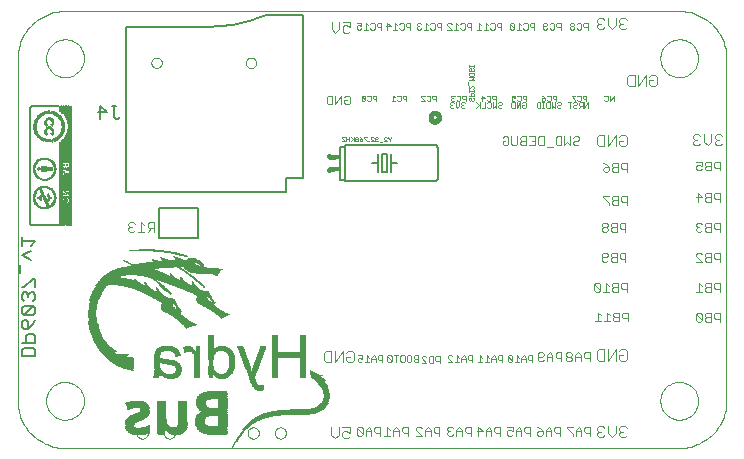
<source format=gbo>
G75*
%MOIN*%
%OFA0B0*%
%FSLAX24Y24*%
%IPPOS*%
%LPD*%
%AMOC8*
5,1,8,0,0,1.08239X$1,22.5*
%
%ADD10C,0.0010*%
%ADD11C,0.0020*%
%ADD12C,0.0160*%
%ADD13C,0.0030*%
%ADD14R,0.0010X0.4000*%
%ADD15R,0.0010X0.0830*%
%ADD16R,0.0010X0.3150*%
%ADD17R,0.0010X0.0790*%
%ADD18R,0.0010X0.0090*%
%ADD19R,0.0010X0.0610*%
%ADD20R,0.0010X0.0130*%
%ADD21R,0.0010X0.1900*%
%ADD22R,0.0010X0.0780*%
%ADD23R,0.0010X0.0080*%
%ADD24R,0.0010X0.0110*%
%ADD25R,0.0010X0.0770*%
%ADD26R,0.0010X0.0060*%
%ADD27R,0.0010X0.0070*%
%ADD28R,0.0010X0.0100*%
%ADD29R,0.0010X0.1190*%
%ADD30R,0.0010X0.0690*%
%ADD31R,0.0010X0.0760*%
%ADD32R,0.0010X0.0020*%
%ADD33R,0.0010X0.1100*%
%ADD34R,0.0010X0.0590*%
%ADD35R,0.0010X0.0750*%
%ADD36R,0.0010X0.0050*%
%ADD37R,0.0010X0.1050*%
%ADD38R,0.0010X0.0540*%
%ADD39R,0.0010X0.0040*%
%ADD40R,0.0010X0.1020*%
%ADD41R,0.0010X0.0510*%
%ADD42R,0.0010X0.0990*%
%ADD43R,0.0010X0.0480*%
%ADD44R,0.0010X0.0740*%
%ADD45R,0.0010X0.0970*%
%ADD46R,0.0010X0.0460*%
%ADD47R,0.0010X0.0900*%
%ADD48R,0.0010X0.0010*%
%ADD49R,0.0010X0.0950*%
%ADD50R,0.0010X0.0440*%
%ADD51R,0.0010X0.0030*%
%ADD52R,0.0010X0.0600*%
%ADD53R,0.0010X0.0930*%
%ADD54R,0.0010X0.0420*%
%ADD55R,0.0010X0.0910*%
%ADD56R,0.0010X0.0400*%
%ADD57R,0.0010X0.0890*%
%ADD58R,0.0010X0.0380*%
%ADD59R,0.0010X0.0880*%
%ADD60R,0.0010X0.0370*%
%ADD61R,0.0010X0.0580*%
%ADD62R,0.0010X0.0860*%
%ADD63R,0.0010X0.0350*%
%ADD64R,0.0010X0.0570*%
%ADD65R,0.0010X0.0850*%
%ADD66R,0.0010X0.0210*%
%ADD67R,0.0010X0.0340*%
%ADD68R,0.0010X0.0290*%
%ADD69R,0.0010X0.0330*%
%ADD70R,0.0010X0.0560*%
%ADD71R,0.0010X0.0820*%
%ADD72R,0.0010X0.0320*%
%ADD73R,0.0010X0.0550*%
%ADD74R,0.0010X0.0810*%
%ADD75R,0.0010X0.0410*%
%ADD76R,0.0010X0.0300*%
%ADD77R,0.0010X0.0800*%
%ADD78R,0.0010X0.0450*%
%ADD79R,0.0010X0.0490*%
%ADD80R,0.0010X0.0280*%
%ADD81R,0.0010X0.0520*%
%ADD82R,0.0010X0.0270*%
%ADD83R,0.0010X0.0530*%
%ADD84R,0.0010X0.0260*%
%ADD85R,0.0010X0.2860*%
%ADD86R,0.0010X0.0250*%
%ADD87R,0.0010X0.2850*%
%ADD88R,0.0010X0.0220*%
%ADD89R,0.0010X0.0240*%
%ADD90R,0.0010X0.2840*%
%ADD91R,0.0010X0.0200*%
%ADD92R,0.0010X0.0190*%
%ADD93R,0.0010X0.0230*%
%ADD94R,0.0010X0.2830*%
%ADD95R,0.0010X0.0180*%
%ADD96R,0.0010X0.0170*%
%ADD97R,0.0010X0.2820*%
%ADD98R,0.0010X0.0160*%
%ADD99R,0.0010X0.2810*%
%ADD100R,0.0010X0.0150*%
%ADD101R,0.0010X0.2800*%
%ADD102R,0.0010X0.0140*%
%ADD103R,0.0010X0.2790*%
%ADD104R,0.0010X0.0120*%
%ADD105R,0.0010X0.0310*%
%ADD106R,0.0010X0.0390*%
%ADD107R,0.0010X0.0430*%
%ADD108R,0.0010X0.0360*%
%ADD109R,0.0010X0.3980*%
%ADD110R,0.0010X0.3960*%
%ADD111R,0.0010X0.3920*%
%ADD112R,0.0010X0.0005*%
%ADD113R,0.0015X0.0005*%
%ADD114R,0.0020X0.0005*%
%ADD115R,0.0025X0.0005*%
%ADD116R,0.0030X0.0005*%
%ADD117R,0.0035X0.0005*%
%ADD118R,0.0040X0.0005*%
%ADD119R,0.0045X0.0005*%
%ADD120R,0.0050X0.0005*%
%ADD121R,0.0055X0.0005*%
%ADD122R,0.0060X0.0005*%
%ADD123R,0.0065X0.0005*%
%ADD124R,0.0070X0.0005*%
%ADD125R,0.0145X0.0005*%
%ADD126R,0.0100X0.0005*%
%ADD127R,0.0265X0.0005*%
%ADD128R,0.0180X0.0005*%
%ADD129R,0.0335X0.0005*%
%ADD130R,0.0230X0.0005*%
%ADD131R,0.0390X0.0005*%
%ADD132R,0.0270X0.0005*%
%ADD133R,0.0430X0.0005*%
%ADD134R,0.0310X0.0005*%
%ADD135R,0.0605X0.0005*%
%ADD136R,0.0470X0.0005*%
%ADD137R,0.0340X0.0005*%
%ADD138R,0.0655X0.0005*%
%ADD139R,0.0505X0.0005*%
%ADD140R,0.0235X0.0005*%
%ADD141R,0.0360X0.0005*%
%ADD142R,0.0690X0.0005*%
%ADD143R,0.0540X0.0005*%
%ADD144R,0.0385X0.0005*%
%ADD145R,0.0715X0.0005*%
%ADD146R,0.0075X0.0005*%
%ADD147R,0.0570X0.0005*%
%ADD148R,0.0410X0.0005*%
%ADD149R,0.0735X0.0005*%
%ADD150R,0.0595X0.0005*%
%ADD151R,0.0240X0.0005*%
%ADD152R,0.0755X0.0005*%
%ADD153R,0.0620X0.0005*%
%ADD154R,0.0445X0.0005*%
%ADD155R,0.0770X0.0005*%
%ADD156R,0.0645X0.0005*%
%ADD157R,0.0465X0.0005*%
%ADD158R,0.0785X0.0005*%
%ADD159R,0.0665X0.0005*%
%ADD160R,0.0480X0.0005*%
%ADD161R,0.0800X0.0005*%
%ADD162R,0.0080X0.0005*%
%ADD163R,0.0675X0.0005*%
%ADD164R,0.0245X0.0005*%
%ADD165R,0.0495X0.0005*%
%ADD166R,0.0810X0.0005*%
%ADD167R,0.0685X0.0005*%
%ADD168R,0.0825X0.0005*%
%ADD169R,0.0695X0.0005*%
%ADD170R,0.0525X0.0005*%
%ADD171R,0.0835X0.0005*%
%ADD172R,0.0700X0.0005*%
%ADD173R,0.0250X0.0005*%
%ADD174R,0.0535X0.0005*%
%ADD175R,0.0845X0.0005*%
%ADD176R,0.0705X0.0005*%
%ADD177R,0.0545X0.0005*%
%ADD178R,0.0855X0.0005*%
%ADD179R,0.0555X0.0005*%
%ADD180R,0.0865X0.0005*%
%ADD181R,0.0085X0.0005*%
%ADD182R,0.0720X0.0005*%
%ADD183R,0.0565X0.0005*%
%ADD184R,0.0870X0.0005*%
%ADD185R,0.0725X0.0005*%
%ADD186R,0.0255X0.0005*%
%ADD187R,0.0580X0.0005*%
%ADD188R,0.0880X0.0005*%
%ADD189R,0.0730X0.0005*%
%ADD190R,0.0590X0.0005*%
%ADD191R,0.0890X0.0005*%
%ADD192R,0.0090X0.0005*%
%ADD193R,0.0600X0.0005*%
%ADD194R,0.0895X0.0005*%
%ADD195R,0.0740X0.0005*%
%ADD196R,0.0260X0.0005*%
%ADD197R,0.0905X0.0005*%
%ADD198R,0.0745X0.0005*%
%ADD199R,0.0615X0.0005*%
%ADD200R,0.0910X0.0005*%
%ADD201R,0.0750X0.0005*%
%ADD202R,0.0915X0.0005*%
%ADD203R,0.0630X0.0005*%
%ADD204R,0.0925X0.0005*%
%ADD205R,0.0760X0.0005*%
%ADD206R,0.0640X0.0005*%
%ADD207R,0.0930X0.0005*%
%ADD208R,0.0765X0.0005*%
%ADD209R,0.0935X0.0005*%
%ADD210R,0.0095X0.0005*%
%ADD211R,0.0650X0.0005*%
%ADD212R,0.0940X0.0005*%
%ADD213R,0.0660X0.0005*%
%ADD214R,0.0945X0.0005*%
%ADD215R,0.0775X0.0005*%
%ADD216R,0.0950X0.0005*%
%ADD217R,0.0955X0.0005*%
%ADD218R,0.0780X0.0005*%
%ADD219R,0.0960X0.0005*%
%ADD220R,0.0965X0.0005*%
%ADD221R,0.0970X0.0005*%
%ADD222R,0.0790X0.0005*%
%ADD223R,0.0975X0.0005*%
%ADD224R,0.0980X0.0005*%
%ADD225R,0.0795X0.0005*%
%ADD226R,0.0985X0.0005*%
%ADD227R,0.0105X0.0005*%
%ADD228R,0.0990X0.0005*%
%ADD229R,0.0995X0.0005*%
%ADD230R,0.1000X0.0005*%
%ADD231R,0.0110X0.0005*%
%ADD232R,0.0805X0.0005*%
%ADD233R,0.0375X0.0005*%
%ADD234R,0.0300X0.0005*%
%ADD235R,0.1005X0.0005*%
%ADD236R,0.0355X0.0005*%
%ADD237R,0.1010X0.0005*%
%ADD238R,0.0330X0.0005*%
%ADD239R,0.0215X0.0005*%
%ADD240R,0.1015X0.0005*%
%ADD241R,0.0120X0.0005*%
%ADD242R,0.0320X0.0005*%
%ADD243R,0.0195X0.0005*%
%ADD244R,0.0405X0.0005*%
%ADD245R,0.0315X0.0005*%
%ADD246R,0.0175X0.0005*%
%ADD247R,0.0460X0.0005*%
%ADD248R,0.1020X0.0005*%
%ADD249R,0.0155X0.0005*%
%ADD250R,0.0305X0.0005*%
%ADD251R,0.0140X0.0005*%
%ADD252R,0.0370X0.0005*%
%ADD253R,0.1025X0.0005*%
%ADD254R,0.0420X0.0005*%
%ADD255R,0.0125X0.0005*%
%ADD256R,0.1030X0.0005*%
%ADD257R,0.0350X0.0005*%
%ADD258R,0.0475X0.0005*%
%ADD259R,0.0295X0.0005*%
%ADD260R,0.0395X0.0005*%
%ADD261R,0.0345X0.0005*%
%ADD262R,0.0440X0.0005*%
%ADD263R,0.0425X0.0005*%
%ADD264R,0.0130X0.0005*%
%ADD265R,0.0290X0.0005*%
%ADD266R,0.0380X0.0005*%
%ADD267R,0.0400X0.0005*%
%ADD268R,0.0135X0.0005*%
%ADD269R,0.0325X0.0005*%
%ADD270R,0.0005X0.0005*%
%ADD271R,0.0365X0.0005*%
%ADD272R,0.0150X0.0005*%
%ADD273R,0.0160X0.0005*%
%ADD274R,0.0165X0.0005*%
%ADD275R,0.0170X0.0005*%
%ADD276R,0.0185X0.0005*%
%ADD277R,0.0190X0.0005*%
%ADD278R,0.0415X0.0005*%
%ADD279R,0.0200X0.0005*%
%ADD280R,0.0205X0.0005*%
%ADD281R,0.0435X0.0005*%
%ADD282R,0.0450X0.0005*%
%ADD283R,0.0210X0.0005*%
%ADD284R,0.0220X0.0005*%
%ADD285R,0.0490X0.0005*%
%ADD286R,0.0225X0.0005*%
%ADD287R,0.0500X0.0005*%
%ADD288R,0.0510X0.0005*%
%ADD289R,0.0515X0.0005*%
%ADD290R,0.0530X0.0005*%
%ADD291R,0.0550X0.0005*%
%ADD292R,0.0280X0.0005*%
%ADD293R,0.0575X0.0005*%
%ADD294R,0.0285X0.0005*%
%ADD295R,0.0585X0.0005*%
%ADD296R,0.0610X0.0005*%
%ADD297R,0.0520X0.0005*%
%ADD298R,0.0560X0.0005*%
%ADD299R,0.0635X0.0005*%
%ADD300R,0.0885X0.0005*%
%ADD301R,0.1415X0.0005*%
%ADD302R,0.1495X0.0005*%
%ADD303R,0.1545X0.0005*%
%ADD304R,0.1570X0.0005*%
%ADD305R,0.1590X0.0005*%
%ADD306R,0.1605X0.0005*%
%ADD307R,0.1620X0.0005*%
%ADD308R,0.1630X0.0005*%
%ADD309R,0.1640X0.0005*%
%ADD310R,0.1635X0.0005*%
%ADD311R,0.0860X0.0005*%
%ADD312R,0.1610X0.0005*%
%ADD313R,0.1600X0.0005*%
%ADD314R,0.1585X0.0005*%
%ADD315R,0.1575X0.0005*%
%ADD316R,0.1555X0.0005*%
%ADD317R,0.0830X0.0005*%
%ADD318R,0.1540X0.0005*%
%ADD319R,0.1520X0.0005*%
%ADD320R,0.1475X0.0005*%
%ADD321R,0.1445X0.0005*%
%ADD322R,0.1410X0.0005*%
%ADD323R,0.1375X0.0005*%
%ADD324R,0.1325X0.0005*%
%ADD325R,0.1275X0.0005*%
%ADD326R,0.0920X0.0005*%
%ADD327R,0.1195X0.0005*%
%ADD328R,0.1075X0.0005*%
%ADD329R,0.0680X0.0005*%
%ADD330R,0.0275X0.0005*%
%ADD331R,0.0670X0.0005*%
%ADD332R,0.0625X0.0005*%
%ADD333R,0.0900X0.0005*%
%ADD334R,0.0875X0.0005*%
%ADD335R,0.0115X0.0005*%
%ADD336R,0.0455X0.0005*%
%ADD337R,0.0710X0.0005*%
%ADD338R,0.0815X0.0005*%
%ADD339R,0.0820X0.0005*%
%ADD340R,0.0850X0.0005*%
%ADD341R,0.1120X0.0005*%
%ADD342R,0.0485X0.0005*%
%ADD343R,0.1510X0.0005*%
%ADD344R,0.1500X0.0005*%
%ADD345R,0.1490X0.0005*%
%ADD346R,0.1465X0.0005*%
%ADD347R,0.1455X0.0005*%
%ADD348R,0.1440X0.0005*%
%ADD349R,0.1430X0.0005*%
%ADD350R,0.1420X0.0005*%
%ADD351R,0.1400X0.0005*%
%ADD352R,0.1390X0.0005*%
%ADD353R,0.1370X0.0005*%
%ADD354R,0.1360X0.0005*%
%ADD355R,0.1350X0.0005*%
%ADD356R,0.1340X0.0005*%
%ADD357R,0.1320X0.0005*%
%ADD358R,0.1310X0.0005*%
%ADD359R,0.1300X0.0005*%
%ADD360R,0.1290X0.0005*%
%ADD361R,0.1270X0.0005*%
%ADD362R,0.1260X0.0005*%
%ADD363R,0.1160X0.0005*%
%ADD364R,0.1140X0.0005*%
%ADD365R,0.1125X0.0005*%
%ADD366R,0.1105X0.0005*%
%ADD367R,0.1080X0.0005*%
%ADD368R,0.1060X0.0005*%
%ADD369R,0.1035X0.0005*%
%ADD370R,0.1135X0.0005*%
%ADD371R,0.1995X0.0005*%
%ADD372R,0.1975X0.0005*%
%ADD373R,0.1955X0.0005*%
%ADD374R,0.1940X0.0005*%
%ADD375R,0.1920X0.0005*%
%ADD376R,0.1905X0.0005*%
%ADD377R,0.1880X0.0005*%
%ADD378R,0.1865X0.0005*%
%ADD379R,0.1845X0.0005*%
%ADD380R,0.1830X0.0005*%
%ADD381R,0.1805X0.0005*%
%ADD382R,0.1785X0.0005*%
%ADD383R,0.1770X0.0005*%
%ADD384R,0.1745X0.0005*%
%ADD385R,0.1725X0.0005*%
%ADD386R,0.1705X0.0005*%
%ADD387R,0.1685X0.0005*%
%ADD388R,0.1660X0.0005*%
%ADD389R,0.1615X0.0005*%
%ADD390R,0.1595X0.0005*%
%ADD391R,0.1050X0.0005*%
%ADD392R,0.1065X0.0005*%
%ADD393R,0.1530X0.0005*%
%ADD394R,0.1085X0.0005*%
%ADD395R,0.1480X0.0005*%
%ADD396R,0.1115X0.0005*%
%ADD397R,0.1130X0.0005*%
%ADD398R,0.1405X0.0005*%
%ADD399R,0.1385X0.0005*%
%ADD400R,0.1150X0.0005*%
%ADD401R,0.1165X0.0005*%
%ADD402R,0.1180X0.0005*%
%ADD403R,0.1295X0.0005*%
%ADD404R,0.1190X0.0005*%
%ADD405R,0.1265X0.0005*%
%ADD406R,0.1200X0.0005*%
%ADD407R,0.1235X0.0005*%
%ADD408R,0.1215X0.0005*%
%ADD409R,0.1225X0.0005*%
%ADD410R,0.1245X0.0005*%
%ADD411R,0.1240X0.0005*%
%ADD412R,0.1250X0.0005*%
%ADD413R,0.1280X0.0005*%
%ADD414R,0.1315X0.0005*%
%ADD415R,0.1485X0.0005*%
%ADD416R,0.1730X0.0005*%
%ADD417R,0.1760X0.0005*%
%ADD418R,0.2535X0.0005*%
%ADD419R,0.2515X0.0005*%
%ADD420R,0.2375X0.0005*%
%ADD421R,0.2330X0.0005*%
%ADD422R,0.2290X0.0005*%
%ADD423R,0.2260X0.0005*%
%ADD424R,0.2235X0.0005*%
%ADD425R,0.2210X0.0005*%
%ADD426R,0.2195X0.0005*%
%ADD427R,0.2180X0.0005*%
%ADD428R,0.2160X0.0005*%
%ADD429R,0.2155X0.0005*%
%ADD430R,0.2070X0.0005*%
%ADD431R,0.2030X0.0005*%
%ADD432R,0.1960X0.0005*%
%ADD433R,0.1930X0.0005*%
%ADD434R,0.1890X0.0005*%
%ADD435R,0.1855X0.0005*%
%ADD436R,0.1810X0.0005*%
%ADD437R,0.1775X0.0005*%
%ADD438R,0.1735X0.0005*%
%ADD439R,0.1695X0.0005*%
%ADD440R,0.1650X0.0005*%
%ADD441R,0.1535X0.0005*%
%ADD442R,0.1645X0.0005*%
%ADD443C,0.0000*%
%ADD444C,0.0060*%
%ADD445R,0.0230X0.0160*%
%ADD446C,0.0050*%
%ADD447C,0.0040*%
D10*
X019432Y015018D02*
X019457Y014993D01*
X019432Y015018D02*
X019432Y015068D01*
X019457Y015093D01*
X019482Y015093D01*
X019507Y015068D01*
X019507Y015018D01*
X019532Y014993D01*
X019557Y014993D01*
X019582Y015018D01*
X019582Y015068D01*
X019557Y015093D01*
X019582Y015140D02*
X019582Y015215D01*
X019557Y015240D01*
X019507Y015240D01*
X019482Y015215D01*
X019482Y015140D01*
X019432Y015140D02*
X019582Y015140D01*
X019582Y015288D02*
X019582Y015338D01*
X019582Y015313D02*
X019432Y015313D01*
X019432Y015288D02*
X019432Y015338D01*
X019432Y015386D02*
X019532Y015486D01*
X019557Y015486D01*
X019582Y015461D01*
X019582Y015411D01*
X019557Y015386D01*
X019432Y015386D02*
X019432Y015486D01*
X019407Y015533D02*
X019407Y015633D01*
X019432Y015680D02*
X019582Y015680D01*
X019532Y015730D01*
X019582Y015781D01*
X019432Y015781D01*
X019457Y015828D02*
X019432Y015853D01*
X019432Y015903D01*
X019457Y015928D01*
X019557Y015928D01*
X019582Y015903D01*
X019582Y015853D01*
X019557Y015828D01*
X019457Y015828D01*
X019457Y015975D02*
X019432Y016000D01*
X019432Y016050D01*
X019457Y016075D01*
X019482Y016075D01*
X019507Y016050D01*
X019507Y016000D01*
X019532Y015975D01*
X019557Y015975D01*
X019582Y016000D01*
X019582Y016050D01*
X019557Y016075D01*
X019582Y016122D02*
X019582Y016172D01*
X019582Y016147D02*
X019432Y016147D01*
X019432Y016122D02*
X019432Y016172D01*
D11*
X019317Y015166D02*
X019227Y015166D01*
X019197Y015136D01*
X019197Y015076D01*
X019227Y015046D01*
X019317Y015046D01*
X019317Y014986D02*
X019317Y015166D01*
X019132Y015136D02*
X019102Y015166D01*
X019042Y015166D01*
X019012Y015136D01*
X018948Y015136D02*
X018918Y015166D01*
X018858Y015166D01*
X018828Y015136D01*
X018828Y015106D01*
X018858Y015076D01*
X018828Y015046D01*
X018828Y015016D01*
X018858Y014986D01*
X018918Y014986D01*
X018948Y015016D01*
X019012Y015016D02*
X019042Y014986D01*
X019102Y014986D01*
X019132Y015016D01*
X019132Y015136D01*
X019102Y014936D02*
X019102Y014816D01*
X019042Y014756D01*
X018982Y014816D01*
X018982Y014936D01*
X018918Y014906D02*
X018888Y014936D01*
X018828Y014936D01*
X018798Y014906D01*
X018798Y014876D01*
X018828Y014846D01*
X018798Y014816D01*
X018798Y014786D01*
X018828Y014756D01*
X018888Y014756D01*
X018918Y014786D01*
X018858Y014846D02*
X018828Y014846D01*
X018858Y015076D02*
X018888Y015076D01*
X019167Y014906D02*
X019167Y014876D01*
X019197Y014846D01*
X019167Y014816D01*
X019167Y014786D01*
X019197Y014756D01*
X019257Y014756D01*
X019287Y014786D01*
X019227Y014846D02*
X019197Y014846D01*
X019167Y014906D02*
X019197Y014936D01*
X019257Y014936D01*
X019287Y014906D01*
X019670Y014936D02*
X019790Y014816D01*
X019760Y014846D02*
X019670Y014756D01*
X019790Y014756D02*
X019790Y014936D01*
X019868Y014986D02*
X019868Y015166D01*
X019958Y015076D01*
X019838Y015076D01*
X020022Y015136D02*
X020052Y015166D01*
X020112Y015166D01*
X020142Y015136D01*
X020142Y015016D01*
X020112Y014986D01*
X020052Y014986D01*
X020022Y015016D01*
X020068Y014936D02*
X020128Y014936D01*
X020158Y014906D01*
X020158Y014786D01*
X020128Y014756D01*
X020068Y014756D01*
X020038Y014786D01*
X019974Y014756D02*
X019854Y014756D01*
X019974Y014756D02*
X019974Y014936D01*
X020038Y014906D02*
X020068Y014936D01*
X020222Y014936D02*
X020222Y014756D01*
X020282Y014816D01*
X020342Y014756D01*
X020342Y014936D01*
X020327Y014986D02*
X020327Y015166D01*
X020237Y015166D01*
X020207Y015136D01*
X020207Y015076D01*
X020237Y015046D01*
X020327Y015046D01*
X020437Y014936D02*
X020497Y014936D01*
X020527Y014906D01*
X020527Y014876D01*
X020497Y014846D01*
X020437Y014846D01*
X020407Y014816D01*
X020407Y014786D01*
X020437Y014756D01*
X020497Y014756D01*
X020527Y014786D01*
X020407Y014906D02*
X020437Y014936D01*
X020838Y014906D02*
X020868Y014936D01*
X020958Y014936D01*
X020958Y014756D01*
X020868Y014756D01*
X020838Y014786D01*
X020838Y014906D01*
X020878Y014986D02*
X020938Y014986D01*
X020968Y015016D01*
X020968Y015076D02*
X020908Y015106D01*
X020878Y015106D01*
X020848Y015076D01*
X020848Y015016D01*
X020878Y014986D01*
X020968Y015076D02*
X020968Y015166D01*
X020848Y015166D01*
X021032Y015136D02*
X021062Y015166D01*
X021122Y015166D01*
X021152Y015136D01*
X021152Y015016D01*
X021122Y014986D01*
X021062Y014986D01*
X021032Y015016D01*
X021022Y014936D02*
X021022Y014756D01*
X021142Y014936D01*
X021142Y014756D01*
X021207Y014786D02*
X021207Y014846D01*
X021267Y014846D01*
X021327Y014906D02*
X021327Y014786D01*
X021297Y014756D01*
X021237Y014756D01*
X021207Y014786D01*
X021207Y014906D02*
X021237Y014936D01*
X021297Y014936D01*
X021327Y014906D01*
X021337Y014986D02*
X021337Y015166D01*
X021247Y015166D01*
X021217Y015136D01*
X021217Y015076D01*
X021247Y015046D01*
X021337Y015046D01*
X021691Y014906D02*
X021721Y014936D01*
X021781Y014936D01*
X021811Y014906D01*
X021811Y014786D01*
X021781Y014756D01*
X021721Y014756D01*
X021691Y014786D01*
X021691Y014906D01*
X021874Y014936D02*
X021934Y014936D01*
X021904Y014936D02*
X021904Y014756D01*
X021934Y014756D02*
X021874Y014756D01*
X021998Y014786D02*
X021998Y014906D01*
X022028Y014936D01*
X022118Y014936D01*
X022118Y014756D01*
X022028Y014756D01*
X021998Y014786D01*
X022182Y014756D02*
X022182Y014936D01*
X022122Y014986D02*
X022062Y014986D01*
X022032Y015016D01*
X021968Y015016D02*
X021938Y014986D01*
X021878Y014986D01*
X021848Y015016D01*
X021848Y015046D01*
X021878Y015076D01*
X021968Y015076D01*
X021968Y015016D01*
X021968Y015076D02*
X021908Y015136D01*
X021848Y015166D01*
X022032Y015136D02*
X022062Y015166D01*
X022122Y015166D01*
X022152Y015136D01*
X022152Y015016D01*
X022122Y014986D01*
X022217Y015076D02*
X022247Y015046D01*
X022337Y015046D01*
X022337Y014986D02*
X022337Y015166D01*
X022247Y015166D01*
X022217Y015136D01*
X022217Y015076D01*
X022302Y014936D02*
X022302Y014756D01*
X022242Y014816D01*
X022182Y014756D01*
X022367Y014786D02*
X022397Y014756D01*
X022457Y014756D01*
X022487Y014786D01*
X022457Y014846D02*
X022397Y014846D01*
X022367Y014816D01*
X022367Y014786D01*
X022457Y014846D02*
X022487Y014876D01*
X022487Y014906D01*
X022457Y014936D01*
X022397Y014936D01*
X022367Y014906D01*
X022724Y014936D02*
X022844Y014936D01*
X022784Y014936D02*
X022784Y014756D01*
X022908Y014786D02*
X022938Y014756D01*
X022998Y014756D01*
X023028Y014786D01*
X022998Y014846D02*
X022938Y014846D01*
X022908Y014816D01*
X022908Y014786D01*
X022998Y014846D02*
X023028Y014876D01*
X023028Y014906D01*
X022998Y014936D01*
X022938Y014936D01*
X022908Y014906D01*
X022968Y014986D02*
X022968Y015016D01*
X022848Y015136D01*
X022848Y015166D01*
X022968Y015166D01*
X023032Y015136D02*
X023062Y015166D01*
X023122Y015166D01*
X023152Y015136D01*
X023152Y015016D01*
X023122Y014986D01*
X023062Y014986D01*
X023032Y015016D01*
X023122Y014936D02*
X023092Y014906D01*
X023092Y014846D01*
X023122Y014816D01*
X023212Y014816D01*
X023152Y014816D02*
X023092Y014756D01*
X023212Y014756D02*
X023212Y014936D01*
X023122Y014936D01*
X023277Y014936D02*
X023277Y014756D01*
X023397Y014936D01*
X023397Y014756D01*
X023337Y014986D02*
X023337Y015166D01*
X023247Y015166D01*
X023217Y015136D01*
X023217Y015076D01*
X023247Y015046D01*
X023337Y015046D01*
X023942Y015016D02*
X023972Y014986D01*
X024032Y014986D01*
X024062Y015016D01*
X024062Y015136D01*
X024032Y015166D01*
X023972Y015166D01*
X023942Y015136D01*
X024127Y015166D02*
X024127Y014986D01*
X024247Y015166D01*
X024247Y014986D01*
X023387Y017366D02*
X023387Y017586D01*
X023277Y017586D01*
X023240Y017549D01*
X023240Y017476D01*
X023277Y017439D01*
X023387Y017439D01*
X023166Y017402D02*
X023129Y017366D01*
X023056Y017366D01*
X023019Y017402D01*
X022945Y017402D02*
X022945Y017439D01*
X022908Y017476D01*
X022835Y017476D01*
X022798Y017439D01*
X022798Y017402D01*
X022835Y017366D01*
X022908Y017366D01*
X022945Y017402D01*
X022908Y017476D02*
X022945Y017512D01*
X022945Y017549D01*
X022908Y017586D01*
X022835Y017586D01*
X022798Y017549D01*
X022798Y017512D01*
X022835Y017476D01*
X023019Y017549D02*
X023056Y017586D01*
X023129Y017586D01*
X023166Y017549D01*
X023166Y017402D01*
X022487Y017366D02*
X022487Y017586D01*
X022377Y017586D01*
X022340Y017549D01*
X022340Y017476D01*
X022377Y017439D01*
X022487Y017439D01*
X022266Y017402D02*
X022229Y017366D01*
X022156Y017366D01*
X022119Y017402D01*
X022045Y017402D02*
X022008Y017366D01*
X021935Y017366D01*
X021898Y017402D01*
X021898Y017549D01*
X021935Y017586D01*
X022008Y017586D01*
X022045Y017549D01*
X022045Y017512D01*
X022008Y017476D01*
X021898Y017476D01*
X022119Y017549D02*
X022156Y017586D01*
X022229Y017586D01*
X022266Y017549D01*
X022266Y017402D01*
X021607Y017366D02*
X021607Y017586D01*
X021497Y017586D01*
X021460Y017549D01*
X021460Y017476D01*
X021497Y017439D01*
X021607Y017439D01*
X021386Y017402D02*
X021349Y017366D01*
X021276Y017366D01*
X021239Y017402D01*
X021165Y017366D02*
X021018Y017366D01*
X021091Y017366D02*
X021091Y017586D01*
X021165Y017512D01*
X021239Y017549D02*
X021276Y017586D01*
X021349Y017586D01*
X021386Y017549D01*
X021386Y017402D01*
X020944Y017402D02*
X020797Y017549D01*
X020797Y017402D01*
X020834Y017366D01*
X020907Y017366D01*
X020944Y017402D01*
X020944Y017549D01*
X020907Y017586D01*
X020834Y017586D01*
X020797Y017549D01*
X020507Y017586D02*
X020397Y017586D01*
X020360Y017549D01*
X020360Y017476D01*
X020397Y017439D01*
X020507Y017439D01*
X020507Y017366D02*
X020507Y017586D01*
X020286Y017549D02*
X020286Y017402D01*
X020249Y017366D01*
X020176Y017366D01*
X020139Y017402D01*
X020065Y017366D02*
X019918Y017366D01*
X019991Y017366D02*
X019991Y017586D01*
X020065Y017512D01*
X020139Y017549D02*
X020176Y017586D01*
X020249Y017586D01*
X020286Y017549D01*
X019844Y017512D02*
X019770Y017586D01*
X019770Y017366D01*
X019697Y017366D02*
X019844Y017366D01*
X019511Y017366D02*
X019511Y017586D01*
X019400Y017586D01*
X019364Y017549D01*
X019364Y017476D01*
X019400Y017439D01*
X019511Y017439D01*
X019290Y017402D02*
X019253Y017366D01*
X019179Y017366D01*
X019143Y017402D01*
X019069Y017366D02*
X018922Y017366D01*
X018995Y017366D02*
X018995Y017586D01*
X019069Y017512D01*
X019143Y017549D02*
X019179Y017586D01*
X019253Y017586D01*
X019290Y017549D01*
X019290Y017402D01*
X018848Y017366D02*
X018701Y017512D01*
X018701Y017549D01*
X018738Y017586D01*
X018811Y017586D01*
X018848Y017549D01*
X018848Y017366D02*
X018701Y017366D01*
X018507Y017366D02*
X018507Y017586D01*
X018397Y017586D01*
X018360Y017549D01*
X018360Y017476D01*
X018397Y017439D01*
X018507Y017439D01*
X018286Y017402D02*
X018249Y017366D01*
X018176Y017366D01*
X018139Y017402D01*
X018065Y017366D02*
X017918Y017366D01*
X017991Y017366D02*
X017991Y017586D01*
X018065Y017512D01*
X018139Y017549D02*
X018176Y017586D01*
X018249Y017586D01*
X018286Y017549D01*
X018286Y017402D01*
X017844Y017402D02*
X017807Y017366D01*
X017734Y017366D01*
X017697Y017402D01*
X017697Y017439D01*
X017734Y017476D01*
X017770Y017476D01*
X017734Y017476D02*
X017697Y017512D01*
X017697Y017549D01*
X017734Y017586D01*
X017807Y017586D01*
X017844Y017549D01*
X017477Y017586D02*
X017477Y017366D01*
X017477Y017439D02*
X017367Y017439D01*
X017330Y017476D01*
X017330Y017549D01*
X017367Y017586D01*
X017477Y017586D01*
X017256Y017549D02*
X017219Y017586D01*
X017146Y017586D01*
X017109Y017549D01*
X017035Y017512D02*
X016961Y017586D01*
X016961Y017366D01*
X016888Y017366D02*
X017035Y017366D01*
X017109Y017402D02*
X017146Y017366D01*
X017219Y017366D01*
X017256Y017402D01*
X017256Y017549D01*
X016814Y017476D02*
X016667Y017476D01*
X016704Y017586D02*
X016814Y017476D01*
X016704Y017366D02*
X016704Y017586D01*
X016507Y017586D02*
X016507Y017366D01*
X016507Y017439D02*
X016397Y017439D01*
X016360Y017476D01*
X016360Y017549D01*
X016397Y017586D01*
X016507Y017586D01*
X016286Y017549D02*
X016249Y017586D01*
X016176Y017586D01*
X016139Y017549D01*
X016065Y017512D02*
X015991Y017586D01*
X015991Y017366D01*
X015918Y017366D02*
X016065Y017366D01*
X016139Y017402D02*
X016176Y017366D01*
X016249Y017366D01*
X016286Y017402D01*
X016286Y017549D01*
X015844Y017586D02*
X015844Y017476D01*
X015770Y017512D01*
X015734Y017512D01*
X015697Y017476D01*
X015697Y017402D01*
X015734Y017366D01*
X015807Y017366D01*
X015844Y017402D01*
X015844Y017586D02*
X015697Y017586D01*
X015878Y015166D02*
X015848Y015136D01*
X015968Y015016D01*
X015938Y014986D01*
X015878Y014986D01*
X015848Y015016D01*
X015848Y015136D01*
X015878Y015166D02*
X015938Y015166D01*
X015968Y015136D01*
X015968Y015016D01*
X016032Y015016D02*
X016062Y014986D01*
X016122Y014986D01*
X016152Y015016D01*
X016152Y015136D01*
X016122Y015166D01*
X016062Y015166D01*
X016032Y015136D01*
X016217Y015136D02*
X016247Y015166D01*
X016337Y015166D01*
X016337Y014986D01*
X016337Y015046D02*
X016247Y015046D01*
X016217Y015076D01*
X016217Y015136D01*
X016848Y014986D02*
X016968Y014986D01*
X016908Y014986D02*
X016908Y015166D01*
X016968Y015106D01*
X017032Y015136D02*
X017062Y015166D01*
X017122Y015166D01*
X017152Y015136D01*
X017152Y015016D01*
X017122Y014986D01*
X017062Y014986D01*
X017032Y015016D01*
X017217Y015076D02*
X017247Y015046D01*
X017337Y015046D01*
X017337Y014986D02*
X017337Y015166D01*
X017247Y015166D01*
X017217Y015136D01*
X017217Y015076D01*
X017838Y015106D02*
X017838Y015136D01*
X017868Y015166D01*
X017928Y015166D01*
X017958Y015136D01*
X018022Y015136D02*
X018052Y015166D01*
X018112Y015166D01*
X018142Y015136D01*
X018142Y015016D01*
X018112Y014986D01*
X018052Y014986D01*
X018022Y015016D01*
X017958Y014986D02*
X017838Y015106D01*
X017838Y014986D02*
X017958Y014986D01*
X018207Y015076D02*
X018237Y015046D01*
X018327Y015046D01*
X018327Y014986D02*
X018327Y015166D01*
X018237Y015166D01*
X018207Y015136D01*
X018207Y015076D01*
X016836Y013776D02*
X016836Y013752D01*
X016789Y013706D01*
X016789Y013636D01*
X016789Y013706D02*
X016742Y013752D01*
X016742Y013776D01*
X016689Y013752D02*
X016665Y013776D01*
X016618Y013776D01*
X016595Y013752D01*
X016595Y013729D01*
X016689Y013636D01*
X016595Y013636D01*
X016541Y013612D02*
X016448Y013612D01*
X016394Y013659D02*
X016371Y013636D01*
X016324Y013636D01*
X016300Y013659D01*
X016300Y013682D01*
X016324Y013706D01*
X016347Y013706D01*
X016324Y013706D02*
X016300Y013729D01*
X016300Y013752D01*
X016324Y013776D01*
X016371Y013776D01*
X016394Y013752D01*
X016247Y013752D02*
X016223Y013776D01*
X016177Y013776D01*
X016153Y013752D01*
X016153Y013729D01*
X016247Y013636D01*
X016153Y013636D01*
X016099Y013636D02*
X016076Y013636D01*
X016076Y013659D01*
X016099Y013659D01*
X016099Y013636D01*
X016026Y013636D02*
X016026Y013659D01*
X015932Y013752D01*
X015932Y013776D01*
X016026Y013776D01*
X015878Y013706D02*
X015808Y013706D01*
X015785Y013682D01*
X015785Y013659D01*
X015808Y013636D01*
X015855Y013636D01*
X015878Y013659D01*
X015878Y013706D01*
X015832Y013752D01*
X015785Y013776D01*
X015731Y013752D02*
X015731Y013729D01*
X015708Y013706D01*
X015661Y013706D01*
X015638Y013682D01*
X015638Y013659D01*
X015661Y013636D01*
X015708Y013636D01*
X015731Y013659D01*
X015731Y013682D01*
X015708Y013706D01*
X015661Y013706D02*
X015638Y013729D01*
X015638Y013752D01*
X015661Y013776D01*
X015708Y013776D01*
X015731Y013752D01*
X015584Y013776D02*
X015584Y013636D01*
X015584Y013682D02*
X015490Y013776D01*
X015436Y013776D02*
X015436Y013636D01*
X015490Y013636D02*
X015560Y013706D01*
X015436Y013706D02*
X015343Y013706D01*
X015343Y013776D02*
X015343Y013636D01*
X015289Y013636D02*
X015196Y013636D01*
X015289Y013636D02*
X015289Y013659D01*
X015196Y013752D01*
X015196Y013776D01*
X015289Y013776D01*
X015731Y006506D02*
X015878Y006506D01*
X015878Y006396D01*
X015804Y006432D01*
X015768Y006432D01*
X015731Y006396D01*
X015731Y006322D01*
X015768Y006286D01*
X015841Y006286D01*
X015878Y006322D01*
X015952Y006286D02*
X016099Y006286D01*
X016173Y006286D02*
X016173Y006432D01*
X016246Y006506D01*
X016320Y006432D01*
X016320Y006286D01*
X016320Y006396D02*
X016173Y006396D01*
X016099Y006432D02*
X016025Y006506D01*
X016025Y006286D01*
X016394Y006396D02*
X016394Y006469D01*
X016430Y006506D01*
X016541Y006506D01*
X016541Y006286D01*
X016541Y006359D02*
X016430Y006359D01*
X016394Y006396D01*
X016701Y006469D02*
X016848Y006322D01*
X016811Y006286D01*
X016738Y006286D01*
X016701Y006322D01*
X016701Y006469D01*
X016738Y006506D01*
X016811Y006506D01*
X016848Y006469D01*
X016848Y006322D01*
X016995Y006286D02*
X016995Y006506D01*
X016922Y006506D02*
X017069Y006506D01*
X017143Y006469D02*
X017179Y006506D01*
X017253Y006506D01*
X017290Y006469D01*
X017290Y006322D01*
X017253Y006286D01*
X017179Y006286D01*
X017143Y006322D01*
X017143Y006469D01*
X017364Y006469D02*
X017364Y006322D01*
X017400Y006286D01*
X017474Y006286D01*
X017511Y006322D01*
X017511Y006469D01*
X017474Y006506D01*
X017400Y006506D01*
X017364Y006469D01*
X017585Y006469D02*
X017585Y006432D01*
X017621Y006396D01*
X017732Y006396D01*
X017732Y006286D02*
X017732Y006506D01*
X017621Y006506D01*
X017585Y006469D01*
X017621Y006396D02*
X017585Y006359D01*
X017585Y006322D01*
X017621Y006286D01*
X017732Y006286D01*
X017861Y006256D02*
X018008Y006256D01*
X017861Y006402D01*
X017861Y006439D01*
X017898Y006476D01*
X017971Y006476D01*
X018008Y006439D01*
X018082Y006439D02*
X018118Y006476D01*
X018229Y006476D01*
X018229Y006256D01*
X018118Y006256D01*
X018082Y006292D01*
X018082Y006439D01*
X018303Y006439D02*
X018339Y006476D01*
X018450Y006476D01*
X018450Y006256D01*
X018450Y006329D02*
X018339Y006329D01*
X018303Y006366D01*
X018303Y006439D01*
X018731Y006432D02*
X018731Y006469D01*
X018768Y006506D01*
X018841Y006506D01*
X018878Y006469D01*
X018731Y006432D02*
X018878Y006286D01*
X018731Y006286D01*
X018952Y006286D02*
X019099Y006286D01*
X019173Y006286D02*
X019173Y006432D01*
X019246Y006506D01*
X019320Y006432D01*
X019320Y006286D01*
X019320Y006396D02*
X019173Y006396D01*
X019099Y006432D02*
X019025Y006506D01*
X019025Y006286D01*
X019394Y006396D02*
X019430Y006359D01*
X019541Y006359D01*
X019541Y006286D02*
X019541Y006506D01*
X019430Y006506D01*
X019394Y006469D01*
X019394Y006396D01*
X019731Y006286D02*
X019878Y006286D01*
X019804Y006286D02*
X019804Y006506D01*
X019878Y006432D01*
X019952Y006286D02*
X020099Y006286D01*
X020173Y006286D02*
X020173Y006432D01*
X020246Y006506D01*
X020320Y006432D01*
X020320Y006286D01*
X020320Y006396D02*
X020173Y006396D01*
X020099Y006432D02*
X020025Y006506D01*
X020025Y006286D01*
X020394Y006396D02*
X020394Y006469D01*
X020430Y006506D01*
X020541Y006506D01*
X020541Y006286D01*
X020541Y006359D02*
X020430Y006359D01*
X020394Y006396D01*
X020731Y006469D02*
X020878Y006322D01*
X020841Y006286D01*
X020768Y006286D01*
X020731Y006322D01*
X020731Y006469D01*
X020768Y006506D01*
X020841Y006506D01*
X020878Y006469D01*
X020878Y006322D01*
X020952Y006286D02*
X021099Y006286D01*
X021173Y006286D02*
X021173Y006432D01*
X021246Y006506D01*
X021320Y006432D01*
X021320Y006286D01*
X021320Y006396D02*
X021173Y006396D01*
X021099Y006432D02*
X021025Y006506D01*
X021025Y006286D01*
X021394Y006396D02*
X021394Y006469D01*
X021430Y006506D01*
X021541Y006506D01*
X021541Y006286D01*
X021541Y006359D02*
X021430Y006359D01*
X021394Y006396D01*
D12*
X014887Y012716D02*
X014787Y012716D01*
X014767Y012696D01*
X014787Y013116D02*
X014937Y013116D01*
X014787Y013116D02*
X014767Y013136D01*
X018146Y014439D02*
X018148Y014462D01*
X018154Y014485D01*
X018163Y014506D01*
X018176Y014526D01*
X018192Y014543D01*
X018210Y014557D01*
X018230Y014568D01*
X018252Y014576D01*
X018275Y014580D01*
X018299Y014580D01*
X018322Y014576D01*
X018344Y014568D01*
X018364Y014557D01*
X018382Y014543D01*
X018398Y014526D01*
X018411Y014506D01*
X018420Y014485D01*
X018426Y014462D01*
X018428Y014439D01*
X018426Y014416D01*
X018420Y014393D01*
X018411Y014372D01*
X018398Y014352D01*
X018382Y014335D01*
X018364Y014321D01*
X018344Y014310D01*
X018322Y014302D01*
X018299Y014298D01*
X018275Y014298D01*
X018252Y014302D01*
X018230Y014310D01*
X018210Y014321D01*
X018192Y014335D01*
X018176Y014352D01*
X018163Y014372D01*
X018154Y014393D01*
X018148Y014416D01*
X018146Y014439D01*
D13*
X020546Y013757D02*
X020594Y013806D01*
X020691Y013806D01*
X020739Y013757D01*
X020739Y013564D01*
X020691Y013516D01*
X020594Y013516D01*
X020546Y013564D01*
X020546Y013661D01*
X020643Y013661D01*
X020841Y013564D02*
X020889Y013516D01*
X020986Y013516D01*
X021034Y013564D01*
X021034Y013806D01*
X021135Y013757D02*
X021135Y013709D01*
X021184Y013661D01*
X021329Y013661D01*
X021329Y013806D02*
X021184Y013806D01*
X021135Y013757D01*
X021184Y013661D02*
X021135Y013612D01*
X021135Y013564D01*
X021184Y013516D01*
X021329Y013516D01*
X021329Y013806D01*
X021430Y013806D02*
X021623Y013806D01*
X021623Y013516D01*
X021430Y013516D01*
X021527Y013661D02*
X021623Y013661D01*
X021725Y013564D02*
X021725Y013757D01*
X021773Y013806D01*
X021918Y013806D01*
X021918Y013516D01*
X021773Y013516D01*
X021725Y013564D01*
X022019Y013467D02*
X022213Y013467D01*
X022314Y013564D02*
X022314Y013757D01*
X022362Y013806D01*
X022507Y013806D01*
X022507Y013516D01*
X022362Y013516D01*
X022314Y013564D01*
X022608Y013516D02*
X022608Y013806D01*
X022802Y013806D02*
X022802Y013516D01*
X022705Y013612D01*
X022608Y013516D01*
X022903Y013564D02*
X022951Y013516D01*
X023048Y013516D01*
X023097Y013564D01*
X023048Y013661D02*
X022951Y013661D01*
X022903Y013612D01*
X022903Y013564D01*
X023048Y013661D02*
X023097Y013709D01*
X023097Y013757D01*
X023048Y013806D01*
X022951Y013806D01*
X022903Y013757D01*
X023698Y013789D02*
X023698Y013542D01*
X023760Y013481D01*
X023945Y013481D01*
X023945Y013851D01*
X023760Y013851D01*
X023698Y013789D01*
X024066Y013851D02*
X024066Y013481D01*
X024313Y013851D01*
X024313Y013481D01*
X024435Y013542D02*
X024435Y013666D01*
X024558Y013666D01*
X024435Y013789D02*
X024496Y013851D01*
X024620Y013851D01*
X024682Y013789D01*
X024682Y013542D01*
X024620Y013481D01*
X024496Y013481D01*
X024435Y013542D01*
X024387Y012921D02*
X024242Y012921D01*
X024193Y012872D01*
X024193Y012824D01*
X024242Y012776D01*
X024387Y012776D01*
X024488Y012776D02*
X024536Y012727D01*
X024682Y012727D01*
X024682Y012631D02*
X024682Y012921D01*
X024536Y012921D01*
X024488Y012872D01*
X024488Y012776D01*
X024387Y012631D02*
X024387Y012921D01*
X024242Y012776D02*
X024193Y012727D01*
X024193Y012679D01*
X024242Y012631D01*
X024387Y012631D01*
X024092Y012679D02*
X024092Y012776D01*
X023947Y012776D01*
X023899Y012727D01*
X023899Y012679D01*
X023947Y012631D01*
X024044Y012631D01*
X024092Y012679D01*
X024092Y012776D02*
X023996Y012872D01*
X023899Y012921D01*
X023899Y011821D02*
X023899Y011772D01*
X024092Y011579D01*
X024092Y011531D01*
X024193Y011579D02*
X024242Y011531D01*
X024387Y011531D01*
X024387Y011821D01*
X024242Y011821D01*
X024193Y011772D01*
X024193Y011724D01*
X024242Y011676D01*
X024387Y011676D01*
X024488Y011676D02*
X024488Y011772D01*
X024536Y011821D01*
X024682Y011821D01*
X024682Y011531D01*
X024682Y011627D02*
X024536Y011627D01*
X024488Y011676D01*
X024242Y011676D02*
X024193Y011627D01*
X024193Y011579D01*
X024092Y011821D02*
X023899Y011821D01*
X023907Y010921D02*
X023859Y010872D01*
X023859Y010824D01*
X023907Y010776D01*
X024004Y010776D01*
X024052Y010824D01*
X024052Y010872D01*
X024004Y010921D01*
X023907Y010921D01*
X023907Y010776D02*
X023859Y010727D01*
X023859Y010679D01*
X023907Y010631D01*
X024004Y010631D01*
X024052Y010679D01*
X024052Y010727D01*
X024004Y010776D01*
X024153Y010824D02*
X024202Y010776D01*
X024347Y010776D01*
X024448Y010776D02*
X024496Y010727D01*
X024642Y010727D01*
X024642Y010631D02*
X024642Y010921D01*
X024496Y010921D01*
X024448Y010872D01*
X024448Y010776D01*
X024347Y010631D02*
X024347Y010921D01*
X024202Y010921D01*
X024153Y010872D01*
X024153Y010824D01*
X024202Y010776D02*
X024153Y010727D01*
X024153Y010679D01*
X024202Y010631D01*
X024347Y010631D01*
X024347Y009921D02*
X024202Y009921D01*
X024153Y009872D01*
X024153Y009824D01*
X024202Y009776D01*
X024347Y009776D01*
X024448Y009776D02*
X024496Y009727D01*
X024642Y009727D01*
X024642Y009631D02*
X024642Y009921D01*
X024496Y009921D01*
X024448Y009872D01*
X024448Y009776D01*
X024347Y009631D02*
X024347Y009921D01*
X024202Y009776D02*
X024153Y009727D01*
X024153Y009679D01*
X024202Y009631D01*
X024347Y009631D01*
X024052Y009679D02*
X024004Y009631D01*
X023907Y009631D01*
X023859Y009679D01*
X023859Y009872D01*
X023907Y009921D01*
X024004Y009921D01*
X024052Y009872D01*
X024052Y009824D01*
X024004Y009776D01*
X023859Y009776D01*
X023749Y008921D02*
X023653Y008921D01*
X023604Y008872D01*
X023798Y008679D01*
X023749Y008631D01*
X023653Y008631D01*
X023604Y008679D01*
X023604Y008872D01*
X023749Y008921D02*
X023798Y008872D01*
X023798Y008679D01*
X023899Y008631D02*
X024092Y008631D01*
X023996Y008631D02*
X023996Y008921D01*
X024092Y008824D01*
X024193Y008824D02*
X024242Y008776D01*
X024387Y008776D01*
X024488Y008776D02*
X024536Y008727D01*
X024682Y008727D01*
X024682Y008631D02*
X024682Y008921D01*
X024536Y008921D01*
X024488Y008872D01*
X024488Y008776D01*
X024387Y008631D02*
X024387Y008921D01*
X024242Y008921D01*
X024193Y008872D01*
X024193Y008824D01*
X024242Y008776D02*
X024193Y008727D01*
X024193Y008679D01*
X024242Y008631D01*
X024387Y008631D01*
X024417Y007931D02*
X024272Y007931D01*
X024223Y007882D01*
X024223Y007834D01*
X024272Y007786D01*
X024417Y007786D01*
X024518Y007786D02*
X024518Y007882D01*
X024566Y007931D01*
X024712Y007931D01*
X024712Y007641D01*
X024712Y007737D02*
X024566Y007737D01*
X024518Y007786D01*
X024417Y007641D02*
X024417Y007931D01*
X024272Y007786D02*
X024223Y007737D01*
X024223Y007689D01*
X024272Y007641D01*
X024417Y007641D01*
X024122Y007641D02*
X023929Y007641D01*
X024026Y007641D02*
X024026Y007931D01*
X024122Y007834D01*
X023828Y007834D02*
X023731Y007931D01*
X023731Y007641D01*
X023828Y007641D02*
X023634Y007641D01*
X023760Y006701D02*
X023945Y006701D01*
X023945Y006331D01*
X023760Y006331D01*
X023698Y006392D01*
X023698Y006639D01*
X023760Y006701D01*
X024066Y006701D02*
X024066Y006331D01*
X024313Y006701D01*
X024313Y006331D01*
X024435Y006392D02*
X024435Y006516D01*
X024558Y006516D01*
X024435Y006639D02*
X024496Y006701D01*
X024620Y006701D01*
X024682Y006639D01*
X024682Y006392D01*
X024620Y006331D01*
X024496Y006331D01*
X024435Y006392D01*
X023446Y006407D02*
X023300Y006407D01*
X023252Y006456D01*
X023252Y006552D01*
X023300Y006601D01*
X023446Y006601D01*
X023446Y006311D01*
X023151Y006311D02*
X023151Y006504D01*
X023054Y006601D01*
X022957Y006504D01*
X022957Y006311D01*
X022856Y006359D02*
X022856Y006407D01*
X022808Y006456D01*
X022711Y006456D01*
X022663Y006407D01*
X022663Y006359D01*
X022711Y006311D01*
X022808Y006311D01*
X022856Y006359D01*
X022808Y006456D02*
X022856Y006504D01*
X022856Y006552D01*
X022808Y006601D01*
X022711Y006601D01*
X022663Y006552D01*
X022663Y006504D01*
X022711Y006456D01*
X022506Y006407D02*
X022360Y006407D01*
X022312Y006456D01*
X022312Y006552D01*
X022360Y006601D01*
X022506Y006601D01*
X022506Y006311D01*
X022211Y006311D02*
X022211Y006504D01*
X022114Y006601D01*
X022017Y006504D01*
X022017Y006311D01*
X021916Y006359D02*
X021868Y006311D01*
X021771Y006311D01*
X021723Y006359D01*
X021723Y006552D01*
X021771Y006601D01*
X021868Y006601D01*
X021916Y006552D01*
X021916Y006504D01*
X021868Y006456D01*
X021723Y006456D01*
X022017Y006456D02*
X022211Y006456D01*
X022957Y006456D02*
X023151Y006456D01*
X023080Y004121D02*
X022983Y004024D01*
X022983Y003831D01*
X022882Y003831D02*
X022882Y003879D01*
X022689Y004072D01*
X022689Y004121D01*
X022882Y004121D01*
X022983Y003976D02*
X023177Y003976D01*
X023177Y004024D02*
X023080Y004121D01*
X023177Y004024D02*
X023177Y003831D01*
X023278Y003976D02*
X023326Y003927D01*
X023472Y003927D01*
X023472Y003831D02*
X023472Y004121D01*
X023326Y004121D01*
X023278Y004072D01*
X023278Y003976D01*
X023698Y004027D02*
X023698Y004089D01*
X023760Y004151D01*
X023883Y004151D01*
X023945Y004089D01*
X024066Y004151D02*
X024066Y003904D01*
X024190Y003781D01*
X024313Y003904D01*
X024313Y004151D01*
X024435Y004089D02*
X024435Y004027D01*
X024496Y003966D01*
X024435Y003904D01*
X024435Y003842D01*
X024496Y003781D01*
X024620Y003781D01*
X024682Y003842D01*
X024558Y003966D02*
X024496Y003966D01*
X024435Y004089D02*
X024496Y004151D01*
X024620Y004151D01*
X024682Y004089D01*
X023945Y003842D02*
X023883Y003781D01*
X023760Y003781D01*
X023698Y003842D01*
X023698Y003904D01*
X023760Y003966D01*
X023822Y003966D01*
X023760Y003966D02*
X023698Y004027D01*
X022472Y004121D02*
X022472Y003831D01*
X022472Y003927D02*
X022326Y003927D01*
X022278Y003976D01*
X022278Y004072D01*
X022326Y004121D01*
X022472Y004121D01*
X022177Y004024D02*
X022080Y004121D01*
X021983Y004024D01*
X021983Y003831D01*
X021882Y003879D02*
X021834Y003831D01*
X021737Y003831D01*
X021689Y003879D01*
X021689Y003927D01*
X021737Y003976D01*
X021882Y003976D01*
X021882Y003879D01*
X021882Y003976D02*
X021786Y004072D01*
X021689Y004121D01*
X021472Y004121D02*
X021326Y004121D01*
X021278Y004072D01*
X021278Y003976D01*
X021326Y003927D01*
X021472Y003927D01*
X021472Y003831D02*
X021472Y004121D01*
X021177Y004024D02*
X021080Y004121D01*
X020983Y004024D01*
X020983Y003831D01*
X020882Y003879D02*
X020834Y003831D01*
X020737Y003831D01*
X020689Y003879D01*
X020689Y003976D01*
X020737Y004024D01*
X020786Y004024D01*
X020882Y003976D01*
X020882Y004121D01*
X020689Y004121D01*
X020472Y004121D02*
X020326Y004121D01*
X020278Y004072D01*
X020278Y003976D01*
X020326Y003927D01*
X020472Y003927D01*
X020472Y003831D02*
X020472Y004121D01*
X020177Y004024D02*
X020080Y004121D01*
X019983Y004024D01*
X019983Y003831D01*
X019983Y003976D02*
X020177Y003976D01*
X020177Y004024D02*
X020177Y003831D01*
X019882Y003976D02*
X019689Y003976D01*
X019737Y003831D02*
X019737Y004121D01*
X019882Y003976D01*
X019492Y003927D02*
X019346Y003927D01*
X019298Y003976D01*
X019298Y004072D01*
X019346Y004121D01*
X019492Y004121D01*
X019492Y003831D01*
X019197Y003831D02*
X019197Y004024D01*
X019100Y004121D01*
X019003Y004024D01*
X019003Y003831D01*
X018902Y003879D02*
X018854Y003831D01*
X018757Y003831D01*
X018709Y003879D01*
X018709Y003927D01*
X018757Y003976D01*
X018806Y003976D01*
X018757Y003976D02*
X018709Y004024D01*
X018709Y004072D01*
X018757Y004121D01*
X018854Y004121D01*
X018902Y004072D01*
X019003Y003976D02*
X019197Y003976D01*
X018442Y003927D02*
X018296Y003927D01*
X018248Y003976D01*
X018248Y004072D01*
X018296Y004121D01*
X018442Y004121D01*
X018442Y003831D01*
X018147Y003831D02*
X018147Y004024D01*
X018050Y004121D01*
X017953Y004024D01*
X017953Y003831D01*
X017852Y003831D02*
X017659Y004024D01*
X017659Y004072D01*
X017707Y004121D01*
X017804Y004121D01*
X017852Y004072D01*
X017953Y003976D02*
X018147Y003976D01*
X017852Y003831D02*
X017659Y003831D01*
X017392Y003831D02*
X017392Y004121D01*
X017246Y004121D01*
X017198Y004072D01*
X017198Y003976D01*
X017246Y003927D01*
X017392Y003927D01*
X017097Y003976D02*
X016903Y003976D01*
X016903Y004024D02*
X016903Y003831D01*
X016802Y003831D02*
X016609Y003831D01*
X016706Y003831D02*
X016706Y004121D01*
X016802Y004024D01*
X016903Y004024D02*
X017000Y004121D01*
X017097Y004024D01*
X017097Y003831D01*
X016472Y003831D02*
X016472Y004121D01*
X016326Y004121D01*
X016278Y004072D01*
X016278Y003976D01*
X016326Y003927D01*
X016472Y003927D01*
X016177Y003976D02*
X015983Y003976D01*
X015983Y004024D02*
X015983Y003831D01*
X015882Y003879D02*
X015689Y004072D01*
X015689Y003879D01*
X015737Y003831D01*
X015834Y003831D01*
X015882Y003879D01*
X015882Y004072D01*
X015834Y004121D01*
X015737Y004121D01*
X015689Y004072D01*
X015452Y004111D02*
X015452Y003926D01*
X015328Y003987D01*
X015266Y003987D01*
X015205Y003926D01*
X015205Y003802D01*
X015266Y003741D01*
X015390Y003741D01*
X015452Y003802D01*
X015083Y003864D02*
X014960Y003741D01*
X014836Y003864D01*
X014836Y004111D01*
X015083Y004111D02*
X015083Y003864D01*
X015205Y004111D02*
X015452Y004111D01*
X015983Y004024D02*
X016080Y004121D01*
X016177Y004024D01*
X016177Y003831D01*
X015520Y006281D02*
X015396Y006281D01*
X015335Y006342D01*
X015335Y006466D01*
X015458Y006466D01*
X015335Y006589D02*
X015396Y006651D01*
X015520Y006651D01*
X015582Y006589D01*
X015582Y006342D01*
X015520Y006281D01*
X015213Y006281D02*
X015213Y006651D01*
X014966Y006281D01*
X014966Y006651D01*
X014845Y006651D02*
X014845Y006281D01*
X014660Y006281D01*
X014598Y006342D01*
X014598Y006589D01*
X014660Y006651D01*
X014845Y006651D01*
X020983Y003976D02*
X021177Y003976D01*
X021177Y004024D02*
X021177Y003831D01*
X021983Y003976D02*
X022177Y003976D01*
X022177Y004024D02*
X022177Y003831D01*
X026999Y007679D02*
X027047Y007631D01*
X027144Y007631D01*
X027192Y007679D01*
X026999Y007872D01*
X026999Y007679D01*
X027192Y007679D02*
X027192Y007872D01*
X027144Y007921D01*
X027047Y007921D01*
X026999Y007872D01*
X027293Y007872D02*
X027293Y007824D01*
X027342Y007776D01*
X027487Y007776D01*
X027588Y007776D02*
X027636Y007727D01*
X027782Y007727D01*
X027782Y007631D02*
X027782Y007921D01*
X027636Y007921D01*
X027588Y007872D01*
X027588Y007776D01*
X027487Y007631D02*
X027487Y007921D01*
X027342Y007921D01*
X027293Y007872D01*
X027342Y007776D02*
X027293Y007727D01*
X027293Y007679D01*
X027342Y007631D01*
X027487Y007631D01*
X027487Y008631D02*
X027342Y008631D01*
X027293Y008679D01*
X027293Y008727D01*
X027342Y008776D01*
X027487Y008776D01*
X027588Y008776D02*
X027636Y008727D01*
X027782Y008727D01*
X027782Y008631D02*
X027782Y008921D01*
X027636Y008921D01*
X027588Y008872D01*
X027588Y008776D01*
X027487Y008631D02*
X027487Y008921D01*
X027342Y008921D01*
X027293Y008872D01*
X027293Y008824D01*
X027342Y008776D01*
X027192Y008824D02*
X027096Y008921D01*
X027096Y008631D01*
X027192Y008631D02*
X026999Y008631D01*
X026999Y009631D02*
X027192Y009631D01*
X026999Y009824D01*
X026999Y009872D01*
X027047Y009921D01*
X027144Y009921D01*
X027192Y009872D01*
X027293Y009872D02*
X027293Y009824D01*
X027342Y009776D01*
X027487Y009776D01*
X027588Y009776D02*
X027636Y009727D01*
X027782Y009727D01*
X027782Y009631D02*
X027782Y009921D01*
X027636Y009921D01*
X027588Y009872D01*
X027588Y009776D01*
X027487Y009631D02*
X027487Y009921D01*
X027342Y009921D01*
X027293Y009872D01*
X027342Y009776D02*
X027293Y009727D01*
X027293Y009679D01*
X027342Y009631D01*
X027487Y009631D01*
X027487Y010631D02*
X027342Y010631D01*
X027293Y010679D01*
X027293Y010727D01*
X027342Y010776D01*
X027487Y010776D01*
X027588Y010776D02*
X027636Y010727D01*
X027782Y010727D01*
X027782Y010631D02*
X027782Y010921D01*
X027636Y010921D01*
X027588Y010872D01*
X027588Y010776D01*
X027487Y010631D02*
X027487Y010921D01*
X027342Y010921D01*
X027293Y010872D01*
X027293Y010824D01*
X027342Y010776D01*
X027192Y010872D02*
X027144Y010921D01*
X027047Y010921D01*
X026999Y010872D01*
X026999Y010824D01*
X027047Y010776D01*
X026999Y010727D01*
X026999Y010679D01*
X027047Y010631D01*
X027144Y010631D01*
X027192Y010679D01*
X027096Y010776D02*
X027047Y010776D01*
X027047Y011631D02*
X027047Y011921D01*
X027192Y011776D01*
X026999Y011776D01*
X027293Y011824D02*
X027342Y011776D01*
X027487Y011776D01*
X027588Y011776D02*
X027636Y011727D01*
X027782Y011727D01*
X027782Y011631D02*
X027782Y011921D01*
X027636Y011921D01*
X027588Y011872D01*
X027588Y011776D01*
X027487Y011631D02*
X027487Y011921D01*
X027342Y011921D01*
X027293Y011872D01*
X027293Y011824D01*
X027342Y011776D02*
X027293Y011727D01*
X027293Y011679D01*
X027342Y011631D01*
X027487Y011631D01*
X027487Y012671D02*
X027342Y012671D01*
X027293Y012719D01*
X027293Y012767D01*
X027342Y012816D01*
X027487Y012816D01*
X027588Y012816D02*
X027636Y012767D01*
X027782Y012767D01*
X027782Y012671D02*
X027782Y012961D01*
X027636Y012961D01*
X027588Y012912D01*
X027588Y012816D01*
X027487Y012671D02*
X027487Y012961D01*
X027342Y012961D01*
X027293Y012912D01*
X027293Y012864D01*
X027342Y012816D01*
X027192Y012816D02*
X027192Y012961D01*
X026999Y012961D01*
X027047Y012864D02*
X026999Y012816D01*
X026999Y012719D01*
X027047Y012671D01*
X027144Y012671D01*
X027192Y012719D01*
X027192Y012816D02*
X027096Y012864D01*
X027047Y012864D01*
X027073Y013501D02*
X026950Y013501D01*
X026888Y013562D01*
X026888Y013624D01*
X026950Y013686D01*
X027012Y013686D01*
X026950Y013686D02*
X026888Y013747D01*
X026888Y013809D01*
X026950Y013871D01*
X027073Y013871D01*
X027135Y013809D01*
X027256Y013871D02*
X027256Y013624D01*
X027380Y013501D01*
X027503Y013624D01*
X027503Y013871D01*
X027625Y013809D02*
X027625Y013747D01*
X027686Y013686D01*
X027625Y013624D01*
X027625Y013562D01*
X027686Y013501D01*
X027810Y013501D01*
X027872Y013562D01*
X027748Y013686D02*
X027686Y013686D01*
X027625Y013809D02*
X027686Y013871D01*
X027810Y013871D01*
X027872Y013809D01*
X027135Y013562D02*
X027073Y013501D01*
X025630Y015491D02*
X025506Y015491D01*
X025445Y015552D01*
X025445Y015676D01*
X025568Y015676D01*
X025445Y015799D02*
X025506Y015861D01*
X025630Y015861D01*
X025692Y015799D01*
X025692Y015552D01*
X025630Y015491D01*
X025323Y015491D02*
X025323Y015861D01*
X025076Y015491D01*
X025076Y015861D01*
X024955Y015861D02*
X024770Y015861D01*
X024708Y015799D01*
X024708Y015552D01*
X024770Y015491D01*
X024955Y015491D01*
X024955Y015861D01*
X024620Y017381D02*
X024682Y017442D01*
X024620Y017381D02*
X024496Y017381D01*
X024435Y017442D01*
X024435Y017504D01*
X024496Y017566D01*
X024558Y017566D01*
X024496Y017566D02*
X024435Y017627D01*
X024435Y017689D01*
X024496Y017751D01*
X024620Y017751D01*
X024682Y017689D01*
X024313Y017751D02*
X024313Y017504D01*
X024190Y017381D01*
X024066Y017504D01*
X024066Y017751D01*
X023945Y017689D02*
X023883Y017751D01*
X023760Y017751D01*
X023698Y017689D01*
X023698Y017627D01*
X023760Y017566D01*
X023698Y017504D01*
X023698Y017442D01*
X023760Y017381D01*
X023883Y017381D01*
X023945Y017442D01*
X023822Y017566D02*
X023760Y017566D01*
X020841Y013806D02*
X020841Y013564D01*
X015462Y014919D02*
X015413Y014871D01*
X015316Y014871D01*
X015268Y014919D01*
X015268Y015016D01*
X015365Y015016D01*
X015462Y015112D02*
X015462Y014919D01*
X015462Y015112D02*
X015413Y015161D01*
X015316Y015161D01*
X015268Y015112D01*
X015167Y015161D02*
X014973Y014871D01*
X014973Y015161D01*
X014872Y015161D02*
X014727Y015161D01*
X014679Y015112D01*
X014679Y014919D01*
X014727Y014871D01*
X014872Y014871D01*
X014872Y015161D01*
X015167Y015161D02*
X015167Y014871D01*
X015276Y017261D02*
X015215Y017322D01*
X015215Y017446D01*
X015276Y017507D01*
X015338Y017507D01*
X015462Y017446D01*
X015462Y017631D01*
X015215Y017631D01*
X015093Y017631D02*
X015093Y017384D01*
X014970Y017261D01*
X014846Y017384D01*
X014846Y017631D01*
X015276Y017261D02*
X015400Y017261D01*
X015462Y017322D01*
D14*
X006197Y012821D03*
X006187Y012821D03*
X006177Y012821D03*
X006167Y012821D03*
X006157Y012821D03*
X006147Y012821D03*
X006137Y012821D03*
X006127Y012821D03*
D15*
X005957Y013336D03*
X006117Y011236D03*
D16*
X006117Y013246D03*
D17*
X005917Y013316D03*
X006107Y011216D03*
D18*
X005517Y011486D03*
X005507Y011476D03*
X005497Y011466D03*
X005477Y011456D03*
X005457Y011446D03*
X005397Y011676D03*
X005407Y011686D03*
X005407Y011826D03*
X005517Y012036D03*
X005507Y012046D03*
X005497Y012056D03*
X005477Y012066D03*
X005127Y012066D03*
X005107Y012056D03*
X005097Y012046D03*
X005107Y012416D03*
X005097Y012426D03*
X005077Y012706D03*
X005077Y012976D03*
X005087Y012986D03*
X005097Y012996D03*
X005117Y013006D03*
X005147Y013026D03*
X005487Y013006D03*
X005497Y012996D03*
X005507Y012996D03*
X005517Y012986D03*
X005527Y012976D03*
X005537Y012966D03*
X006027Y012836D03*
X006037Y012836D03*
X006047Y012836D03*
X006057Y012836D03*
X006017Y012706D03*
X006027Y012696D03*
X006037Y012696D03*
X006047Y012696D03*
X006057Y012696D03*
X006067Y012696D03*
X005907Y012626D03*
X005507Y012426D03*
X005497Y012416D03*
X005897Y011896D03*
X006107Y011896D03*
X006107Y011756D03*
X005147Y011446D03*
X005127Y011456D03*
X005107Y011466D03*
X005097Y011476D03*
X005087Y011486D03*
X005367Y013656D03*
X005377Y013656D03*
X005387Y013656D03*
X005397Y013656D03*
X005507Y013656D03*
X005517Y013656D03*
X005527Y013656D03*
X005537Y013656D03*
X005537Y013876D03*
X005507Y014066D03*
X005497Y014066D03*
X005467Y014076D03*
X005457Y014076D03*
X005447Y014076D03*
X005407Y014066D03*
X005397Y014066D03*
X005297Y013966D03*
X005297Y014266D03*
X005407Y014366D03*
X005447Y014376D03*
X005457Y014376D03*
X005507Y014366D03*
X005537Y014176D03*
X005507Y014596D03*
X005497Y014596D03*
X005487Y014596D03*
X005477Y014596D03*
X005427Y014596D03*
X005417Y014596D03*
X005407Y014596D03*
X005397Y014596D03*
D19*
X006027Y012296D03*
X006037Y012296D03*
X006047Y012296D03*
X006057Y012296D03*
X006067Y012296D03*
X006077Y012296D03*
X006087Y012296D03*
X006097Y012296D03*
X006107Y012296D03*
D20*
X006107Y012716D03*
X005587Y012906D03*
X005577Y012496D03*
X005587Y011956D03*
X005467Y011766D03*
X005587Y011566D03*
X005007Y011576D03*
X005007Y011946D03*
X005147Y012056D03*
X005017Y012506D03*
X005007Y012526D03*
X005007Y012896D03*
X005167Y013746D03*
X005157Y013756D03*
X005137Y013776D03*
X005127Y013786D03*
X005737Y013746D03*
X005757Y013766D03*
X005777Y014466D03*
X005767Y014476D03*
X005757Y014486D03*
X005177Y014506D03*
X005147Y014486D03*
X005137Y014476D03*
D21*
X006097Y013871D03*
X006107Y013871D03*
D22*
X005907Y013311D03*
X005907Y011211D03*
X006097Y011211D03*
D23*
X006057Y011661D03*
X006097Y011761D03*
X006097Y011901D03*
X005907Y011891D03*
X005907Y011761D03*
X005947Y011661D03*
X005487Y011461D03*
X005467Y011451D03*
X005327Y011411D03*
X005317Y011411D03*
X005297Y011411D03*
X005287Y011411D03*
X005277Y011411D03*
X005217Y011421D03*
X005207Y011421D03*
X005187Y011431D03*
X005177Y011431D03*
X005157Y011441D03*
X005137Y011451D03*
X005117Y011461D03*
X005117Y012061D03*
X005207Y012101D03*
X005247Y012111D03*
X005257Y012111D03*
X005337Y012111D03*
X005347Y012111D03*
X005357Y012111D03*
X005397Y012101D03*
X005427Y012091D03*
X005437Y012091D03*
X005447Y012081D03*
X005457Y012081D03*
X005467Y012071D03*
X005487Y012061D03*
X005407Y012371D03*
X005397Y012371D03*
X005427Y012381D03*
X005437Y012381D03*
X005447Y012391D03*
X005457Y012391D03*
X005467Y012401D03*
X005477Y012401D03*
X005487Y012411D03*
X005357Y012361D03*
X005347Y012361D03*
X005257Y012361D03*
X005247Y012361D03*
X005207Y012371D03*
X005197Y012371D03*
X005177Y012381D03*
X005167Y012381D03*
X005157Y012391D03*
X005147Y012391D03*
X005137Y012401D03*
X005127Y012401D03*
X005117Y012411D03*
X005137Y012711D03*
X005107Y013001D03*
X005127Y013011D03*
X005137Y013021D03*
X005157Y013031D03*
X005167Y013031D03*
X005177Y013041D03*
X005187Y013041D03*
X005217Y013051D03*
X005277Y013061D03*
X005287Y013061D03*
X005297Y013061D03*
X005307Y013061D03*
X005317Y013061D03*
X005327Y013061D03*
X005387Y013051D03*
X005417Y013041D03*
X005427Y013041D03*
X005437Y013031D03*
X005447Y013031D03*
X005457Y013021D03*
X005467Y013021D03*
X005477Y013011D03*
X005947Y012841D03*
X005957Y012841D03*
X005967Y012841D03*
X006067Y012841D03*
X005977Y012721D03*
D24*
X006097Y012706D03*
X005567Y012936D03*
X005557Y012946D03*
X005547Y012956D03*
X005047Y012946D03*
X005037Y012936D03*
X005107Y012706D03*
X005037Y012476D03*
X005047Y012466D03*
X005557Y011996D03*
X005567Y011986D03*
X005567Y011536D03*
X005557Y011526D03*
X005037Y011536D03*
X005267Y013686D03*
X005247Y013696D03*
X005237Y013706D03*
X005227Y013706D03*
X005207Y013716D03*
X005197Y013726D03*
X005577Y013666D03*
X005617Y013676D03*
X005637Y013686D03*
X005657Y013696D03*
X005667Y013696D03*
X005677Y013706D03*
X005687Y013706D03*
X005697Y013716D03*
X005607Y013966D03*
X005537Y014046D03*
X005367Y014046D03*
X005607Y014266D03*
X005537Y014346D03*
X005527Y014356D03*
X005367Y014346D03*
X005257Y014556D03*
X005277Y014566D03*
X005307Y014576D03*
X005237Y014546D03*
X005217Y014536D03*
X005597Y014576D03*
X005627Y014566D03*
X005647Y014556D03*
X005657Y014556D03*
X005667Y014546D03*
X005687Y014536D03*
D25*
X005897Y013306D03*
X005917Y011206D03*
X006087Y011206D03*
D26*
X006067Y011661D03*
X006077Y011771D03*
X006087Y011771D03*
X006067Y011911D03*
X006057Y011911D03*
X005947Y011881D03*
X005937Y011881D03*
X005927Y011771D03*
X005937Y011661D03*
X005957Y012721D03*
X005967Y012721D03*
X005897Y012761D03*
D27*
X005937Y012846D03*
X005977Y012846D03*
X005927Y012626D03*
X005917Y012626D03*
X005687Y012706D03*
X005417Y012376D03*
X005387Y012366D03*
X005377Y012366D03*
X005367Y012366D03*
X005337Y012356D03*
X005327Y012356D03*
X005317Y012356D03*
X005307Y012356D03*
X005297Y012356D03*
X005287Y012356D03*
X005277Y012356D03*
X005267Y012356D03*
X005237Y012366D03*
X005227Y012366D03*
X005217Y012366D03*
X005187Y012376D03*
X005267Y012116D03*
X005277Y012116D03*
X005287Y012116D03*
X005297Y012116D03*
X005307Y012116D03*
X005317Y012116D03*
X005327Y012116D03*
X005367Y012106D03*
X005377Y012106D03*
X005387Y012106D03*
X005407Y012096D03*
X005417Y012096D03*
X005237Y012106D03*
X005227Y012106D03*
X005217Y012106D03*
X005687Y011766D03*
X005917Y011766D03*
X005917Y011886D03*
X005927Y011886D03*
X006077Y011906D03*
X006087Y011906D03*
X005377Y011416D03*
X005367Y011416D03*
X005357Y011416D03*
X005347Y011416D03*
X005337Y011416D03*
X005307Y011406D03*
X005267Y011416D03*
X005257Y011416D03*
X005247Y011416D03*
X005237Y011416D03*
X005227Y011416D03*
X005197Y011426D03*
X005167Y011436D03*
X005147Y012706D03*
X005067Y012706D03*
X005197Y013046D03*
X005207Y013046D03*
X005227Y013056D03*
X005237Y013056D03*
X005247Y013056D03*
X005257Y013056D03*
X005267Y013056D03*
X005337Y013056D03*
X005347Y013056D03*
X005357Y013056D03*
X005367Y013056D03*
X005377Y013056D03*
X005397Y013046D03*
X005407Y013046D03*
X005527Y013876D03*
X005377Y013886D03*
X005377Y014186D03*
X005527Y014176D03*
D28*
X005487Y014071D03*
X005477Y014071D03*
X005437Y014071D03*
X005427Y014071D03*
X005417Y014071D03*
X005387Y014061D03*
X005377Y014051D03*
X005367Y014181D03*
X005377Y014351D03*
X005387Y014361D03*
X005397Y014361D03*
X005417Y014371D03*
X005427Y014371D03*
X005437Y014371D03*
X005467Y014371D03*
X005477Y014371D03*
X005487Y014371D03*
X005497Y014371D03*
X005517Y014361D03*
X005567Y014581D03*
X005577Y014581D03*
X005587Y014581D03*
X005607Y014571D03*
X005617Y014571D03*
X005637Y014561D03*
X005557Y014591D03*
X005547Y014591D03*
X005537Y014591D03*
X005527Y014591D03*
X005517Y014591D03*
X005467Y014601D03*
X005457Y014601D03*
X005447Y014601D03*
X005437Y014601D03*
X005387Y014591D03*
X005377Y014591D03*
X005367Y014591D03*
X005357Y014591D03*
X005347Y014591D03*
X005337Y014581D03*
X005327Y014581D03*
X005317Y014581D03*
X005297Y014571D03*
X005287Y014571D03*
X005267Y014561D03*
X005517Y014061D03*
X005527Y014051D03*
X005367Y013881D03*
X005327Y013671D03*
X005317Y013671D03*
X005307Y013671D03*
X005297Y013671D03*
X005287Y013681D03*
X005277Y013681D03*
X005257Y013691D03*
X005337Y013661D03*
X005347Y013661D03*
X005357Y013661D03*
X005407Y013651D03*
X005417Y013651D03*
X005427Y013651D03*
X005437Y013651D03*
X005447Y013651D03*
X005457Y013651D03*
X005467Y013651D03*
X005477Y013651D03*
X005487Y013651D03*
X005497Y013651D03*
X005547Y013661D03*
X005557Y013661D03*
X005567Y013661D03*
X005587Y013671D03*
X005597Y013671D03*
X005607Y013671D03*
X005627Y013681D03*
X005647Y013691D03*
X005067Y012971D03*
X005057Y012961D03*
X005087Y012711D03*
X005097Y012711D03*
X005117Y012711D03*
X005127Y012711D03*
X004917Y012711D03*
X005057Y012461D03*
X005067Y012451D03*
X005077Y012441D03*
X005087Y012431D03*
X005517Y012431D03*
X005527Y012441D03*
X005537Y012451D03*
X005547Y012461D03*
X005557Y012471D03*
X005897Y012621D03*
X005987Y012721D03*
X005997Y012721D03*
X006007Y012711D03*
X006077Y012701D03*
X006087Y012701D03*
X005527Y012031D03*
X005537Y012021D03*
X005547Y012011D03*
X005137Y012061D03*
X005087Y012041D03*
X005077Y012031D03*
X005067Y012021D03*
X005057Y012011D03*
X005047Y012001D03*
X005037Y011991D03*
X004917Y011761D03*
X005047Y011521D03*
X005057Y011511D03*
X005067Y011501D03*
X005077Y011491D03*
X005447Y011451D03*
X005527Y011491D03*
X005537Y011501D03*
X005547Y011511D03*
X005897Y011751D03*
X005957Y011661D03*
X005967Y011661D03*
X006037Y011661D03*
X006047Y011661D03*
D29*
X006087Y013516D03*
D30*
X006087Y014476D03*
D31*
X006077Y011201D03*
X005927Y011201D03*
D32*
X006077Y011661D03*
X006007Y011861D03*
X005997Y011861D03*
X005997Y011931D03*
X006007Y011931D03*
X005387Y011841D03*
X005207Y011691D03*
X005507Y013891D03*
X005507Y014191D03*
D33*
X006077Y013471D03*
D34*
X006077Y014526D03*
X005997Y012286D03*
X005987Y012286D03*
D35*
X005967Y011196D03*
X005957Y011196D03*
X005947Y011196D03*
X005937Y011196D03*
X006047Y011196D03*
X006057Y011196D03*
X006067Y011196D03*
D36*
X006067Y011776D03*
X005947Y011776D03*
X005937Y011776D03*
X005957Y011876D03*
X006047Y011916D03*
X005527Y011756D03*
X005517Y011756D03*
X005507Y011756D03*
X005497Y011756D03*
X005487Y011756D03*
X005477Y011756D03*
X005397Y011836D03*
X005197Y011696D03*
X005127Y011756D03*
X005117Y011756D03*
X005107Y011756D03*
X005097Y011756D03*
X005087Y011756D03*
X005077Y011756D03*
X005937Y012626D03*
X005937Y012726D03*
X005947Y012726D03*
X005907Y012746D03*
X006017Y012846D03*
X004847Y014796D03*
X004847Y010846D03*
D37*
X006067Y013446D03*
D38*
X006067Y014551D03*
X005917Y012261D03*
X005907Y012261D03*
D39*
X006027Y011921D03*
X006037Y011921D03*
X005977Y011871D03*
X005967Y011871D03*
X005967Y011781D03*
X005977Y011781D03*
X005987Y011781D03*
X005957Y011781D03*
X006027Y011781D03*
X006037Y011781D03*
X006047Y011781D03*
X006057Y011781D03*
X005947Y012621D03*
X005927Y012731D03*
X005917Y012741D03*
X005057Y012711D03*
X005387Y013891D03*
X005517Y013881D03*
X005517Y014181D03*
X005387Y014191D03*
X005387Y014801D03*
X005397Y014801D03*
X005407Y014801D03*
X005417Y014801D03*
X005427Y014801D03*
X005437Y014801D03*
X005447Y014801D03*
X005457Y014801D03*
X005467Y014801D03*
X005477Y014801D03*
X005487Y014801D03*
X005497Y014801D03*
X005507Y014801D03*
X005517Y014801D03*
X005527Y014801D03*
X005537Y014801D03*
X005547Y014801D03*
X005557Y014801D03*
X005567Y014801D03*
X005577Y014801D03*
X005587Y014801D03*
X005597Y014801D03*
X005607Y014801D03*
X005617Y014801D03*
X005627Y014801D03*
X005637Y014801D03*
X005647Y014801D03*
X005657Y014801D03*
X005667Y014801D03*
X005677Y014801D03*
X005687Y014801D03*
X005697Y014801D03*
X005707Y014801D03*
X005717Y014801D03*
X005727Y014801D03*
X005737Y014801D03*
X005747Y014801D03*
X005757Y014801D03*
X005767Y014801D03*
X005777Y014801D03*
X005377Y014801D03*
X005367Y014801D03*
X005357Y014801D03*
X005347Y014801D03*
X005337Y014801D03*
X005327Y014801D03*
X005317Y014801D03*
X005307Y014801D03*
X005297Y014801D03*
X005287Y014801D03*
X005277Y014801D03*
X005267Y014801D03*
X005257Y014801D03*
X005247Y014801D03*
X005237Y014801D03*
X005227Y014801D03*
X005217Y014801D03*
X005207Y014801D03*
X005197Y014801D03*
X005187Y014801D03*
X005177Y014801D03*
X005167Y014801D03*
X005157Y014801D03*
X005147Y014801D03*
X005137Y014801D03*
X005127Y014801D03*
X005117Y014801D03*
X005107Y014801D03*
X005097Y014801D03*
X005087Y014801D03*
X005077Y014801D03*
X005067Y014801D03*
X005057Y014801D03*
X005047Y014801D03*
X005037Y014801D03*
X005027Y014801D03*
X005017Y014801D03*
X005007Y014801D03*
X004997Y014801D03*
X004987Y014801D03*
X004977Y014801D03*
X004967Y014801D03*
X004957Y014801D03*
X004947Y014801D03*
X004937Y014801D03*
X004927Y014801D03*
X004917Y014801D03*
X004907Y014801D03*
X004897Y014801D03*
X004887Y014801D03*
X004877Y014801D03*
X004867Y014801D03*
X004857Y014801D03*
X004857Y010841D03*
X004867Y010841D03*
X004877Y010841D03*
X004887Y010841D03*
X004897Y010841D03*
X004907Y010841D03*
X004917Y010841D03*
X004927Y010841D03*
X004937Y010841D03*
X004947Y010841D03*
X004957Y010841D03*
X004967Y010841D03*
X004977Y010841D03*
X004987Y010841D03*
X004997Y010841D03*
X005007Y010841D03*
X005017Y010841D03*
X005027Y010841D03*
X005037Y010841D03*
X005047Y010841D03*
X005057Y010841D03*
X005067Y010841D03*
X005077Y010841D03*
X005087Y010841D03*
X005097Y010841D03*
X005107Y010841D03*
X005117Y010841D03*
X005127Y010841D03*
X005137Y010841D03*
X005147Y010841D03*
X005157Y010841D03*
X005167Y010841D03*
X005177Y010841D03*
X005187Y010841D03*
X005197Y010841D03*
X005207Y010841D03*
X005217Y010841D03*
X005227Y010841D03*
X005237Y010841D03*
X005247Y010841D03*
X005257Y010841D03*
X005267Y010841D03*
X005277Y010841D03*
X005287Y010841D03*
X005297Y010841D03*
X005307Y010841D03*
X005317Y010841D03*
X005327Y010841D03*
X005337Y010841D03*
X005347Y010841D03*
X005357Y010841D03*
X005367Y010841D03*
X005377Y010841D03*
X005387Y010841D03*
X005397Y010841D03*
X005407Y010841D03*
X005417Y010841D03*
X005427Y010841D03*
X005437Y010841D03*
X005447Y010841D03*
X005457Y010841D03*
X005467Y010841D03*
X005477Y010841D03*
X005487Y010841D03*
X005497Y010841D03*
X005507Y010841D03*
X005517Y010841D03*
X005527Y010841D03*
X005537Y010841D03*
X005547Y010841D03*
X005557Y010841D03*
X005567Y010841D03*
X005577Y010841D03*
X005587Y010841D03*
X005597Y010841D03*
X005607Y010841D03*
X005617Y010841D03*
X005627Y010841D03*
X005637Y010841D03*
X005647Y010841D03*
X005657Y010841D03*
X005667Y010841D03*
X005677Y010841D03*
X005687Y010841D03*
X005697Y010841D03*
X005707Y010841D03*
X005717Y010841D03*
X005727Y010841D03*
X005737Y010841D03*
X005747Y010841D03*
X005757Y010841D03*
X005767Y010841D03*
X005777Y010841D03*
D40*
X006057Y013431D03*
D41*
X006057Y014566D03*
D42*
X006047Y013416D03*
D43*
X006047Y014581D03*
D44*
X006037Y011191D03*
D45*
X006037Y013406D03*
D46*
X006037Y014591D03*
D47*
X006027Y011271D03*
X006017Y011271D03*
X006007Y011271D03*
X005997Y011271D03*
X005987Y011271D03*
X005977Y011271D03*
D48*
X006017Y011856D03*
X006027Y011856D03*
X005987Y011936D03*
X005977Y011936D03*
X005967Y012626D03*
X005397Y013896D03*
X005397Y014196D03*
D49*
X006027Y013396D03*
D50*
X004977Y014121D03*
X006027Y014601D03*
X004977Y011761D03*
D51*
X005067Y011756D03*
X005987Y011866D03*
X006017Y011926D03*
X006017Y011786D03*
X006007Y011786D03*
X005997Y011786D03*
X005957Y012626D03*
X005157Y012706D03*
D52*
X006007Y012291D03*
X006017Y012291D03*
D53*
X006017Y013386D03*
D54*
X005627Y012711D03*
X005627Y011761D03*
X006017Y014611D03*
D55*
X006007Y013376D03*
D56*
X004967Y014121D03*
X006007Y014621D03*
X004967Y012711D03*
X004967Y011761D03*
D57*
X005997Y013366D03*
D58*
X005997Y014631D03*
X005637Y011761D03*
D59*
X005987Y013361D03*
D60*
X005987Y014636D03*
D61*
X005887Y014121D03*
X005017Y014121D03*
X005977Y012281D03*
D62*
X005977Y013351D03*
D63*
X005947Y014126D03*
X005977Y014646D03*
X005647Y012706D03*
X005197Y011956D03*
X005647Y011766D03*
D64*
X005957Y012276D03*
X005967Y012276D03*
D65*
X005967Y013346D03*
D66*
X005867Y013916D03*
X005967Y014126D03*
X005577Y014266D03*
X005327Y014266D03*
X005327Y013966D03*
X005577Y013966D03*
X005827Y014716D03*
X005837Y014716D03*
X005357Y012706D03*
X005347Y012706D03*
X005337Y012706D03*
X005327Y012706D03*
X005317Y012706D03*
X005307Y012706D03*
X005297Y012706D03*
X005287Y012706D03*
X005277Y012706D03*
X005267Y012706D03*
X005257Y012706D03*
X005247Y012706D03*
X005237Y012706D03*
X005227Y012706D03*
X005217Y012706D03*
X005207Y012706D03*
X005177Y012026D03*
X005187Y011766D03*
X005447Y011766D03*
D67*
X004957Y014121D03*
X005967Y014651D03*
D68*
X005927Y014676D03*
X005957Y014126D03*
X005027Y014286D03*
X005027Y013966D03*
D69*
X005957Y014656D03*
X005387Y011546D03*
D70*
X005947Y012271D03*
D71*
X005947Y013331D03*
D72*
X004947Y012711D03*
X004947Y011761D03*
X005657Y011761D03*
X005947Y014661D03*
D73*
X005897Y014126D03*
X005007Y014126D03*
X005927Y012266D03*
X005937Y012266D03*
D74*
X005937Y013326D03*
D75*
X005937Y014126D03*
D76*
X005937Y014671D03*
D77*
X005927Y013321D03*
X005897Y011221D03*
D78*
X005617Y011766D03*
X005617Y012706D03*
X005927Y014126D03*
D79*
X005917Y014126D03*
X004987Y014126D03*
D80*
X005877Y014291D03*
X005917Y014681D03*
X004937Y012711D03*
X004937Y011761D03*
D81*
X004997Y014121D03*
X005907Y014121D03*
D82*
X005877Y013956D03*
X005907Y014686D03*
X004947Y014126D03*
D83*
X005897Y012256D03*
D84*
X005667Y012711D03*
X005667Y011761D03*
X005547Y014271D03*
X005897Y014691D03*
D85*
X005887Y012251D03*
D86*
X005557Y013966D03*
X005547Y013966D03*
X005357Y013966D03*
X005357Y014266D03*
X005347Y014266D03*
X005557Y014266D03*
X005877Y014696D03*
X005887Y014696D03*
D87*
X005877Y012246D03*
X005867Y012246D03*
D88*
X005217Y011911D03*
X005177Y011761D03*
X005167Y011751D03*
X005367Y011601D03*
X005037Y013921D03*
X005037Y014331D03*
X005867Y014331D03*
X005847Y014711D03*
D89*
X005867Y014701D03*
X005347Y013961D03*
X005207Y011921D03*
X005417Y011761D03*
X005427Y011771D03*
X005437Y011771D03*
X005377Y011591D03*
D90*
X005857Y012241D03*
D91*
X005677Y012711D03*
X005197Y012711D03*
X004987Y012841D03*
X004927Y012711D03*
X004987Y012581D03*
X004987Y011891D03*
X004927Y011761D03*
X004987Y011631D03*
X005157Y011751D03*
X005677Y011761D03*
X005407Y011491D03*
X005047Y013891D03*
X005047Y014351D03*
X005807Y014721D03*
X005817Y014721D03*
X005857Y013891D03*
D92*
X005587Y013966D03*
X005857Y014356D03*
X005797Y014726D03*
X005187Y012706D03*
X005167Y012036D03*
X005227Y011896D03*
X005237Y011876D03*
X005247Y011856D03*
X005257Y011836D03*
X005277Y011786D03*
X005287Y011766D03*
X005297Y011746D03*
X005307Y011726D03*
X005327Y011676D03*
X005337Y011656D03*
X005347Y011636D03*
X005357Y011616D03*
D93*
X005397Y011496D03*
X005187Y012016D03*
X005337Y013966D03*
X005567Y013966D03*
X005567Y014266D03*
X005337Y014266D03*
X005857Y014706D03*
D94*
X005847Y012236D03*
D95*
X005267Y011811D03*
X005317Y011701D03*
X005147Y011751D03*
X005417Y011481D03*
X005057Y013871D03*
X005587Y014271D03*
X005847Y013871D03*
X005787Y014731D03*
D96*
X005827Y014406D03*
X005847Y014376D03*
X005317Y014266D03*
X005067Y014386D03*
X005057Y014376D03*
X005077Y014406D03*
X004937Y014126D03*
X005067Y013856D03*
X005317Y013966D03*
X005837Y013856D03*
X005457Y011766D03*
D97*
X005827Y012231D03*
X005837Y012231D03*
D98*
X005607Y011921D03*
X005157Y012041D03*
X005607Y011601D03*
X005427Y011471D03*
X005607Y012551D03*
X004997Y012871D03*
X005077Y013841D03*
X005087Y014421D03*
X005817Y014421D03*
X005837Y014391D03*
X005827Y013841D03*
D99*
X005817Y012226D03*
D100*
X005607Y012866D03*
X004997Y012546D03*
X004997Y011926D03*
X004997Y011596D03*
X005097Y013816D03*
X005087Y013826D03*
X005307Y013966D03*
X005597Y013966D03*
X005807Y013816D03*
X005817Y013826D03*
X005597Y014266D03*
X005307Y014266D03*
D101*
X005797Y012221D03*
X005807Y012221D03*
D102*
X005597Y011941D03*
X005137Y011751D03*
X005597Y011581D03*
X005597Y012531D03*
X005597Y012891D03*
X005767Y013771D03*
X005777Y013781D03*
X005787Y013791D03*
X005797Y013801D03*
X005117Y013791D03*
X005107Y013801D03*
X005097Y014431D03*
X005107Y014441D03*
X005117Y014451D03*
X005127Y014461D03*
X005787Y014451D03*
X005797Y014441D03*
X005807Y014431D03*
D103*
X005787Y012216D03*
D104*
X005577Y011971D03*
X005577Y011551D03*
X005437Y011461D03*
X005027Y011541D03*
X005017Y011561D03*
X005017Y011961D03*
X005027Y011981D03*
X005027Y012491D03*
X005367Y012711D03*
X005377Y012711D03*
X005387Y012711D03*
X005397Y012711D03*
X005407Y012711D03*
X005417Y012711D03*
X005427Y012711D03*
X005437Y012711D03*
X005447Y012711D03*
X005457Y012711D03*
X005467Y012711D03*
X005477Y012711D03*
X005487Y012711D03*
X005497Y012711D03*
X005507Y012711D03*
X005517Y012711D03*
X005527Y012711D03*
X005537Y012711D03*
X005547Y012711D03*
X005587Y012511D03*
X005567Y012481D03*
X005577Y012921D03*
X005027Y012921D03*
X005017Y012911D03*
X005217Y013711D03*
X005187Y013731D03*
X005177Y013741D03*
X005147Y013761D03*
X005707Y013721D03*
X005717Y013731D03*
X005727Y013741D03*
X005747Y013751D03*
X005747Y014491D03*
X005737Y014501D03*
X005727Y014511D03*
X005717Y014511D03*
X005707Y014521D03*
X005697Y014531D03*
X005677Y014541D03*
X005247Y014551D03*
X005227Y014541D03*
X005207Y014531D03*
X005197Y014521D03*
X005187Y014511D03*
X005167Y014501D03*
X005157Y014491D03*
D105*
X005657Y012706D03*
D106*
X005637Y012706D03*
D107*
X004977Y012706D03*
D108*
X004957Y012711D03*
X004957Y011761D03*
D109*
X004837Y012821D03*
X004827Y012821D03*
D110*
X004817Y012821D03*
D111*
X004807Y012821D03*
D112*
X009589Y009781D03*
X010214Y008946D03*
X010614Y008756D03*
X009029Y008746D03*
X008629Y008916D03*
X007939Y009646D03*
X010074Y006796D03*
X009959Y006581D03*
X011194Y006796D03*
X014149Y005981D03*
X011584Y003471D03*
X011579Y003461D03*
X011574Y003451D03*
X011569Y003446D03*
X011564Y003436D03*
X011559Y003431D03*
X011559Y003426D03*
X011554Y003421D03*
D113*
X011567Y003441D03*
X011577Y003456D03*
X011582Y003466D03*
X011587Y003476D03*
X011592Y003481D03*
X011592Y003486D03*
X011597Y003491D03*
X011602Y003501D03*
X008782Y004141D03*
X008072Y004676D03*
X009492Y008526D03*
X009827Y009096D03*
X010212Y008941D03*
X011027Y009146D03*
X009167Y009746D03*
X007947Y009641D03*
X008297Y009031D03*
D114*
X008629Y008911D03*
X009029Y008741D03*
X009029Y008736D03*
X009494Y009196D03*
X008884Y009681D03*
X007954Y009636D03*
X011199Y007726D03*
X010014Y007396D03*
X009349Y006796D03*
X009654Y006456D03*
X009964Y006586D03*
X012584Y005496D03*
X014154Y005976D03*
X011619Y003531D03*
X011614Y003521D03*
X011609Y003516D03*
X011609Y003511D03*
X011604Y003506D03*
X011599Y003496D03*
D115*
X011617Y003526D03*
X011622Y003536D03*
X011627Y003541D03*
X011627Y003546D03*
X011632Y003551D03*
X011637Y003556D03*
X011637Y003561D03*
X011642Y003566D03*
X011647Y003576D03*
X008777Y004136D03*
X009487Y008531D03*
X009827Y009091D03*
X010212Y008936D03*
X010612Y008761D03*
X011022Y009151D03*
X009597Y009776D03*
X008297Y009026D03*
X008147Y009536D03*
X008137Y009541D03*
X007962Y009631D03*
D116*
X007969Y009626D03*
X008094Y009561D03*
X008104Y009556D03*
X008114Y009551D03*
X008124Y009546D03*
X008159Y009531D03*
X008169Y009526D03*
X008179Y009521D03*
X008299Y009021D03*
X008629Y008906D03*
X009029Y008731D03*
X009029Y008726D03*
X009494Y009186D03*
X009494Y009191D03*
X009829Y009086D03*
X009829Y009081D03*
X010214Y008931D03*
X010609Y008766D03*
X011199Y007731D03*
X010014Y007401D03*
X008219Y006431D03*
X011664Y003606D03*
X011659Y003596D03*
X011654Y003591D03*
X011654Y003586D03*
X011649Y003581D03*
X011644Y003571D03*
X014159Y005971D03*
X009174Y009741D03*
D117*
X009607Y009771D03*
X009497Y009181D03*
X009832Y009076D03*
X010217Y008926D03*
X010607Y008771D03*
X011022Y009156D03*
X009482Y008536D03*
X009032Y008716D03*
X009032Y008721D03*
X008632Y008901D03*
X008302Y009016D03*
X008192Y009516D03*
X008082Y009566D03*
X008072Y009571D03*
X008062Y009576D03*
X008052Y009581D03*
X008042Y009586D03*
X007987Y009616D03*
X007977Y009621D03*
X009967Y006591D03*
X008217Y005991D03*
X008077Y004681D03*
X011662Y003601D03*
X011667Y003611D03*
X011672Y003616D03*
X011672Y003621D03*
X011677Y003626D03*
X011682Y003631D03*
X011682Y003636D03*
X011687Y003641D03*
X011692Y003651D03*
X012462Y005316D03*
D118*
X014164Y005966D03*
X011714Y003686D03*
X011704Y003671D03*
X011699Y003666D03*
X011699Y003661D03*
X011694Y003656D03*
X011689Y003646D03*
X008769Y004131D03*
X008044Y006531D03*
X009479Y008541D03*
X008634Y008896D03*
X008304Y009011D03*
X008034Y009591D03*
X008024Y009596D03*
X008014Y009601D03*
X008004Y009606D03*
X007994Y009611D03*
X008129Y009971D03*
X008889Y009676D03*
X009499Y009176D03*
X010214Y008921D03*
D119*
X010217Y008916D03*
X010602Y008776D03*
X011017Y009161D03*
X009982Y009271D03*
X009967Y009281D03*
X009962Y009286D03*
X009952Y009291D03*
X009947Y009296D03*
X009932Y009306D03*
X009917Y009316D03*
X009902Y009326D03*
X009887Y009336D03*
X009872Y009346D03*
X009857Y009356D03*
X009847Y009361D03*
X009842Y009366D03*
X009832Y009371D03*
X009817Y009381D03*
X009807Y009386D03*
X009792Y009396D03*
X009502Y009171D03*
X009832Y009071D03*
X009032Y008711D03*
X008637Y008891D03*
X008212Y009506D03*
X008202Y009511D03*
X009177Y009736D03*
X010017Y007406D03*
X009972Y006596D03*
X012572Y005491D03*
X011737Y003721D03*
X011732Y003711D03*
X011727Y003706D03*
X011722Y003701D03*
X011722Y003696D03*
X011717Y003691D03*
X011712Y003681D03*
X011707Y003676D03*
X008082Y004686D03*
D120*
X008764Y004126D03*
X011734Y003716D03*
X011739Y003726D03*
X011744Y003731D03*
X011744Y003736D03*
X011749Y003741D03*
X011754Y003746D03*
X011759Y003756D03*
X014169Y005961D03*
X011199Y007736D03*
X010019Y007411D03*
X009474Y008546D03*
X009039Y008691D03*
X009034Y008701D03*
X009034Y008706D03*
X009504Y009166D03*
X009834Y009066D03*
X009834Y009061D03*
X009839Y009056D03*
X009994Y009261D03*
X009989Y009266D03*
X009974Y009276D03*
X010004Y009256D03*
X010009Y009251D03*
X010024Y009241D03*
X010029Y009236D03*
X010044Y009226D03*
X009939Y009301D03*
X009924Y009311D03*
X009909Y009321D03*
X009894Y009331D03*
X009879Y009341D03*
X009864Y009351D03*
X009824Y009376D03*
X009799Y009391D03*
X009784Y009401D03*
X009774Y009406D03*
X009759Y009416D03*
X009749Y009421D03*
X009619Y009766D03*
X009184Y009731D03*
X008304Y009006D03*
X010219Y008911D03*
X010599Y008781D03*
D121*
X010592Y008786D03*
X010587Y008791D03*
X010582Y008796D03*
X010222Y008901D03*
X010222Y008906D03*
X010092Y009191D03*
X010087Y009196D03*
X010077Y009201D03*
X010072Y009206D03*
X010067Y009211D03*
X010057Y009216D03*
X010052Y009221D03*
X010037Y009231D03*
X010017Y009246D03*
X009842Y009051D03*
X009507Y009161D03*
X009732Y009431D03*
X009742Y009426D03*
X009767Y009411D03*
X008892Y009671D03*
X008637Y008886D03*
X008642Y008881D03*
X008307Y009001D03*
X009037Y008696D03*
X009042Y008686D03*
X009042Y008681D03*
X009672Y006461D03*
X011782Y003791D03*
X011777Y003781D03*
X011772Y003776D03*
X011767Y003766D03*
X011762Y003761D03*
X011757Y003751D03*
D122*
X011769Y003771D03*
X011779Y003786D03*
X011784Y003796D03*
X011789Y003801D03*
X011799Y003816D03*
X014174Y005956D03*
X011199Y007741D03*
X010574Y008801D03*
X010569Y008806D03*
X010509Y008851D03*
X010224Y008896D03*
X010124Y009166D03*
X010119Y009171D03*
X010104Y009181D03*
X010099Y009186D03*
X009844Y009046D03*
X009509Y009156D03*
X008644Y008876D03*
X008309Y008996D03*
X009044Y008676D03*
X009464Y008556D03*
X009469Y008551D03*
X011009Y009166D03*
X009189Y009726D03*
X008204Y006426D03*
X008089Y004691D03*
D123*
X008757Y004121D03*
X008202Y005996D03*
X009977Y006601D03*
X010022Y007416D03*
X009047Y008666D03*
X009047Y008671D03*
X008647Y008871D03*
X008312Y008991D03*
X009512Y009151D03*
X009847Y009041D03*
X009847Y009036D03*
X010112Y009176D03*
X010132Y009161D03*
X010137Y009156D03*
X010147Y009151D03*
X010152Y009146D03*
X010157Y009141D03*
X010227Y008891D03*
X010227Y008886D03*
X010467Y008886D03*
X010472Y008881D03*
X010477Y008876D03*
X010482Y008871D03*
X010492Y008866D03*
X010497Y008861D03*
X010502Y008856D03*
X010517Y008846D03*
X010522Y008841D03*
X010537Y008831D03*
X010542Y008826D03*
X010552Y008821D03*
X010557Y008816D03*
X010562Y008811D03*
X009627Y009761D03*
X011822Y003846D03*
X011817Y003841D03*
X011812Y003831D03*
X011807Y003826D03*
X011802Y003821D03*
X011797Y003811D03*
X011792Y003806D03*
D124*
X011814Y003836D03*
X011824Y003851D03*
X011829Y003856D03*
X011829Y003861D03*
X011834Y003866D03*
X011839Y003871D03*
X011849Y003886D03*
X014179Y005951D03*
X010864Y008336D03*
X010854Y008351D03*
X010844Y008366D03*
X010529Y008836D03*
X010459Y008891D03*
X010454Y008896D03*
X010449Y008901D03*
X010444Y008906D03*
X010229Y008881D03*
X010204Y009106D03*
X010184Y009121D03*
X010179Y009126D03*
X010169Y009131D03*
X010164Y009136D03*
X009849Y009031D03*
X009519Y009136D03*
X009519Y009141D03*
X009514Y009146D03*
X008899Y009666D03*
X008314Y008986D03*
X008649Y008866D03*
X008649Y008861D03*
X009049Y008661D03*
X009454Y008566D03*
X009459Y008561D03*
D125*
X009767Y007981D03*
X009767Y007976D03*
X010037Y007441D03*
X011207Y007771D03*
X010982Y009191D03*
X010532Y009496D03*
X009697Y009721D03*
X014217Y005911D03*
X012107Y004176D03*
X012102Y004171D03*
X012097Y004166D03*
X008437Y003841D03*
D126*
X009664Y003841D03*
X011939Y004001D03*
X011949Y004016D03*
X011954Y004021D03*
X011959Y004026D03*
X011964Y004031D03*
X014194Y005936D03*
X011204Y007756D03*
X010914Y008221D03*
X010914Y008226D03*
X010914Y008231D03*
X010914Y008236D03*
X010914Y008241D03*
X010914Y008246D03*
X010914Y008251D03*
X010909Y008261D03*
X010789Y008431D03*
X010784Y008436D03*
X010249Y008831D03*
X010249Y008836D03*
X009864Y009001D03*
X009409Y008606D03*
X009404Y008611D03*
X009399Y008616D03*
X009384Y008626D03*
X009379Y008631D03*
X009374Y008636D03*
X009344Y008661D03*
X009314Y008686D03*
X009309Y008691D03*
X009304Y008696D03*
X009279Y008716D03*
X009274Y008721D03*
X009269Y008726D03*
X009264Y008731D03*
X009259Y008736D03*
X009254Y008741D03*
X009249Y008746D03*
X009244Y008751D03*
X009239Y008756D03*
X009174Y008816D03*
X009169Y008821D03*
X009164Y008826D03*
X009159Y008831D03*
X009154Y008836D03*
X009149Y008841D03*
X009064Y008621D03*
X008664Y008831D03*
X009629Y008211D03*
X009724Y008061D03*
X009729Y008056D03*
X009994Y006611D03*
X008184Y006421D03*
X008919Y009656D03*
X009219Y009706D03*
X009654Y009746D03*
D127*
X009377Y009936D03*
X009022Y009621D03*
X009112Y006631D03*
X009077Y005941D03*
X009252Y005856D03*
X010327Y006576D03*
X010867Y006576D03*
X010867Y005926D03*
X012192Y005866D03*
X012192Y005861D03*
X012447Y005361D03*
X012372Y004356D03*
X014467Y005626D03*
X009172Y003986D03*
X009172Y003981D03*
X009172Y003976D03*
X008657Y004066D03*
X008442Y003846D03*
D128*
X009664Y003846D03*
X008364Y004966D03*
X008989Y005746D03*
X008994Y005756D03*
X008999Y005766D03*
X008999Y005771D03*
X009004Y005776D03*
X009004Y005781D03*
X009004Y005786D03*
X009009Y005791D03*
X009009Y005796D03*
X009014Y005806D03*
X009014Y005811D03*
X009019Y005831D03*
X009039Y006106D03*
X009039Y006111D03*
X009039Y006116D03*
X009039Y006121D03*
X009039Y006126D03*
X009039Y006131D03*
X009039Y006136D03*
X009039Y006141D03*
X009039Y006146D03*
X009039Y006151D03*
X009039Y006156D03*
X009039Y006161D03*
X009039Y006166D03*
X009039Y006171D03*
X009039Y006176D03*
X009039Y006181D03*
X009039Y006186D03*
X009039Y006191D03*
X009039Y006196D03*
X009039Y006201D03*
X009039Y006206D03*
X009039Y006211D03*
X009039Y006216D03*
X009039Y006221D03*
X009039Y006226D03*
X009039Y006231D03*
X009039Y006236D03*
X009039Y006241D03*
X009039Y006246D03*
X009039Y006251D03*
X009039Y006396D03*
X009039Y006471D03*
X009039Y006476D03*
X009039Y006481D03*
X009039Y006486D03*
X009039Y006491D03*
X009039Y006496D03*
X009039Y006501D03*
X009044Y006516D03*
X009044Y006521D03*
X009044Y006526D03*
X009719Y006511D03*
X009719Y006506D03*
X009724Y006496D03*
X009724Y006491D03*
X009724Y006486D03*
X009729Y006481D03*
X010369Y006371D03*
X010369Y006366D03*
X010369Y006361D03*
X010369Y006356D03*
X010369Y006351D03*
X010369Y006346D03*
X010369Y006341D03*
X010369Y006336D03*
X010369Y006331D03*
X010369Y006326D03*
X010369Y006321D03*
X010824Y006416D03*
X010824Y006421D03*
X010824Y006426D03*
X010824Y006431D03*
X010824Y006076D03*
X010824Y006071D03*
X010824Y006066D03*
X011514Y006051D03*
X011519Y006066D03*
X011519Y006071D03*
X011524Y006081D03*
X011524Y006086D03*
X011524Y006091D03*
X011529Y006101D03*
X011529Y006106D03*
X011529Y006111D03*
X011529Y006116D03*
X011534Y006126D03*
X011534Y006131D03*
X011534Y006136D03*
X011534Y006141D03*
X011534Y006146D03*
X011534Y006151D03*
X011539Y006161D03*
X011539Y006166D03*
X011539Y006171D03*
X011539Y006176D03*
X011539Y006181D03*
X011539Y006186D03*
X011539Y006191D03*
X011539Y006196D03*
X011539Y006201D03*
X011539Y006206D03*
X011544Y006221D03*
X011544Y006226D03*
X011544Y006231D03*
X011544Y006236D03*
X011544Y006241D03*
X011544Y006246D03*
X011544Y006251D03*
X011544Y006256D03*
X011544Y006261D03*
X011544Y006266D03*
X011544Y006271D03*
X011544Y006276D03*
X011544Y006281D03*
X011544Y006286D03*
X011544Y006291D03*
X011539Y006301D03*
X011539Y006306D03*
X011539Y006311D03*
X011539Y006316D03*
X011539Y006321D03*
X011539Y006326D03*
X011539Y006331D03*
X011539Y006336D03*
X011539Y006341D03*
X011539Y006346D03*
X011539Y006351D03*
X011534Y006361D03*
X011534Y006366D03*
X011534Y006371D03*
X011534Y006376D03*
X011534Y006381D03*
X011534Y006386D03*
X011529Y006396D03*
X011529Y006401D03*
X011529Y006406D03*
X011529Y006411D03*
X011524Y006421D03*
X011524Y006426D03*
X011524Y006431D03*
X011519Y006441D03*
X011519Y006446D03*
X011519Y006451D03*
X011514Y006461D03*
X011514Y006466D03*
X011824Y006726D03*
X011809Y006766D03*
X012474Y006501D03*
X012464Y006476D03*
X012459Y006461D03*
X012454Y006446D03*
X012449Y006436D03*
X012449Y006431D03*
X012444Y006421D03*
X012439Y006406D03*
X012434Y006396D03*
X012434Y006391D03*
X012429Y006381D03*
X012429Y006376D03*
X012424Y006366D03*
X012419Y006356D03*
X012419Y006351D03*
X012414Y006341D03*
X012414Y006336D03*
X012409Y006331D03*
X012409Y006326D03*
X012409Y006321D03*
X012404Y006316D03*
X012404Y006311D03*
X012404Y006306D03*
X012399Y006301D03*
X012399Y006296D03*
X012394Y006291D03*
X012394Y006286D03*
X012394Y006281D03*
X012389Y006276D03*
X012389Y006271D03*
X012389Y006266D03*
X012384Y006261D03*
X012384Y006256D03*
X012379Y006246D03*
X012379Y006241D03*
X012374Y006231D03*
X012374Y006226D03*
X012369Y006221D03*
X012369Y006216D03*
X012364Y006206D03*
X012364Y006201D03*
X012359Y006191D03*
X012359Y006186D03*
X012354Y006176D03*
X012349Y006166D03*
X012349Y006161D03*
X012344Y006151D03*
X012339Y006136D03*
X012334Y006121D03*
X012274Y005536D03*
X012279Y005531D03*
X012199Y004251D03*
X012194Y004246D03*
X014239Y005891D03*
X010429Y009581D03*
X010189Y009711D03*
X009869Y009826D03*
X009834Y009836D03*
X009729Y009701D03*
X009289Y009671D03*
D129*
X007082Y008666D03*
X007077Y008661D03*
X007077Y008656D03*
X007072Y008651D03*
X007067Y008641D03*
X006997Y007206D03*
X007002Y007196D03*
X007002Y007191D03*
X007007Y007186D03*
X007007Y007181D03*
X007007Y007176D03*
X007012Y007171D03*
X007012Y007166D03*
X007017Y007161D03*
X007017Y007156D03*
X007022Y007146D03*
X009117Y006356D03*
X010072Y006711D03*
X010077Y006706D03*
X010077Y006701D03*
X010902Y006626D03*
X009927Y007641D03*
X009922Y007646D03*
X009907Y007656D03*
X009727Y007791D03*
X009712Y007801D03*
X010862Y008071D03*
X010877Y008061D03*
X011097Y007926D03*
X014417Y005701D03*
X014427Y005696D03*
X012422Y005421D03*
X012482Y004406D03*
X010542Y004756D03*
X010512Y004976D03*
X010497Y004421D03*
X010492Y004416D03*
X010477Y004196D03*
X010482Y004186D03*
X009872Y004131D03*
X009207Y004196D03*
X009207Y004201D03*
X008622Y004611D03*
X008137Y004226D03*
X008442Y003851D03*
D130*
X009154Y003861D03*
X009154Y003866D03*
X009664Y003851D03*
X009709Y005886D03*
X009699Y006146D03*
X009649Y006621D03*
X010344Y006536D03*
X010849Y006536D03*
X011429Y006611D03*
X011419Y005896D03*
X010849Y005966D03*
X009059Y005981D03*
X009059Y005986D03*
X010059Y007461D03*
X009764Y009676D03*
X014604Y005431D03*
X014609Y005426D03*
X014609Y005421D03*
X014614Y005416D03*
X014614Y005411D03*
X014619Y005406D03*
X014619Y005401D03*
X014624Y005396D03*
X014634Y004931D03*
X014629Y004921D03*
X014624Y004911D03*
X014619Y004906D03*
X014619Y004901D03*
D131*
X014394Y004711D03*
X014354Y005806D03*
X012549Y004431D03*
X010539Y004461D03*
X010544Y005016D03*
X009834Y004086D03*
X009234Y004121D03*
X008589Y004576D03*
X008444Y003856D03*
X010929Y005861D03*
X011204Y006746D03*
X010034Y007566D03*
X009614Y007871D03*
X009359Y008146D03*
X010534Y008351D03*
X010534Y008356D03*
X010539Y008346D03*
X010539Y008341D03*
X010744Y008146D03*
X011199Y007871D03*
X011209Y007866D03*
X010874Y009221D03*
X010204Y009661D03*
X007164Y006891D03*
X007164Y006886D03*
X007169Y006881D03*
X007159Y006896D03*
X007404Y006546D03*
X008049Y006086D03*
D132*
X009079Y005936D03*
X009674Y005861D03*
X009669Y006166D03*
X009614Y006641D03*
X009349Y006786D03*
X010059Y006756D03*
X010869Y006581D03*
X011384Y006641D03*
X010869Y005921D03*
X011189Y005736D03*
X012379Y004361D03*
X014534Y004796D03*
X014539Y004801D03*
X014544Y004806D03*
X014464Y005631D03*
X011219Y007811D03*
X009794Y009656D03*
X008169Y004746D03*
X009174Y003996D03*
X009174Y003991D03*
X009664Y003856D03*
D133*
X009664Y003886D03*
X009254Y004096D03*
X008564Y004556D03*
X008444Y003861D03*
X011194Y005776D03*
X009164Y006341D03*
X010089Y007531D03*
X009579Y007896D03*
X009379Y008086D03*
X010574Y008281D03*
X010579Y008276D03*
X010209Y009646D03*
X007254Y006771D03*
X007249Y006776D03*
X007244Y006781D03*
X014364Y004701D03*
D134*
X014484Y004756D03*
X014374Y005726D03*
X014359Y005736D03*
X014324Y005766D03*
X014319Y005771D03*
X014319Y005801D03*
X014314Y005831D03*
X012429Y005396D03*
X012444Y004391D03*
X010514Y004796D03*
X010514Y004801D03*
X010509Y004806D03*
X010509Y004811D03*
X010509Y004816D03*
X010504Y004826D03*
X010504Y004831D03*
X010499Y004851D03*
X010499Y004856D03*
X010499Y004861D03*
X010494Y004891D03*
X010494Y004896D03*
X010494Y004901D03*
X010464Y004336D03*
X010464Y004331D03*
X010464Y004326D03*
X009894Y004216D03*
X009894Y004211D03*
X009894Y004206D03*
X009894Y004201D03*
X009889Y004191D03*
X009889Y004186D03*
X009664Y003861D03*
X009194Y004276D03*
X009194Y004281D03*
X009194Y004286D03*
X009194Y004291D03*
X009194Y004296D03*
X009194Y004301D03*
X008634Y004631D03*
X008639Y004641D03*
X008634Y004721D03*
X008119Y004201D03*
X008129Y004091D03*
X008089Y006056D03*
X009099Y005906D03*
X009104Y006361D03*
X010084Y007476D03*
X011224Y007821D03*
X010889Y006611D03*
X010889Y005891D03*
X006939Y007381D03*
X006934Y007396D03*
X006934Y007401D03*
X006934Y007406D03*
X006929Y007411D03*
X006929Y007416D03*
X006929Y007421D03*
X006924Y007431D03*
X006924Y007436D03*
X006924Y007441D03*
X006919Y007456D03*
X006919Y007461D03*
X006974Y008441D03*
X006974Y008446D03*
X006979Y008456D03*
X006979Y008461D03*
X006984Y008466D03*
X006984Y008471D03*
X006989Y008476D03*
X006989Y008481D03*
X006994Y008491D03*
X010914Y009216D03*
D135*
X009822Y008831D03*
X008832Y008596D03*
X009547Y007946D03*
X009252Y006316D03*
X007947Y006186D03*
X008397Y004436D03*
X008392Y004431D03*
X008377Y004421D03*
X008372Y004416D03*
X008367Y004411D03*
X008352Y004401D03*
X009662Y003956D03*
X011062Y003861D03*
D136*
X008444Y003866D03*
X011194Y005791D03*
X009184Y006336D03*
X007319Y006701D03*
X007314Y006706D03*
X009409Y008026D03*
X009409Y008031D03*
X009404Y008036D03*
X009414Y008021D03*
X009564Y007911D03*
X010579Y008471D03*
X010579Y008476D03*
X010559Y008511D03*
X010689Y008191D03*
X009044Y009971D03*
X007249Y008841D03*
D137*
X007099Y008696D03*
X007094Y008686D03*
X007089Y008681D03*
X007089Y008676D03*
X007084Y008671D03*
X007019Y007151D03*
X007024Y007141D03*
X007029Y007131D03*
X008074Y006066D03*
X009109Y005891D03*
X010089Y006681D03*
X010084Y006691D03*
X010079Y006696D03*
X010289Y006611D03*
X010904Y005876D03*
X011189Y005751D03*
X010514Y004981D03*
X010549Y004751D03*
X010499Y004426D03*
X010479Y004191D03*
X010484Y004181D03*
X009869Y004126D03*
X009664Y003866D03*
X009209Y004181D03*
X009209Y004186D03*
X009209Y004191D03*
X008619Y004606D03*
X008139Y004231D03*
X008149Y004071D03*
X012419Y005426D03*
X014329Y005821D03*
X014449Y004736D03*
X010094Y007481D03*
X009934Y007636D03*
X009704Y007806D03*
X009699Y007811D03*
X010854Y008076D03*
X010869Y008066D03*
X011104Y007921D03*
X010199Y009676D03*
D138*
X010267Y009421D03*
X010027Y008766D03*
X009737Y008871D03*
X007922Y006216D03*
X011037Y003866D03*
D139*
X009662Y003911D03*
X008447Y003871D03*
X008352Y004931D03*
X007372Y006656D03*
X009392Y008276D03*
X009177Y008396D03*
X008977Y008501D03*
X008967Y008506D03*
X008642Y008656D03*
X008632Y008661D03*
X007487Y009091D03*
X010227Y008661D03*
X010237Y008656D03*
X010262Y008646D03*
X010287Y008636D03*
X010687Y008201D03*
X011207Y006706D03*
X011197Y005806D03*
D140*
X011412Y005891D03*
X010852Y005956D03*
X010852Y005961D03*
X010852Y006541D03*
X011422Y006616D03*
X010342Y006546D03*
X010342Y006541D03*
X010062Y006766D03*
X009642Y006626D03*
X009092Y006616D03*
X009087Y006611D03*
X009062Y005976D03*
X009702Y005881D03*
X012192Y005826D03*
X012192Y005821D03*
X012327Y005491D03*
X012462Y005341D03*
X012317Y004326D03*
X012307Y004321D03*
X014602Y004876D03*
X014607Y004881D03*
X014612Y004891D03*
X014617Y004896D03*
X014602Y005436D03*
X014602Y005441D03*
X014597Y005446D03*
X014592Y005451D03*
X014592Y005456D03*
X014587Y005461D03*
X014582Y005471D03*
X014272Y005861D03*
X011217Y007801D03*
X009442Y009926D03*
X009157Y003881D03*
X009157Y003876D03*
X009157Y003871D03*
D141*
X009219Y004151D03*
X009219Y004156D03*
X009664Y003871D03*
X009854Y004101D03*
X010499Y004156D03*
X010519Y004446D03*
X011189Y005756D03*
X012409Y005456D03*
X012409Y005451D03*
X014464Y005671D03*
X014469Y005666D03*
X014474Y005661D03*
X011149Y007896D03*
X010809Y008106D03*
X010799Y008111D03*
X010519Y008411D03*
X010519Y008416D03*
X010519Y008421D03*
X010519Y008426D03*
X009659Y007841D03*
X009984Y007601D03*
X009349Y008196D03*
X009349Y006776D03*
X009119Y005881D03*
X007094Y007001D03*
X007089Y007011D03*
X007084Y007016D03*
X007084Y007021D03*
X007079Y007026D03*
X007074Y007036D03*
X007139Y008756D03*
X007144Y008761D03*
X007149Y008771D03*
X007154Y008776D03*
X007164Y008791D03*
X008604Y004591D03*
D142*
X008334Y004891D03*
X007669Y006426D03*
X007664Y006431D03*
X008429Y008761D03*
X009684Y008896D03*
X009989Y008786D03*
X012829Y004496D03*
X011019Y003871D03*
D143*
X012714Y004476D03*
X009479Y005791D03*
X007979Y006151D03*
X007499Y006521D03*
X007409Y006626D03*
X008914Y008541D03*
X008584Y008686D03*
X010154Y008696D03*
X010164Y008691D03*
X010339Y008621D03*
X010494Y008556D03*
X008449Y003876D03*
D144*
X008162Y004256D03*
X008167Y004261D03*
X009232Y004126D03*
X009662Y003876D03*
X010517Y004136D03*
X010582Y004731D03*
X009132Y005871D03*
X007382Y006566D03*
X007157Y006901D03*
X007152Y006906D03*
X007147Y006911D03*
X007147Y006916D03*
X007142Y006921D03*
X009357Y008151D03*
X009357Y008156D03*
X009622Y007866D03*
X010027Y007571D03*
X010752Y008141D03*
X010532Y008361D03*
X012402Y005486D03*
D145*
X011007Y003876D03*
X008432Y003931D03*
X008337Y004881D03*
X007892Y006256D03*
X007652Y006451D03*
X008407Y008771D03*
X009367Y009016D03*
X009437Y008991D03*
X009452Y008986D03*
X009657Y008911D03*
D146*
X009852Y009026D03*
X009522Y009131D03*
X009042Y008936D03*
X009037Y008941D03*
X009032Y008946D03*
X009027Y008951D03*
X009022Y008956D03*
X009017Y008961D03*
X009012Y008966D03*
X009002Y008971D03*
X008997Y008976D03*
X008992Y008981D03*
X008987Y008986D03*
X008982Y008991D03*
X008977Y008996D03*
X008972Y009001D03*
X008652Y008856D03*
X008317Y008981D03*
X009052Y008656D03*
X010232Y008876D03*
X010342Y008991D03*
X010347Y008986D03*
X010337Y008996D03*
X010332Y009001D03*
X010317Y009011D03*
X010312Y009016D03*
X010307Y009021D03*
X010302Y009026D03*
X010272Y009051D03*
X010237Y009081D03*
X010217Y009096D03*
X010212Y009101D03*
X010197Y009111D03*
X010192Y009116D03*
X010362Y008976D03*
X010367Y008971D03*
X010372Y008966D03*
X010437Y008911D03*
X011007Y009171D03*
X010822Y008396D03*
X010827Y008391D03*
X010832Y008386D03*
X010832Y008381D03*
X010837Y008376D03*
X010842Y008371D03*
X010847Y008361D03*
X010852Y008356D03*
X010857Y008346D03*
X010862Y008341D03*
X010867Y008331D03*
X010872Y008326D03*
X010872Y008321D03*
X010877Y008316D03*
X011202Y007746D03*
X009637Y009756D03*
X009197Y009721D03*
X008037Y006526D03*
X008092Y004696D03*
X008752Y004116D03*
X011842Y003876D03*
X011847Y003881D03*
X011852Y003891D03*
X011857Y003896D03*
X011867Y003911D03*
D147*
X012739Y004481D03*
X011209Y006671D03*
X009334Y008326D03*
X008869Y008571D03*
X008544Y008706D03*
X009889Y008801D03*
X010114Y008716D03*
X010474Y008571D03*
X007964Y006166D03*
X008304Y004366D03*
X008449Y003881D03*
D148*
X008574Y004566D03*
X009244Y004106D03*
X009664Y003881D03*
X007384Y006576D03*
X007214Y006821D03*
X007209Y006826D03*
X007204Y006831D03*
X009369Y008111D03*
X009369Y008116D03*
X009594Y007886D03*
X010064Y007546D03*
X010714Y008166D03*
X010554Y008311D03*
X010554Y008316D03*
X010549Y008321D03*
X011229Y007856D03*
X009109Y009966D03*
X014379Y004706D03*
D149*
X012867Y004501D03*
X010997Y003881D03*
X008422Y003951D03*
X008362Y004846D03*
X008357Y004851D03*
X009317Y006271D03*
X009627Y008926D03*
X007697Y009171D03*
D150*
X008837Y008591D03*
X009312Y008346D03*
X010087Y008731D03*
X010452Y008586D03*
X007952Y006181D03*
X008417Y004451D03*
X008337Y004391D03*
X008452Y003886D03*
X011202Y005856D03*
D151*
X011404Y005886D03*
X010854Y005951D03*
X010854Y006546D03*
X010854Y006551D03*
X011414Y006621D03*
X010339Y006551D03*
X009694Y006151D03*
X009064Y005971D03*
X009064Y005966D03*
X009069Y006376D03*
X008119Y006036D03*
X008154Y004741D03*
X008669Y004071D03*
X009159Y003901D03*
X009159Y003896D03*
X009159Y003891D03*
X009159Y003886D03*
X012324Y004331D03*
X014594Y004866D03*
X014599Y004871D03*
X014609Y004886D03*
X014584Y005466D03*
X014579Y005476D03*
X014574Y005481D03*
X014574Y005486D03*
X014569Y005491D03*
X014564Y005496D03*
X014559Y005506D03*
X009774Y009671D03*
X009324Y009656D03*
X010194Y009701D03*
D152*
X009607Y008936D03*
X009597Y008941D03*
X009367Y006651D03*
X009327Y006261D03*
X008397Y004776D03*
X008412Y003971D03*
X010987Y003886D03*
D153*
X009659Y003966D03*
X008449Y003891D03*
X007939Y006196D03*
X009289Y008366D03*
X009789Y008846D03*
X010059Y008746D03*
X010429Y008601D03*
X008494Y008731D03*
X007614Y009151D03*
D154*
X009387Y008071D03*
X010107Y007521D03*
X010127Y007501D03*
X010602Y008246D03*
X010597Y008251D03*
X010212Y009641D03*
X007282Y006741D03*
X007277Y006746D03*
X007272Y006751D03*
X008027Y006106D03*
X010577Y004476D03*
X009662Y003891D03*
X009262Y004091D03*
X008202Y004291D03*
X012612Y004451D03*
D155*
X010979Y003891D03*
X008404Y003991D03*
X007864Y006296D03*
X008189Y008821D03*
D156*
X007527Y009066D03*
X009757Y008861D03*
X007927Y006211D03*
X008452Y003896D03*
X009657Y003981D03*
D157*
X009662Y003896D03*
X010627Y004721D03*
X012632Y004456D03*
X011207Y006721D03*
X010132Y007506D03*
X009402Y008041D03*
X010577Y008481D03*
X010577Y008486D03*
X007312Y006711D03*
X007307Y006716D03*
X008017Y006116D03*
X008537Y004536D03*
D158*
X008397Y004016D03*
X008397Y004011D03*
X010972Y003896D03*
X012902Y004506D03*
X007857Y006306D03*
X007652Y006491D03*
X008357Y008791D03*
X009252Y009061D03*
X009257Y009056D03*
X009272Y009046D03*
X009567Y008956D03*
D159*
X009727Y008876D03*
X010017Y008771D03*
X010742Y009226D03*
X008452Y008751D03*
X009282Y006301D03*
X009467Y005846D03*
X007917Y006221D03*
X008457Y003901D03*
X009657Y003996D03*
D160*
X009664Y003901D03*
X009279Y004081D03*
X008529Y004531D03*
X008229Y004311D03*
X008009Y006121D03*
X009354Y006756D03*
X009529Y006211D03*
X011194Y005796D03*
X012649Y004461D03*
X014329Y004691D03*
X009449Y007976D03*
X009444Y007981D03*
X009434Y007996D03*
X009429Y008001D03*
X009424Y008006D03*
X009419Y008246D03*
X009419Y008251D03*
X009414Y008256D03*
X009109Y008426D03*
X009099Y008431D03*
X009089Y008436D03*
X009079Y008441D03*
X009069Y008446D03*
X009059Y008451D03*
X009054Y008456D03*
X009044Y008461D03*
X009034Y008466D03*
X010544Y008521D03*
X010584Y008456D03*
D161*
X009549Y008966D03*
X009309Y009021D03*
X009304Y009026D03*
X009224Y009076D03*
X008344Y008796D03*
X007849Y006316D03*
X008389Y004051D03*
X008389Y004046D03*
X008389Y004041D03*
X010964Y003901D03*
D162*
X011859Y003901D03*
X011864Y003906D03*
X011869Y003916D03*
X011874Y003921D03*
X011879Y003926D03*
X014184Y005946D03*
X010889Y008296D03*
X010884Y008301D03*
X010884Y008306D03*
X010879Y008311D03*
X010819Y008401D03*
X010814Y008406D03*
X010809Y008411D03*
X010234Y008866D03*
X010234Y008871D03*
X010324Y009006D03*
X010294Y009031D03*
X010289Y009036D03*
X010284Y009041D03*
X010279Y009046D03*
X010264Y009056D03*
X010259Y009061D03*
X010254Y009066D03*
X010249Y009071D03*
X010244Y009076D03*
X010229Y009086D03*
X010224Y009091D03*
X010354Y008981D03*
X010379Y008961D03*
X010384Y008956D03*
X010394Y008951D03*
X010429Y008921D03*
X010434Y008916D03*
X009854Y009021D03*
X009524Y009126D03*
X009069Y008911D03*
X009064Y008916D03*
X009059Y008921D03*
X009054Y008926D03*
X009049Y008931D03*
X008969Y009006D03*
X008964Y009011D03*
X008654Y008851D03*
X008319Y008976D03*
X009054Y008651D03*
X009054Y008646D03*
X009444Y008576D03*
X009449Y008571D03*
X009664Y008166D03*
X009669Y008161D03*
X009674Y008151D03*
X009684Y008136D03*
X010024Y007421D03*
X009984Y006606D03*
X010549Y009456D03*
X009204Y009716D03*
D163*
X009707Y008886D03*
X010007Y008776D03*
X008442Y008756D03*
X007537Y009061D03*
X008452Y003906D03*
D164*
X009162Y003906D03*
X009162Y003911D03*
X009162Y003916D03*
X011187Y005731D03*
X011397Y005881D03*
X010857Y005946D03*
X010857Y006556D03*
X011412Y006626D03*
X010337Y006556D03*
X009637Y006631D03*
X009687Y006156D03*
X009697Y005876D03*
X009067Y005961D03*
X009097Y006621D03*
X012192Y005841D03*
X012192Y005836D03*
X012192Y005831D03*
X012457Y005346D03*
X012332Y004336D03*
X014587Y004856D03*
X014592Y004861D03*
X014562Y005501D03*
X014557Y005511D03*
X014552Y005516D03*
X014547Y005521D03*
X014547Y005526D03*
X014542Y005531D03*
X014537Y005536D03*
X014527Y005551D03*
X014522Y005556D03*
D165*
X011197Y005801D03*
X010602Y005036D03*
X009662Y003906D03*
X007472Y006526D03*
X007352Y006671D03*
X009402Y008266D03*
X009152Y008406D03*
X008992Y008491D03*
X008752Y008606D03*
X008672Y008641D03*
X008662Y008646D03*
D166*
X009539Y008971D03*
X007844Y006326D03*
X010959Y005236D03*
X010959Y003906D03*
D167*
X008447Y003911D03*
X007907Y006236D03*
X007672Y006421D03*
X009362Y006691D03*
X009697Y008891D03*
X010242Y009441D03*
D168*
X009522Y008981D03*
X009062Y009121D03*
X007652Y006511D03*
X007832Y006341D03*
X010952Y005231D03*
X010952Y004601D03*
X010952Y003911D03*
D169*
X008442Y003916D03*
X007902Y006241D03*
X009297Y006291D03*
X007672Y009166D03*
X010292Y009411D03*
D170*
X010512Y008546D03*
X009372Y008291D03*
X008937Y008526D03*
X008602Y008676D03*
X007527Y009116D03*
X007517Y009111D03*
X011207Y006696D03*
X011197Y005816D03*
X009482Y005786D03*
X007417Y006606D03*
X007397Y006636D03*
X009662Y003916D03*
D171*
X010947Y003916D03*
X010947Y005226D03*
X007827Y006351D03*
X007592Y009036D03*
X007757Y009176D03*
X009047Y009126D03*
X009187Y009091D03*
X010372Y009391D03*
D172*
X009674Y008901D03*
X009364Y006686D03*
X007899Y006246D03*
X007659Y006436D03*
X011014Y005266D03*
X008439Y003921D03*
D173*
X009164Y003921D03*
X009164Y003926D03*
X009164Y003931D03*
X009164Y003936D03*
X009494Y005726D03*
X009689Y005871D03*
X009069Y005956D03*
X010334Y006561D03*
X010859Y006561D03*
X010859Y005941D03*
X012454Y005351D03*
X012339Y004341D03*
X014574Y004841D03*
X014579Y004846D03*
X014584Y004851D03*
X014534Y005541D03*
X014529Y005546D03*
X014519Y005561D03*
X014514Y005566D03*
X014509Y005571D03*
X014489Y005596D03*
X014484Y005601D03*
X014279Y005856D03*
X010064Y007466D03*
X009779Y009666D03*
X009409Y009931D03*
D174*
X007537Y009121D03*
X008592Y008681D03*
X008922Y008536D03*
X009362Y008301D03*
X009557Y007926D03*
X010502Y008551D03*
X011207Y006691D03*
X011197Y005821D03*
X009662Y003921D03*
X008487Y004501D03*
X008272Y004341D03*
X008352Y004926D03*
X007402Y006631D03*
D175*
X007822Y006356D03*
X010942Y005221D03*
X010942Y004626D03*
X010942Y004596D03*
X010942Y003921D03*
D176*
X008437Y003926D03*
X008332Y004886D03*
X007657Y006441D03*
X009302Y006286D03*
X008417Y008766D03*
X008252Y008806D03*
X009407Y009001D03*
X009422Y008996D03*
X009667Y008906D03*
D177*
X008907Y008546D03*
X009222Y008381D03*
X009357Y008306D03*
X008572Y008691D03*
X009357Y006741D03*
X009222Y006326D03*
X009477Y006231D03*
X011202Y005826D03*
X011207Y006686D03*
X008477Y004496D03*
X008277Y004346D03*
X009662Y003926D03*
X007422Y006616D03*
X007417Y006621D03*
D178*
X007817Y006366D03*
X010937Y005216D03*
X010937Y003926D03*
D179*
X009662Y003931D03*
X008472Y004491D03*
X008292Y004356D03*
X009462Y006236D03*
X011202Y005831D03*
X011207Y006681D03*
X009347Y008316D03*
X008892Y008556D03*
X008562Y008696D03*
X010482Y008566D03*
D180*
X007602Y009031D03*
X010932Y005211D03*
X010932Y003931D03*
D181*
X011882Y003931D03*
X011887Y003936D03*
X011892Y003941D03*
X011897Y003951D03*
X011902Y003956D03*
X011907Y003961D03*
X011202Y007751D03*
X010907Y008206D03*
X010892Y008291D03*
X010807Y008416D03*
X010242Y008856D03*
X010237Y008861D03*
X010402Y008946D03*
X010427Y008926D03*
X009857Y009016D03*
X009432Y008586D03*
X009437Y008581D03*
X009057Y008641D03*
X008657Y008846D03*
X008957Y009016D03*
X009077Y008906D03*
X009082Y008901D03*
X009087Y008896D03*
X009092Y008891D03*
X009097Y008886D03*
X008322Y008971D03*
X008907Y009661D03*
X009647Y009751D03*
X010547Y009461D03*
X011002Y009176D03*
X009652Y008186D03*
X009657Y008176D03*
X009662Y008171D03*
X009672Y008156D03*
X009677Y008146D03*
X009682Y008141D03*
X009687Y008131D03*
X009692Y008126D03*
X009692Y008121D03*
X009697Y008116D03*
X009697Y008111D03*
X009702Y008106D03*
X009707Y008096D03*
D182*
X009644Y008916D03*
X010304Y009406D03*
X009364Y006676D03*
X009309Y006281D03*
X008339Y004876D03*
X008344Y004871D03*
X008429Y003936D03*
D183*
X008297Y004361D03*
X008457Y004481D03*
X009662Y003936D03*
X009477Y005801D03*
X009452Y006241D03*
X009357Y006736D03*
X011207Y006676D03*
X011202Y005836D03*
X009242Y008376D03*
X008877Y008566D03*
X009897Y008796D03*
X010127Y008711D03*
D184*
X008109Y008836D03*
X007804Y006381D03*
X010929Y004636D03*
X010929Y004586D03*
X010929Y003936D03*
D185*
X011002Y005261D03*
X008347Y004866D03*
X008427Y003941D03*
X007887Y006261D03*
X007652Y006456D03*
X008232Y008811D03*
D186*
X009787Y009661D03*
X011217Y007806D03*
X011197Y006776D03*
X011402Y006631D03*
X010862Y006566D03*
X010332Y006566D03*
X010062Y006761D03*
X009627Y006636D03*
X009677Y006161D03*
X009072Y005951D03*
X010862Y005936D03*
X011392Y005876D03*
X012192Y005851D03*
X012192Y005846D03*
X012352Y004346D03*
X014567Y004831D03*
X014572Y004836D03*
X014507Y005576D03*
X014502Y005581D03*
X014497Y005586D03*
X014492Y005591D03*
X014482Y005606D03*
X014477Y005611D03*
X014472Y005616D03*
X009167Y003951D03*
X009167Y003946D03*
X009167Y003941D03*
D187*
X009659Y003941D03*
X008444Y004471D03*
X008319Y004376D03*
X011074Y005281D03*
X009429Y006251D03*
X009239Y006321D03*
X011209Y006666D03*
X009554Y007936D03*
X008854Y008581D03*
X008534Y008711D03*
X007509Y009076D03*
X009864Y008811D03*
X014264Y004681D03*
D188*
X010924Y004641D03*
X010924Y003941D03*
X007799Y006391D03*
D189*
X007884Y006266D03*
X007649Y006461D03*
X009314Y006276D03*
X009364Y006666D03*
X009364Y006671D03*
X008349Y004861D03*
X008354Y004856D03*
X008424Y003946D03*
X008394Y008776D03*
X009634Y008921D03*
D190*
X009844Y008821D03*
X009854Y008816D03*
X009549Y007941D03*
X008844Y008586D03*
X008524Y008716D03*
X011209Y006661D03*
X009474Y005811D03*
X008429Y004461D03*
X008424Y004456D03*
X008334Y004386D03*
X009659Y003946D03*
D191*
X010919Y003946D03*
X010919Y004646D03*
X010919Y005196D03*
X007794Y006401D03*
X007789Y006406D03*
X009139Y009111D03*
X010644Y009246D03*
D192*
X010409Y008941D03*
X010419Y008931D03*
X010244Y008851D03*
X010244Y008846D03*
X009859Y009011D03*
X009524Y009121D03*
X009119Y008866D03*
X009114Y008871D03*
X009109Y008876D03*
X009104Y008881D03*
X009059Y008636D03*
X009059Y008631D03*
X009424Y008591D03*
X009639Y008201D03*
X009644Y008196D03*
X009649Y008191D03*
X009654Y008181D03*
X009704Y008101D03*
X009709Y008091D03*
X009714Y008081D03*
X010794Y008426D03*
X010799Y008421D03*
X010894Y008286D03*
X010899Y008281D03*
X010899Y008276D03*
X010904Y008271D03*
X010909Y008211D03*
X008659Y008841D03*
X009209Y009711D03*
X010029Y009786D03*
X014189Y005941D03*
X011919Y003976D03*
X011914Y003971D03*
X011909Y003966D03*
X011894Y003946D03*
X008744Y004111D03*
X008099Y004701D03*
D193*
X008409Y004446D03*
X008404Y004441D03*
X008359Y004406D03*
X008344Y004396D03*
X009659Y003951D03*
X009474Y005816D03*
X009359Y006726D03*
X009304Y008351D03*
X009269Y008371D03*
X009834Y008826D03*
X010079Y008736D03*
X010444Y008591D03*
X008514Y008721D03*
X007599Y009146D03*
X012764Y004486D03*
D194*
X010917Y004576D03*
X010917Y004651D03*
X010917Y003951D03*
X007787Y006411D03*
X007612Y009026D03*
X008972Y009146D03*
D195*
X007559Y009051D03*
X007649Y006466D03*
X007879Y006271D03*
X009364Y006661D03*
X008364Y004841D03*
X008419Y003956D03*
D196*
X009169Y003956D03*
X009169Y003961D03*
X009169Y003966D03*
X009169Y003971D03*
X008359Y004961D03*
X008109Y006041D03*
X009074Y005946D03*
X009079Y006371D03*
X009104Y006626D03*
X009684Y005866D03*
X010329Y006571D03*
X010864Y006571D03*
X011394Y006636D03*
X011384Y005871D03*
X010864Y005931D03*
X012194Y005856D03*
X012449Y005356D03*
X012359Y004351D03*
X014549Y004811D03*
X014554Y004816D03*
X014559Y004821D03*
X014564Y004826D03*
X014469Y005621D03*
X014284Y005851D03*
X010934Y009211D03*
X010194Y009696D03*
X009339Y009651D03*
D197*
X010912Y005186D03*
X010912Y004656D03*
X010912Y004571D03*
X010912Y003956D03*
D198*
X010992Y005256D03*
X009322Y006266D03*
X007877Y006276D03*
X008367Y004836D03*
X008372Y004831D03*
X008372Y004826D03*
X008377Y004821D03*
X008382Y004811D03*
X008407Y004751D03*
X008417Y003961D03*
X008212Y008816D03*
X009617Y008931D03*
D199*
X009802Y008841D03*
X009812Y008836D03*
X010437Y008596D03*
X009542Y007956D03*
X009357Y006721D03*
X009472Y005821D03*
X007942Y006191D03*
X009662Y003961D03*
D200*
X010909Y003961D03*
X010909Y004661D03*
X009124Y009116D03*
D201*
X009589Y009641D03*
X010324Y009401D03*
X008384Y008781D03*
X009364Y006656D03*
X007874Y006281D03*
X007649Y006471D03*
X008379Y004816D03*
X008384Y004806D03*
X008384Y004801D03*
X008389Y004796D03*
X008389Y004791D03*
X008394Y004786D03*
X008394Y004781D03*
X008399Y004771D03*
X008399Y004766D03*
X008404Y004761D03*
X008404Y004756D03*
X008414Y003966D03*
D202*
X010907Y003966D03*
X010907Y004566D03*
X010907Y005181D03*
X010637Y009251D03*
X008952Y009151D03*
X008687Y009986D03*
D203*
X008484Y008736D03*
X009529Y007971D03*
X009534Y007966D03*
X010424Y008606D03*
X009779Y008851D03*
X009359Y006716D03*
X009264Y006311D03*
X007934Y006201D03*
X011049Y005276D03*
X009659Y003971D03*
D204*
X010902Y003971D03*
X010902Y004561D03*
X010902Y004671D03*
X010902Y005171D03*
X007622Y009021D03*
D205*
X010699Y009231D03*
X007649Y006481D03*
X007649Y006476D03*
X007869Y006286D03*
X008409Y003976D03*
D206*
X009659Y003976D03*
X007929Y006206D03*
X009359Y006711D03*
X010414Y008611D03*
X008474Y008741D03*
X007629Y009156D03*
D207*
X010899Y005166D03*
X010899Y004676D03*
X010899Y004556D03*
X010899Y003976D03*
D208*
X010982Y005251D03*
X009332Y006256D03*
X007867Y006291D03*
X008407Y003986D03*
X008407Y003981D03*
X008372Y008786D03*
X009587Y008946D03*
D209*
X008927Y009156D03*
X010627Y009256D03*
X010897Y005161D03*
X010897Y004681D03*
X010897Y003981D03*
D210*
X011922Y003981D03*
X011927Y003986D03*
X011932Y003991D03*
X011937Y003996D03*
X011942Y004006D03*
X011947Y004011D03*
X008187Y006001D03*
X009692Y006466D03*
X010072Y006791D03*
X010027Y007426D03*
X009722Y008066D03*
X009722Y008071D03*
X009717Y008076D03*
X009712Y008086D03*
X009637Y008206D03*
X009422Y008596D03*
X009417Y008601D03*
X009062Y008626D03*
X009142Y008846D03*
X009137Y008851D03*
X009132Y008856D03*
X009127Y008861D03*
X008662Y008836D03*
X009862Y009006D03*
X010247Y008841D03*
X010417Y008936D03*
X010547Y009466D03*
X010187Y009721D03*
X010907Y008266D03*
X010912Y008216D03*
D211*
X010409Y008616D03*
X010034Y008761D03*
X009749Y008866D03*
X010259Y009426D03*
X010259Y009431D03*
X008464Y008746D03*
X009274Y006306D03*
X009469Y005836D03*
X008339Y004901D03*
X009659Y003986D03*
D212*
X010894Y003986D03*
X010894Y004551D03*
X010894Y004686D03*
X010894Y005156D03*
X010429Y009381D03*
D213*
X010254Y009436D03*
X007649Y009161D03*
X009359Y006706D03*
X009469Y005841D03*
X009659Y003991D03*
D214*
X010892Y003991D03*
X010892Y004546D03*
X010892Y004691D03*
X010892Y005151D03*
D215*
X011122Y006656D03*
X007652Y006486D03*
X007572Y009046D03*
X009577Y008951D03*
X008402Y004001D03*
X008402Y003996D03*
D216*
X010889Y003996D03*
X010889Y004696D03*
X010889Y005146D03*
D217*
X010887Y005141D03*
X010887Y004706D03*
X010887Y004701D03*
X010887Y004541D03*
X010887Y004001D03*
X009517Y004001D03*
X007632Y009016D03*
X010622Y009261D03*
D218*
X009244Y009066D03*
X011124Y006651D03*
X010974Y005246D03*
X008399Y004006D03*
X007859Y006301D03*
D219*
X010884Y005136D03*
X010884Y005131D03*
X010884Y004711D03*
X010884Y004536D03*
X010884Y004006D03*
X009519Y004006D03*
X009519Y004011D03*
X008904Y009161D03*
D220*
X010882Y005126D03*
X010882Y004716D03*
X010882Y004531D03*
X010882Y004011D03*
X009522Y004016D03*
X009522Y004021D03*
D221*
X009524Y004026D03*
X009524Y004031D03*
X010879Y004016D03*
X010879Y004526D03*
X010879Y005121D03*
X008054Y008841D03*
D222*
X008169Y008826D03*
X009234Y009071D03*
X009264Y009051D03*
X009279Y009041D03*
X009559Y008961D03*
X010344Y009396D03*
X007854Y006311D03*
X008394Y004026D03*
X008394Y004021D03*
D223*
X009527Y004036D03*
X009527Y004041D03*
X009527Y004046D03*
X010877Y004021D03*
X010877Y004521D03*
X010877Y005111D03*
X010877Y005116D03*
D224*
X010874Y005106D03*
X010874Y004516D03*
X010874Y004026D03*
X009529Y004051D03*
X009529Y004056D03*
X009529Y004061D03*
X007644Y009011D03*
X010614Y009266D03*
D225*
X009297Y009031D03*
X009287Y009036D03*
X008687Y009991D03*
X007652Y006496D03*
X010967Y005241D03*
X008392Y004036D03*
X008392Y004031D03*
D226*
X009532Y004066D03*
X009532Y004071D03*
X009532Y004076D03*
X010872Y004036D03*
X010872Y004031D03*
X010872Y004511D03*
X010872Y005096D03*
X010872Y005101D03*
D227*
X011187Y005716D03*
X011977Y004046D03*
X011972Y004041D03*
X011967Y004036D03*
X014197Y005931D03*
X010912Y008256D03*
X010252Y008826D03*
X009867Y008996D03*
X009392Y008621D03*
X009367Y008641D03*
X009362Y008646D03*
X009357Y008651D03*
X009352Y008656D03*
X009337Y008666D03*
X009332Y008671D03*
X009327Y008676D03*
X009322Y008681D03*
X009297Y008701D03*
X009292Y008706D03*
X009287Y008711D03*
X009237Y008761D03*
X009232Y008766D03*
X009227Y008771D03*
X009212Y008781D03*
X009207Y008786D03*
X009202Y008791D03*
X009197Y008796D03*
X009192Y008801D03*
X009187Y008806D03*
X009182Y008811D03*
X009067Y008616D03*
X009067Y008611D03*
X008667Y008826D03*
X009627Y008216D03*
X009732Y008051D03*
X009732Y008046D03*
X009737Y008041D03*
X010997Y009181D03*
X010542Y009471D03*
X009662Y009741D03*
X008737Y004106D03*
D228*
X010869Y004041D03*
X010869Y004506D03*
X010869Y005086D03*
X010869Y005091D03*
D229*
X010867Y005081D03*
X010867Y005076D03*
X010867Y005071D03*
X010867Y004501D03*
X010867Y004046D03*
X008877Y009166D03*
D230*
X010609Y009271D03*
X010864Y005066D03*
X010864Y005061D03*
X010864Y004496D03*
X010864Y004491D03*
X010864Y004056D03*
X010864Y004051D03*
D231*
X011979Y004051D03*
X011984Y004056D03*
X011989Y004061D03*
X011994Y004066D03*
X011999Y004071D03*
X008104Y004706D03*
X008019Y006521D03*
X010029Y007431D03*
X009739Y008036D03*
X009619Y008221D03*
X009069Y008606D03*
X009219Y008776D03*
X008669Y008816D03*
X008669Y008821D03*
X009869Y008991D03*
X010254Y008821D03*
X010779Y008441D03*
X009229Y009701D03*
D232*
X007582Y009041D03*
X007652Y006501D03*
X007847Y006321D03*
X010962Y004616D03*
X010962Y004611D03*
X010962Y004606D03*
X008387Y004056D03*
D233*
X008172Y004061D03*
X008157Y004251D03*
X009227Y004136D03*
X009842Y004091D03*
X010507Y004146D03*
X010512Y004141D03*
X010532Y004456D03*
X009492Y005746D03*
X010922Y006641D03*
X010012Y007581D03*
X009637Y007856D03*
X010527Y008376D03*
X010527Y008381D03*
X010777Y008126D03*
X010202Y009666D03*
X007197Y008831D03*
X007192Y008826D03*
X007187Y008821D03*
X007117Y006961D03*
X007122Y006956D03*
X007122Y006951D03*
X007127Y006946D03*
X007132Y006936D03*
X007382Y006561D03*
X012407Y005471D03*
X014347Y005811D03*
D234*
X014314Y005796D03*
X014314Y005791D03*
X014314Y005786D03*
X014314Y005781D03*
X014464Y005646D03*
X014489Y004761D03*
X012434Y005386D03*
X011189Y005741D03*
X010884Y006606D03*
X009599Y006646D03*
X009644Y006176D03*
X009094Y005911D03*
X009189Y004946D03*
X009189Y004941D03*
X009189Y004936D03*
X009189Y004931D03*
X009189Y004926D03*
X009189Y004921D03*
X009189Y004916D03*
X009189Y004911D03*
X009189Y004906D03*
X009189Y004901D03*
X009189Y004896D03*
X009189Y004891D03*
X009189Y004886D03*
X009189Y004881D03*
X009189Y004876D03*
X009189Y004871D03*
X009189Y004866D03*
X009189Y004861D03*
X009189Y004856D03*
X009189Y004851D03*
X009189Y004846D03*
X009189Y004841D03*
X009189Y004836D03*
X009189Y004831D03*
X009189Y004826D03*
X009189Y004821D03*
X009189Y004816D03*
X009189Y004811D03*
X009189Y004806D03*
X009189Y004801D03*
X009189Y004796D03*
X009189Y004791D03*
X009189Y004786D03*
X009189Y004781D03*
X009189Y004776D03*
X009189Y004771D03*
X009189Y004766D03*
X009189Y004761D03*
X009189Y004756D03*
X009189Y004751D03*
X009189Y004746D03*
X009189Y004741D03*
X009189Y004736D03*
X009189Y004731D03*
X009189Y004726D03*
X009189Y004721D03*
X009189Y004716D03*
X009189Y004711D03*
X009189Y004706D03*
X009189Y004701D03*
X009189Y004696D03*
X009189Y004691D03*
X009189Y004686D03*
X009189Y004681D03*
X009189Y004676D03*
X009189Y004671D03*
X009189Y004666D03*
X009189Y004661D03*
X009189Y004656D03*
X009189Y004651D03*
X009189Y004646D03*
X009189Y004641D03*
X009189Y004636D03*
X009189Y004631D03*
X009189Y004626D03*
X009189Y004621D03*
X009189Y004616D03*
X009189Y004611D03*
X009189Y004606D03*
X009189Y004601D03*
X009189Y004596D03*
X009189Y004591D03*
X009189Y004586D03*
X009189Y004581D03*
X009189Y004576D03*
X009189Y004571D03*
X009189Y004566D03*
X009189Y004561D03*
X009189Y004556D03*
X009189Y004551D03*
X009189Y004546D03*
X009189Y004541D03*
X009189Y004536D03*
X009189Y004531D03*
X009189Y004526D03*
X009189Y004521D03*
X009189Y004516D03*
X009189Y004511D03*
X009189Y004506D03*
X009189Y004501D03*
X009189Y004496D03*
X009189Y004491D03*
X009189Y004486D03*
X009189Y004481D03*
X009189Y004476D03*
X009189Y004471D03*
X009189Y004466D03*
X009189Y004461D03*
X009189Y004456D03*
X009189Y004451D03*
X009189Y004446D03*
X009189Y004441D03*
X009189Y004436D03*
X009189Y004431D03*
X009189Y004426D03*
X009189Y004421D03*
X009189Y004416D03*
X009189Y004411D03*
X009189Y004406D03*
X009189Y004401D03*
X009189Y004396D03*
X009189Y004391D03*
X009189Y004386D03*
X009189Y004381D03*
X009189Y004376D03*
X009189Y004371D03*
X009189Y004366D03*
X009189Y004361D03*
X009189Y004356D03*
X009189Y004351D03*
X008639Y004061D03*
X008124Y004101D03*
X008119Y004106D03*
X008119Y004111D03*
X008114Y004176D03*
X008114Y004181D03*
X008114Y004186D03*
X008644Y004656D03*
X008644Y004661D03*
X008644Y004666D03*
X008644Y004671D03*
X008644Y004676D03*
X008644Y004681D03*
X008644Y004686D03*
X008639Y004706D03*
X008639Y004711D03*
X009899Y004711D03*
X009899Y004716D03*
X009899Y004721D03*
X009899Y004726D03*
X009899Y004731D03*
X009899Y004736D03*
X009899Y004741D03*
X009899Y004746D03*
X009899Y004751D03*
X009899Y004756D03*
X009899Y004761D03*
X009899Y004766D03*
X009899Y004771D03*
X009899Y004776D03*
X009899Y004781D03*
X009899Y004786D03*
X009899Y004791D03*
X009899Y004796D03*
X009899Y004801D03*
X009899Y004806D03*
X009899Y004811D03*
X009899Y004816D03*
X009899Y004821D03*
X009899Y004826D03*
X009899Y004831D03*
X009899Y004836D03*
X009899Y004841D03*
X009899Y004846D03*
X009899Y004851D03*
X009899Y004856D03*
X009899Y004861D03*
X009899Y004866D03*
X009899Y004871D03*
X009899Y004876D03*
X009899Y004881D03*
X009899Y004886D03*
X009899Y004891D03*
X009899Y004896D03*
X009899Y004901D03*
X009899Y004906D03*
X009899Y004911D03*
X009899Y004916D03*
X009899Y004921D03*
X009899Y004926D03*
X009899Y004931D03*
X009899Y004936D03*
X009899Y004941D03*
X009899Y004946D03*
X009899Y004706D03*
X009899Y004701D03*
X009899Y004696D03*
X009899Y004691D03*
X009899Y004686D03*
X009899Y004681D03*
X009899Y004676D03*
X009899Y004671D03*
X009899Y004666D03*
X009899Y004661D03*
X009899Y004656D03*
X009899Y004651D03*
X009899Y004646D03*
X009899Y004641D03*
X009899Y004636D03*
X009899Y004631D03*
X009899Y004626D03*
X009899Y004621D03*
X009899Y004616D03*
X009899Y004611D03*
X009899Y004606D03*
X009899Y004601D03*
X009899Y004596D03*
X009899Y004591D03*
X009899Y004586D03*
X009899Y004581D03*
X009899Y004576D03*
X009899Y004571D03*
X009899Y004566D03*
X009899Y004561D03*
X009899Y004556D03*
X009899Y004551D03*
X009899Y004546D03*
X009899Y004541D03*
X009899Y004536D03*
X009899Y004531D03*
X009899Y004526D03*
X009899Y004521D03*
X009899Y004516D03*
X009899Y004511D03*
X009899Y004506D03*
X009899Y004501D03*
X009899Y004496D03*
X009899Y004491D03*
X009899Y004486D03*
X009899Y004481D03*
X009899Y004476D03*
X009899Y004471D03*
X009899Y004466D03*
X009899Y004461D03*
X009899Y004456D03*
X009899Y004451D03*
X009899Y004446D03*
X009899Y004441D03*
X009899Y004436D03*
X009899Y004431D03*
X009899Y004426D03*
X009899Y004421D03*
X009899Y004416D03*
X009899Y004411D03*
X009899Y004406D03*
X009899Y004401D03*
X009899Y004396D03*
X009899Y004391D03*
X009899Y004386D03*
X009899Y004381D03*
X009899Y004376D03*
X009899Y004371D03*
X009899Y004366D03*
X009899Y004361D03*
X009899Y004356D03*
X009899Y004351D03*
X009899Y004346D03*
X009899Y004341D03*
X009899Y004336D03*
X009899Y004331D03*
X009899Y004326D03*
X009899Y004321D03*
X009899Y004316D03*
X009899Y004311D03*
X009899Y004306D03*
X009899Y004301D03*
X009899Y004296D03*
X009899Y004291D03*
X009899Y004286D03*
X009899Y004281D03*
X009899Y004276D03*
X009899Y004271D03*
X009899Y004266D03*
X009899Y004261D03*
X009899Y004256D03*
X009899Y004251D03*
X006909Y007506D03*
X006904Y007526D03*
X006904Y007531D03*
X006904Y007536D03*
X006899Y007551D03*
X006899Y007556D03*
X006899Y007561D03*
X006899Y007566D03*
X006899Y007571D03*
X006894Y007581D03*
X006894Y007586D03*
X006894Y007591D03*
X006894Y007596D03*
X006889Y007621D03*
X006889Y007626D03*
X006889Y007631D03*
X006929Y008301D03*
X006934Y008316D03*
X006934Y008321D03*
X006939Y008336D03*
X006939Y008341D03*
X006944Y008351D03*
X006944Y008356D03*
X006944Y008361D03*
X006949Y008366D03*
X006949Y008371D03*
X006949Y008376D03*
X006954Y008386D03*
X006959Y008401D03*
X009359Y009646D03*
D235*
X008687Y009981D03*
X010862Y005056D03*
X010862Y005051D03*
X010862Y005046D03*
X010862Y004486D03*
X010862Y004061D03*
X013037Y004516D03*
D236*
X012507Y004416D03*
X012412Y005446D03*
X010912Y005871D03*
X010912Y006636D03*
X011202Y006756D03*
X010117Y006626D03*
X010112Y006631D03*
X010112Y006636D03*
X010107Y006641D03*
X010107Y006646D03*
X010102Y006656D03*
X009977Y007606D03*
X009672Y007831D03*
X009667Y007836D03*
X009352Y008201D03*
X009352Y008206D03*
X009352Y008211D03*
X009352Y008216D03*
X009352Y008221D03*
X009352Y008226D03*
X010817Y008101D03*
X010822Y008096D03*
X011142Y007901D03*
X010202Y009671D03*
X007147Y008766D03*
X007137Y008751D03*
X007132Y008746D03*
X007122Y008731D03*
X007062Y007061D03*
X007067Y007051D03*
X007072Y007046D03*
X007072Y007041D03*
X007077Y007031D03*
X008067Y006071D03*
X008612Y004596D03*
X008147Y004241D03*
X008157Y004066D03*
X009217Y004161D03*
X009857Y004106D03*
X010492Y004166D03*
X010497Y004161D03*
X010512Y004441D03*
X010562Y004741D03*
X010522Y004996D03*
X014337Y005816D03*
X014457Y005676D03*
X014482Y005656D03*
X014432Y004726D03*
D237*
X010859Y004481D03*
X010859Y004071D03*
X010859Y004066D03*
X010859Y005041D03*
X007654Y009006D03*
D238*
X007069Y008646D03*
X007064Y008636D03*
X007059Y008631D03*
X007059Y008626D03*
X007054Y008621D03*
X007054Y008616D03*
X007049Y008611D03*
X007044Y008601D03*
X006984Y007241D03*
X006989Y007226D03*
X006989Y007221D03*
X006994Y007216D03*
X006994Y007211D03*
X006999Y007201D03*
X009719Y007796D03*
X009734Y007786D03*
X009894Y007666D03*
X009899Y007661D03*
X009914Y007651D03*
X010884Y008056D03*
X010894Y008051D03*
X010909Y008041D03*
X011054Y007951D03*
X011069Y007941D03*
X011079Y007936D03*
X011089Y007931D03*
X011229Y007826D03*
X011199Y006761D03*
X010899Y005881D03*
X010069Y006716D03*
X009639Y005851D03*
X010509Y004971D03*
X010509Y004966D03*
X010504Y004961D03*
X010539Y004761D03*
X010489Y004411D03*
X010469Y004221D03*
X010474Y004206D03*
X010474Y004201D03*
X009879Y004146D03*
X009874Y004136D03*
X009204Y004206D03*
X009204Y004211D03*
X009204Y004216D03*
X008619Y004736D03*
X008129Y004221D03*
X008144Y004076D03*
X012469Y004401D03*
X012419Y005416D03*
X014409Y005706D03*
X014459Y004741D03*
D239*
X014657Y004986D03*
X014662Y004996D03*
X014662Y005001D03*
X014667Y005011D03*
X014667Y005016D03*
X014672Y005031D03*
X014672Y005036D03*
X014672Y005041D03*
X014677Y005056D03*
X014677Y005061D03*
X014682Y005196D03*
X014677Y005226D03*
X014677Y005231D03*
X014677Y005236D03*
X014672Y005251D03*
X014672Y005256D03*
X014672Y005261D03*
X014672Y005266D03*
X014667Y005271D03*
X014667Y005276D03*
X014667Y005281D03*
X014662Y005291D03*
X014662Y005296D03*
X012192Y005791D03*
X012192Y005796D03*
X012192Y005801D03*
X011442Y005921D03*
X011437Y005916D03*
X010842Y005986D03*
X010842Y006511D03*
X011442Y006596D03*
X011447Y006591D03*
X011452Y006586D03*
X010352Y006511D03*
X010352Y006506D03*
X009667Y006606D03*
X009662Y006611D03*
X009072Y006596D03*
X009057Y006001D03*
X009057Y005996D03*
X009727Y005911D03*
X012272Y004301D03*
X008682Y004076D03*
X009312Y009661D03*
X009527Y009911D03*
D240*
X010607Y009276D03*
X010857Y004081D03*
X010857Y004076D03*
D241*
X012004Y004076D03*
X012009Y004081D03*
X012014Y004086D03*
X012019Y004091D03*
X012024Y004096D03*
X008729Y004101D03*
X008109Y004711D03*
X009749Y008016D03*
X010259Y008806D03*
X010259Y008811D03*
X010989Y009186D03*
X010539Y009481D03*
X009239Y009696D03*
X008929Y009651D03*
X008674Y008806D03*
D242*
X009754Y007771D03*
X009759Y007766D03*
X009774Y007756D03*
X009779Y007751D03*
X009794Y007741D03*
X009799Y007736D03*
X009814Y007726D03*
X009819Y007721D03*
X009854Y007696D03*
X009859Y007691D03*
X010939Y008021D03*
X010949Y008016D03*
X010964Y008006D03*
X010974Y008001D03*
X010979Y007996D03*
X010989Y007991D03*
X011004Y007981D03*
X011014Y007976D03*
X011029Y007966D03*
X009349Y006781D03*
X010299Y006606D03*
X010894Y005886D03*
X011189Y005746D03*
X012194Y005936D03*
X012424Y005406D03*
X012454Y004396D03*
X010529Y004771D03*
X010524Y004776D03*
X010499Y004931D03*
X010499Y004936D03*
X010499Y004941D03*
X010479Y004391D03*
X010474Y004381D03*
X010474Y004376D03*
X010469Y004361D03*
X010464Y004256D03*
X010464Y004251D03*
X010464Y004246D03*
X010464Y004241D03*
X009884Y004166D03*
X009884Y004161D03*
X009199Y004236D03*
X009199Y004241D03*
X009199Y004246D03*
X009199Y004251D03*
X008629Y004621D03*
X008624Y004731D03*
X008359Y004956D03*
X008124Y004211D03*
X008139Y004081D03*
X009494Y005736D03*
X006969Y007281D03*
X006964Y007296D03*
X006964Y007301D03*
X006959Y007306D03*
X006959Y007311D03*
X006959Y007316D03*
X006954Y007326D03*
X006954Y007331D03*
X006949Y007346D03*
X007004Y008516D03*
X007009Y008526D03*
X007014Y008541D03*
X007019Y008551D03*
X007024Y008556D03*
X007024Y008561D03*
X007029Y008571D03*
X010199Y009681D03*
X014469Y004746D03*
D243*
X012227Y004271D03*
X012297Y005511D03*
X012192Y005766D03*
X012192Y005771D03*
X012192Y005776D03*
X011487Y005986D03*
X011482Y005976D03*
X011477Y005971D03*
X011477Y005966D03*
X011472Y005961D03*
X010832Y006021D03*
X010832Y006026D03*
X010832Y006031D03*
X010362Y006436D03*
X010362Y006441D03*
X010362Y006446D03*
X010362Y006451D03*
X010067Y006776D03*
X009692Y006571D03*
X009697Y006561D03*
X009347Y006791D03*
X009057Y006566D03*
X009052Y006556D03*
X009737Y006096D03*
X009742Y006086D03*
X009742Y006081D03*
X009747Y006071D03*
X009747Y005956D03*
X009747Y005951D03*
X009742Y005941D03*
X009047Y006041D03*
X009047Y006046D03*
X009047Y006051D03*
X008137Y004731D03*
X008692Y004081D03*
X010832Y006466D03*
X010832Y006471D03*
X011477Y006546D03*
X011477Y006551D03*
X011482Y006541D03*
X011487Y006531D03*
X010962Y009201D03*
X009627Y009891D03*
X009582Y009901D03*
X009297Y009666D03*
X008982Y009631D03*
D244*
X010207Y009656D03*
X010547Y008326D03*
X010722Y008161D03*
X010057Y007551D03*
X009367Y008121D03*
X011202Y006741D03*
X009577Y006196D03*
X008042Y006091D03*
X007202Y006836D03*
X007197Y006841D03*
X007192Y006851D03*
X007187Y006856D03*
X008357Y004946D03*
X008177Y004271D03*
X009242Y004111D03*
X009827Y004081D03*
X010532Y004126D03*
X010597Y004726D03*
X010552Y005021D03*
D245*
X010497Y004926D03*
X010497Y004921D03*
X010497Y004916D03*
X010497Y004911D03*
X010497Y004906D03*
X010517Y004791D03*
X010522Y004786D03*
X010522Y004781D03*
X010472Y004371D03*
X010472Y004366D03*
X010467Y004356D03*
X010467Y004351D03*
X010467Y004346D03*
X010467Y004341D03*
X010462Y004321D03*
X010462Y004316D03*
X010462Y004311D03*
X010462Y004306D03*
X010462Y004301D03*
X010462Y004296D03*
X010462Y004291D03*
X010462Y004286D03*
X010462Y004281D03*
X010462Y004276D03*
X010462Y004271D03*
X010462Y004266D03*
X010462Y004261D03*
X009892Y004196D03*
X009887Y004181D03*
X009887Y004176D03*
X009887Y004171D03*
X009197Y004256D03*
X009197Y004261D03*
X009197Y004266D03*
X009197Y004271D03*
X008632Y004626D03*
X008632Y004726D03*
X008122Y004206D03*
X008132Y004086D03*
X009102Y005901D03*
X010057Y006741D03*
X010892Y006616D03*
X012192Y005931D03*
X012192Y005926D03*
X012427Y005401D03*
X014382Y005721D03*
X014392Y005716D03*
X014467Y005651D03*
X014477Y004751D03*
X009847Y007701D03*
X009842Y007706D03*
X009832Y007711D03*
X009827Y007716D03*
X009807Y007731D03*
X009787Y007746D03*
X010997Y007986D03*
X009262Y009951D03*
X007017Y008546D03*
X007012Y008536D03*
X007012Y008531D03*
X007007Y008521D03*
X007002Y008511D03*
X007002Y008506D03*
X006997Y008501D03*
X006997Y008496D03*
X006992Y008486D03*
X006937Y007391D03*
X006937Y007386D03*
X006942Y007376D03*
X006942Y007371D03*
X006942Y007366D03*
X006947Y007361D03*
X006947Y007356D03*
X006947Y007351D03*
X006952Y007341D03*
X006952Y007336D03*
X006957Y007321D03*
D246*
X009037Y006466D03*
X009037Y006461D03*
X009037Y006456D03*
X009037Y006451D03*
X009037Y006446D03*
X009037Y006441D03*
X009037Y006436D03*
X009037Y006431D03*
X009037Y006426D03*
X009037Y006421D03*
X009037Y006416D03*
X009037Y006411D03*
X009037Y006406D03*
X009037Y006401D03*
X009022Y005851D03*
X009022Y005846D03*
X009022Y005841D03*
X009022Y005836D03*
X009017Y005826D03*
X009017Y005821D03*
X009017Y005816D03*
X009012Y005801D03*
X008987Y005736D03*
X010372Y005741D03*
X010372Y005746D03*
X010372Y005751D03*
X010372Y005756D03*
X010372Y005761D03*
X010372Y005766D03*
X010372Y005771D03*
X010372Y005776D03*
X010372Y005781D03*
X010372Y005786D03*
X010372Y005791D03*
X010372Y005796D03*
X010372Y005801D03*
X010372Y005806D03*
X010372Y005811D03*
X010372Y005816D03*
X010372Y005821D03*
X010372Y005826D03*
X010372Y005831D03*
X010372Y005836D03*
X010372Y005841D03*
X010372Y005846D03*
X010372Y005851D03*
X010372Y005856D03*
X010372Y005861D03*
X010372Y005866D03*
X010372Y005871D03*
X010372Y005876D03*
X010372Y005881D03*
X010372Y005886D03*
X010372Y005891D03*
X010372Y005896D03*
X010372Y005901D03*
X010372Y005906D03*
X010372Y005911D03*
X010372Y005916D03*
X010372Y005921D03*
X010372Y005926D03*
X010372Y005931D03*
X010372Y005936D03*
X010372Y005941D03*
X010372Y005946D03*
X010372Y005951D03*
X010372Y005956D03*
X010372Y005961D03*
X010372Y005966D03*
X010372Y005971D03*
X010372Y005976D03*
X010372Y005981D03*
X010372Y005986D03*
X010372Y005991D03*
X010372Y005996D03*
X010372Y006001D03*
X010372Y006006D03*
X010372Y006011D03*
X010372Y006016D03*
X010372Y006021D03*
X010372Y006026D03*
X010372Y006031D03*
X010372Y006036D03*
X010372Y006041D03*
X010372Y006046D03*
X010372Y006051D03*
X010372Y006056D03*
X010372Y006061D03*
X010372Y006066D03*
X010372Y006071D03*
X010372Y006076D03*
X010372Y006081D03*
X010372Y006086D03*
X010372Y006091D03*
X010372Y006096D03*
X010372Y006101D03*
X010372Y006106D03*
X010372Y006111D03*
X010372Y006116D03*
X010372Y006121D03*
X010372Y006126D03*
X010372Y006131D03*
X010372Y006136D03*
X010372Y006141D03*
X010372Y006146D03*
X010372Y006151D03*
X010372Y006156D03*
X010372Y006161D03*
X010372Y006166D03*
X010372Y006171D03*
X010372Y006176D03*
X010372Y006181D03*
X010372Y006186D03*
X010372Y006191D03*
X010372Y006196D03*
X010372Y006201D03*
X010372Y006206D03*
X010372Y006211D03*
X010372Y006216D03*
X010372Y006221D03*
X010372Y006226D03*
X010372Y006231D03*
X010372Y006236D03*
X010372Y006241D03*
X010372Y006246D03*
X010372Y006251D03*
X010372Y006256D03*
X010372Y006261D03*
X010372Y006266D03*
X010372Y006271D03*
X010372Y006276D03*
X010372Y006281D03*
X010372Y006286D03*
X010372Y006291D03*
X010372Y006296D03*
X010372Y006301D03*
X010372Y006306D03*
X010372Y006311D03*
X010372Y006316D03*
X010822Y006391D03*
X010822Y006396D03*
X010822Y006401D03*
X010822Y006406D03*
X010822Y006411D03*
X010822Y006661D03*
X010822Y006666D03*
X010822Y006671D03*
X010822Y006676D03*
X010822Y006681D03*
X010822Y006686D03*
X010822Y006691D03*
X010822Y006696D03*
X010822Y006701D03*
X010822Y006706D03*
X010822Y006711D03*
X010822Y006716D03*
X010822Y006721D03*
X010822Y006726D03*
X010822Y006731D03*
X010822Y006736D03*
X010822Y006741D03*
X010822Y006746D03*
X010822Y006751D03*
X010822Y006756D03*
X010822Y006761D03*
X010822Y006766D03*
X010822Y006771D03*
X010822Y006776D03*
X010822Y006781D03*
X010822Y006786D03*
X010822Y006791D03*
X010822Y006796D03*
X010822Y006801D03*
X010822Y006806D03*
X010822Y006811D03*
X010822Y006816D03*
X010822Y006821D03*
X010822Y006826D03*
X010822Y006831D03*
X010822Y006836D03*
X010822Y006841D03*
X010822Y006846D03*
X010822Y006851D03*
X010822Y006856D03*
X010822Y006861D03*
X010822Y006866D03*
X010822Y006871D03*
X010822Y006876D03*
X010822Y006881D03*
X010822Y006886D03*
X010822Y006891D03*
X010822Y006896D03*
X010822Y006901D03*
X010822Y006906D03*
X010822Y006911D03*
X010822Y006916D03*
X010822Y006921D03*
X010822Y006926D03*
X010822Y006931D03*
X010822Y006936D03*
X010822Y006941D03*
X010822Y006946D03*
X010822Y006951D03*
X010822Y006956D03*
X010822Y006961D03*
X010822Y006966D03*
X010822Y006971D03*
X010822Y006976D03*
X010822Y006981D03*
X010822Y006986D03*
X010822Y006991D03*
X010822Y006996D03*
X010822Y007001D03*
X010822Y007006D03*
X010822Y007011D03*
X010822Y007016D03*
X010822Y007021D03*
X010822Y007026D03*
X010822Y007031D03*
X010822Y007036D03*
X010822Y007041D03*
X010822Y007046D03*
X010822Y007051D03*
X010822Y007056D03*
X010822Y007061D03*
X010822Y007066D03*
X010822Y007071D03*
X010822Y007076D03*
X010822Y007081D03*
X010822Y007086D03*
X010822Y007091D03*
X010822Y007096D03*
X010822Y007101D03*
X010822Y007106D03*
X010822Y007111D03*
X010822Y007116D03*
X010822Y007121D03*
X010822Y007126D03*
X010822Y007131D03*
X010822Y007136D03*
X010822Y007141D03*
X010822Y007146D03*
X010822Y007151D03*
X010822Y007156D03*
X010822Y007161D03*
X010822Y007166D03*
X011807Y006771D03*
X011812Y006761D03*
X011812Y006756D03*
X011817Y006751D03*
X011817Y006746D03*
X011817Y006741D03*
X011822Y006736D03*
X011822Y006731D03*
X011827Y006721D03*
X011827Y006716D03*
X011832Y006711D03*
X011832Y006706D03*
X011832Y006701D03*
X011837Y006696D03*
X011837Y006691D03*
X011837Y006686D03*
X011842Y006681D03*
X011842Y006676D03*
X011847Y006671D03*
X011847Y006666D03*
X011847Y006661D03*
X011852Y006656D03*
X011852Y006651D03*
X011852Y006646D03*
X011857Y006641D03*
X011857Y006636D03*
X011862Y006626D03*
X011862Y006621D03*
X011867Y006616D03*
X011867Y006611D03*
X011867Y006606D03*
X011872Y006601D03*
X011872Y006596D03*
X011877Y006586D03*
X011877Y006581D03*
X011882Y006576D03*
X011882Y006571D03*
X011882Y006566D03*
X011887Y006561D03*
X011887Y006556D03*
X011892Y006546D03*
X011892Y006541D03*
X011897Y006531D03*
X011897Y006526D03*
X011902Y006521D03*
X011902Y006516D03*
X011907Y006506D03*
X011907Y006501D03*
X011912Y006491D03*
X011912Y006486D03*
X011917Y006481D03*
X011917Y006476D03*
X011922Y006466D03*
X011922Y006461D03*
X011927Y006451D03*
X011927Y006446D03*
X011932Y006436D03*
X011937Y006426D03*
X011937Y006421D03*
X011942Y006411D03*
X011942Y006406D03*
X011947Y006396D03*
X011952Y006381D03*
X011957Y006371D03*
X011957Y006366D03*
X011962Y006356D03*
X011967Y006341D03*
X011972Y006331D03*
X011972Y006326D03*
X011977Y006316D03*
X011982Y006301D03*
X011987Y006286D03*
X011992Y006276D03*
X011997Y006261D03*
X012002Y006246D03*
X012007Y006231D03*
X012012Y006221D03*
X012017Y006206D03*
X012022Y006191D03*
X012027Y006181D03*
X012032Y006166D03*
X012037Y006151D03*
X012312Y006061D03*
X012312Y006056D03*
X012307Y006046D03*
X012307Y006041D03*
X012317Y006071D03*
X012317Y006076D03*
X012322Y006081D03*
X012322Y006086D03*
X012322Y006091D03*
X012327Y006096D03*
X012327Y006101D03*
X012327Y006106D03*
X012332Y006111D03*
X012332Y006116D03*
X012337Y006126D03*
X012337Y006131D03*
X012342Y006141D03*
X012342Y006146D03*
X012347Y006156D03*
X012352Y006171D03*
X012357Y006181D03*
X012362Y006196D03*
X012367Y006211D03*
X012377Y006236D03*
X012382Y006251D03*
X012192Y005746D03*
X012192Y005741D03*
X012272Y005541D03*
X010822Y006081D03*
X010822Y006086D03*
X010822Y006091D03*
X010822Y006096D03*
X010822Y006101D03*
X012187Y004241D03*
X008702Y004086D03*
X010437Y009576D03*
X009887Y009821D03*
D247*
X010574Y008491D03*
X010694Y008186D03*
X010124Y007511D03*
X009569Y007906D03*
X009399Y008046D03*
X007449Y006531D03*
X007299Y006721D03*
X009484Y005766D03*
X009544Y006206D03*
X008544Y004541D03*
X008214Y004301D03*
X009269Y004086D03*
D248*
X010854Y004086D03*
X010854Y004091D03*
X010474Y009376D03*
D249*
X010522Y009511D03*
X010512Y009521D03*
X009707Y009716D03*
X012102Y005961D03*
X012107Y005946D03*
X012107Y005941D03*
X012462Y005326D03*
X014222Y005906D03*
X008712Y004091D03*
X008122Y004721D03*
D250*
X008637Y004716D03*
X008642Y004651D03*
X008642Y004646D03*
X008637Y004636D03*
X009192Y004346D03*
X009192Y004341D03*
X009192Y004336D03*
X009192Y004331D03*
X009192Y004326D03*
X009192Y004321D03*
X009192Y004316D03*
X009192Y004311D03*
X009192Y004306D03*
X009897Y004246D03*
X009897Y004241D03*
X009897Y004236D03*
X009897Y004231D03*
X009897Y004226D03*
X009897Y004221D03*
X010507Y004821D03*
X010502Y004836D03*
X010502Y004841D03*
X010502Y004846D03*
X010497Y004866D03*
X010497Y004871D03*
X010497Y004876D03*
X010497Y004881D03*
X010497Y004886D03*
X011212Y004886D03*
X011212Y004891D03*
X011212Y004896D03*
X011212Y004901D03*
X011212Y004906D03*
X011212Y004911D03*
X011212Y004916D03*
X011212Y004921D03*
X011212Y004926D03*
X011212Y004931D03*
X011212Y004936D03*
X011212Y004941D03*
X011212Y004946D03*
X011212Y004951D03*
X011212Y004956D03*
X011212Y004961D03*
X011212Y004966D03*
X011212Y004971D03*
X011212Y004976D03*
X011212Y004981D03*
X011212Y004986D03*
X011212Y004991D03*
X011212Y004996D03*
X011212Y005001D03*
X011212Y005006D03*
X011212Y005011D03*
X011212Y005016D03*
X011212Y005021D03*
X011212Y005026D03*
X011212Y005031D03*
X011212Y005036D03*
X011212Y004881D03*
X011212Y004876D03*
X011212Y004871D03*
X011212Y004866D03*
X011212Y004861D03*
X011212Y004856D03*
X011212Y004851D03*
X011212Y004846D03*
X011212Y004841D03*
X011212Y004836D03*
X011212Y004831D03*
X011212Y004826D03*
X011212Y004821D03*
X011212Y004816D03*
X011212Y004811D03*
X011212Y004806D03*
X011212Y004801D03*
X011212Y004796D03*
X011212Y004791D03*
X011212Y004786D03*
X011212Y004781D03*
X011212Y004776D03*
X011212Y004771D03*
X011212Y004766D03*
X011212Y004761D03*
X011212Y004756D03*
X011212Y004751D03*
X011212Y004746D03*
X011212Y004741D03*
X011212Y004736D03*
X011212Y004731D03*
X011212Y004726D03*
X011212Y004721D03*
X011212Y004476D03*
X011212Y004471D03*
X011212Y004466D03*
X011212Y004461D03*
X011212Y004456D03*
X011212Y004451D03*
X011212Y004446D03*
X011212Y004441D03*
X011212Y004436D03*
X011212Y004431D03*
X011212Y004426D03*
X011212Y004421D03*
X011212Y004416D03*
X011212Y004411D03*
X011212Y004406D03*
X011212Y004401D03*
X011212Y004396D03*
X011212Y004391D03*
X011212Y004386D03*
X011212Y004381D03*
X011212Y004376D03*
X011212Y004371D03*
X011212Y004366D03*
X011212Y004361D03*
X011212Y004356D03*
X011212Y004351D03*
X011212Y004346D03*
X011212Y004341D03*
X011212Y004336D03*
X011212Y004331D03*
X011212Y004326D03*
X011212Y004321D03*
X011212Y004316D03*
X011212Y004311D03*
X011212Y004306D03*
X011212Y004301D03*
X011212Y004296D03*
X011212Y004291D03*
X011212Y004286D03*
X011212Y004281D03*
X011212Y004276D03*
X011212Y004271D03*
X011212Y004266D03*
X011212Y004261D03*
X011212Y004256D03*
X011212Y004251D03*
X011212Y004246D03*
X011212Y004241D03*
X011212Y004236D03*
X011212Y004231D03*
X011212Y004226D03*
X011212Y004221D03*
X011212Y004216D03*
X011212Y004211D03*
X011212Y004206D03*
X011212Y004201D03*
X011212Y004196D03*
X011212Y004191D03*
X011212Y004186D03*
X011212Y004181D03*
X011212Y004176D03*
X011212Y004171D03*
X011212Y004166D03*
X011212Y004161D03*
X011212Y004156D03*
X011212Y004151D03*
X011212Y004146D03*
X011212Y004141D03*
X011212Y004136D03*
X011212Y004131D03*
X011212Y004126D03*
X011212Y004121D03*
X011212Y004116D03*
X011212Y004111D03*
X012432Y004386D03*
X012432Y005391D03*
X012192Y005911D03*
X012192Y005916D03*
X012192Y005921D03*
X011202Y006766D03*
X010307Y006601D03*
X010057Y006746D03*
X010887Y005896D03*
X008117Y004196D03*
X008117Y004191D03*
X008127Y004096D03*
X006927Y007426D03*
X006922Y007446D03*
X006922Y007451D03*
X006917Y007466D03*
X006917Y007471D03*
X006917Y007476D03*
X006917Y007481D03*
X006912Y007486D03*
X006912Y007491D03*
X006912Y007496D03*
X006912Y007501D03*
X006907Y007511D03*
X006907Y007516D03*
X006907Y007521D03*
X006902Y007541D03*
X006902Y007546D03*
X006952Y008381D03*
X006957Y008391D03*
X006957Y008396D03*
X006962Y008406D03*
X006962Y008411D03*
X006967Y008416D03*
X006967Y008421D03*
X006967Y008426D03*
X006972Y008431D03*
X006972Y008436D03*
X006977Y008451D03*
X010197Y009686D03*
X014317Y005776D03*
X014327Y005761D03*
X014332Y005756D03*
X014342Y005751D03*
X014347Y005746D03*
X014352Y005741D03*
X014367Y005731D03*
D251*
X012089Y004161D03*
X012084Y004156D03*
X012079Y004151D03*
X012074Y004146D03*
X008719Y004096D03*
X008164Y006011D03*
X010069Y006786D03*
X009764Y007986D03*
X009254Y009686D03*
X009979Y009796D03*
X010189Y009716D03*
D252*
X010524Y008391D03*
X010524Y008386D03*
X010784Y008121D03*
X011169Y007886D03*
X011179Y007881D03*
X011239Y007836D03*
X010004Y007586D03*
X009644Y007851D03*
X009354Y008171D03*
X009354Y008176D03*
X009354Y008181D03*
X007184Y008816D03*
X007179Y008811D03*
X007174Y008806D03*
X007109Y006976D03*
X007109Y006971D03*
X007114Y006966D03*
X007389Y006551D03*
X009124Y005876D03*
X010534Y005006D03*
X010569Y004736D03*
X010524Y004451D03*
X009849Y004096D03*
X009224Y004141D03*
X008599Y004586D03*
X010919Y005866D03*
X011204Y006751D03*
X012409Y005466D03*
X012409Y005461D03*
X014419Y004721D03*
D253*
X010852Y004101D03*
X010852Y004096D03*
D254*
X010559Y004471D03*
X010564Y005026D03*
X009489Y005756D03*
X009149Y005861D03*
X008039Y006096D03*
X007234Y006796D03*
X007229Y006801D03*
X007224Y006806D03*
X009374Y008101D03*
X010079Y007536D03*
X010119Y007496D03*
X010564Y008296D03*
X011204Y006736D03*
X008569Y004561D03*
X009249Y004101D03*
D255*
X012027Y004101D03*
X012032Y004106D03*
X012037Y004111D03*
X012042Y004116D03*
X014207Y005921D03*
X010032Y007436D03*
X009757Y008001D03*
X009752Y008006D03*
X009752Y008011D03*
X010262Y008801D03*
X010537Y009486D03*
X009247Y009691D03*
D256*
X010849Y004106D03*
D257*
X010489Y004171D03*
X010509Y004436D03*
X010554Y004746D03*
X010519Y004991D03*
X009859Y004111D03*
X009214Y004166D03*
X009214Y004171D03*
X008614Y004601D03*
X008144Y004236D03*
X009489Y005741D03*
X009114Y005886D03*
X009614Y006186D03*
X010104Y006651D03*
X010099Y006661D03*
X010094Y006671D03*
X009969Y007611D03*
X009964Y007616D03*
X009954Y007621D03*
X009679Y007826D03*
X010519Y008431D03*
X010519Y008436D03*
X010519Y008441D03*
X010519Y008446D03*
X010829Y008091D03*
X010839Y008086D03*
X011124Y007911D03*
X011134Y007906D03*
X011234Y007831D03*
X014444Y005686D03*
X014449Y005681D03*
X012414Y005441D03*
X012414Y005436D03*
X007064Y007056D03*
X007059Y007066D03*
X007059Y007071D03*
X007054Y007076D03*
X007049Y007086D03*
X007044Y007096D03*
X007114Y008721D03*
X007119Y008726D03*
X007124Y008736D03*
X007129Y008741D03*
D258*
X009417Y008016D03*
X009422Y008011D03*
X010552Y008516D03*
X010582Y008466D03*
X010582Y008461D03*
X011207Y006716D03*
X009487Y005771D03*
X008352Y004936D03*
X008222Y004306D03*
X010572Y004111D03*
X007402Y006596D03*
X007332Y006691D03*
X007327Y006696D03*
D259*
X006897Y007576D03*
X006892Y007601D03*
X006892Y007606D03*
X006892Y007611D03*
X006892Y007616D03*
X006887Y007636D03*
X006887Y007641D03*
X006887Y007646D03*
X006887Y007651D03*
X006887Y007656D03*
X006887Y007661D03*
X006887Y007666D03*
X006882Y007676D03*
X006882Y007681D03*
X006882Y007686D03*
X006882Y007691D03*
X006882Y007696D03*
X006882Y007701D03*
X006877Y007746D03*
X006877Y007751D03*
X006877Y007756D03*
X006877Y007761D03*
X006877Y007766D03*
X006907Y008206D03*
X006912Y008226D03*
X006912Y008231D03*
X006917Y008246D03*
X006917Y008251D03*
X006917Y008256D03*
X006922Y008266D03*
X006922Y008271D03*
X006922Y008276D03*
X006922Y008281D03*
X006927Y008286D03*
X006927Y008291D03*
X006927Y008296D03*
X006932Y008306D03*
X006932Y008311D03*
X006937Y008326D03*
X006937Y008331D03*
X006942Y008346D03*
X009132Y006641D03*
X009092Y005916D03*
X009277Y005851D03*
X008097Y006051D03*
X008642Y004701D03*
X008642Y004696D03*
X008642Y004691D03*
X008112Y004171D03*
X008112Y004166D03*
X008112Y004161D03*
X008112Y004156D03*
X008112Y004151D03*
X008112Y004146D03*
X008112Y004141D03*
X008117Y004126D03*
X008117Y004121D03*
X008117Y004116D03*
X010882Y005901D03*
X010882Y006601D03*
X011372Y006646D03*
X010312Y006596D03*
X012192Y005906D03*
X012192Y005901D03*
X012437Y005381D03*
X012422Y004381D03*
X014497Y004766D03*
X014307Y005836D03*
D260*
X011192Y005766D03*
X010932Y006646D03*
X010112Y007491D03*
X010042Y007561D03*
X009607Y007876D03*
X009362Y008136D03*
X009362Y008141D03*
X010542Y008336D03*
X010737Y008151D03*
X011242Y007841D03*
X009352Y006771D03*
X009147Y006346D03*
X007382Y006571D03*
X007177Y006871D03*
X007172Y006876D03*
X008172Y004266D03*
X009237Y004116D03*
D261*
X009212Y004176D03*
X009862Y004116D03*
X009867Y004121D03*
X010487Y004176D03*
X010502Y004431D03*
X010517Y004986D03*
X008612Y004741D03*
X010907Y006631D03*
X010097Y006666D03*
X010092Y006676D03*
X010087Y006686D03*
X009947Y007626D03*
X009942Y007631D03*
X009692Y007816D03*
X009687Y007821D03*
X010847Y008081D03*
X011117Y007916D03*
X009217Y009956D03*
X007112Y008716D03*
X007107Y008711D03*
X007107Y008706D03*
X007102Y008701D03*
X007097Y008691D03*
X007027Y007136D03*
X007032Y007126D03*
X007032Y007121D03*
X007037Y007116D03*
X007037Y007111D03*
X007042Y007106D03*
X007042Y007101D03*
X007047Y007091D03*
X007052Y007081D03*
X012417Y005431D03*
X012492Y004411D03*
X014442Y004731D03*
X014437Y005691D03*
D262*
X011194Y005781D03*
X009489Y005761D03*
X008354Y004941D03*
X010554Y004116D03*
X007434Y006536D03*
X007269Y006756D03*
X007264Y006761D03*
X007259Y006766D03*
X009384Y008076D03*
X009574Y007901D03*
X010589Y008261D03*
X010594Y008256D03*
X010634Y008211D03*
X010699Y008181D03*
D263*
X010702Y008176D03*
X010572Y008286D03*
X010567Y008291D03*
X009587Y007891D03*
X009377Y008091D03*
X009377Y008096D03*
X009352Y006766D03*
X007387Y006581D03*
X007242Y006786D03*
X007237Y006791D03*
X008192Y004281D03*
X010542Y004121D03*
X012597Y004446D03*
D264*
X012059Y004131D03*
X012054Y004126D03*
X012049Y004121D03*
X009494Y005716D03*
X011204Y007766D03*
X010264Y008796D03*
X009609Y008226D03*
X009759Y007996D03*
X010534Y009491D03*
X009999Y009791D03*
X009679Y009731D03*
X008939Y009646D03*
D265*
X009304Y009946D03*
X006919Y008261D03*
X006914Y008241D03*
X006914Y008236D03*
X006909Y008221D03*
X006909Y008216D03*
X006909Y008211D03*
X006904Y008201D03*
X006904Y008196D03*
X006904Y008191D03*
X006904Y008186D03*
X006904Y008181D03*
X006899Y008176D03*
X006899Y008171D03*
X006899Y008166D03*
X006899Y008161D03*
X006899Y008156D03*
X006894Y008141D03*
X006894Y008136D03*
X006894Y008131D03*
X006894Y008126D03*
X006889Y008106D03*
X006889Y008101D03*
X006889Y008096D03*
X006884Y008061D03*
X006884Y008056D03*
X006884Y008051D03*
X006879Y008016D03*
X006879Y008011D03*
X006879Y008006D03*
X006879Y008001D03*
X006874Y007936D03*
X006874Y007931D03*
X006874Y007926D03*
X006874Y007921D03*
X006874Y007916D03*
X006874Y007911D03*
X006874Y007906D03*
X006874Y007901D03*
X006874Y007896D03*
X006874Y007891D03*
X006874Y007886D03*
X006874Y007881D03*
X006874Y007876D03*
X006874Y007871D03*
X006874Y007866D03*
X006874Y007861D03*
X006874Y007856D03*
X006874Y007851D03*
X006874Y007846D03*
X006874Y007841D03*
X006874Y007836D03*
X006874Y007831D03*
X006874Y007826D03*
X006874Y007821D03*
X006874Y007816D03*
X006874Y007811D03*
X006874Y007806D03*
X006874Y007801D03*
X006874Y007796D03*
X006874Y007791D03*
X006874Y007786D03*
X006874Y007781D03*
X006874Y007776D03*
X006874Y007771D03*
X006879Y007741D03*
X006879Y007736D03*
X006879Y007731D03*
X006879Y007726D03*
X006879Y007721D03*
X006879Y007716D03*
X006879Y007711D03*
X006879Y007706D03*
X006884Y007671D03*
X009089Y005921D03*
X010314Y006591D03*
X010879Y005906D03*
X011359Y005861D03*
X012194Y005896D03*
X012439Y005376D03*
X012409Y004376D03*
X014504Y004771D03*
X014509Y004776D03*
X014464Y005641D03*
X011224Y007816D03*
X008114Y004136D03*
X008114Y004131D03*
D266*
X008594Y004581D03*
X009229Y004131D03*
X010539Y005011D03*
X011189Y005761D03*
X012404Y005481D03*
X012404Y005476D03*
X012534Y004426D03*
X014409Y004716D03*
X010019Y007576D03*
X009629Y007861D03*
X009354Y008161D03*
X009354Y008166D03*
X010529Y008366D03*
X010529Y008371D03*
X010759Y008136D03*
X010769Y008131D03*
X011189Y007876D03*
X009594Y006191D03*
X008054Y006081D03*
X007139Y006926D03*
X007134Y006931D03*
X007129Y006941D03*
X007199Y008836D03*
D267*
X009364Y008131D03*
X009364Y008126D03*
X009599Y007881D03*
X010049Y007556D03*
X010729Y008156D03*
X010544Y008331D03*
X011219Y007861D03*
X009139Y005866D03*
X009489Y005751D03*
X008584Y004571D03*
X010549Y004466D03*
X010524Y004131D03*
X012564Y004436D03*
X007194Y006846D03*
X007184Y006861D03*
X007179Y006866D03*
D268*
X009707Y006471D03*
X011197Y006791D03*
X009762Y007991D03*
X010267Y008791D03*
X009687Y009726D03*
X014212Y005916D03*
X012067Y004141D03*
X012062Y004136D03*
X008117Y004716D03*
D269*
X008627Y004616D03*
X008127Y004216D03*
X009202Y004221D03*
X009202Y004226D03*
X009202Y004231D03*
X009877Y004141D03*
X009882Y004151D03*
X009882Y004156D03*
X010467Y004226D03*
X010467Y004231D03*
X010467Y004236D03*
X010472Y004216D03*
X010472Y004211D03*
X010477Y004386D03*
X010482Y004396D03*
X010482Y004401D03*
X010487Y004406D03*
X010532Y004766D03*
X010502Y004946D03*
X010502Y004951D03*
X010502Y004956D03*
X009107Y005896D03*
X009632Y006181D03*
X009147Y006646D03*
X010057Y006736D03*
X010062Y006731D03*
X010062Y006726D03*
X010067Y006721D03*
X010897Y006621D03*
X009887Y007671D03*
X009882Y007676D03*
X009872Y007681D03*
X009867Y007686D03*
X009767Y007761D03*
X009747Y007776D03*
X009742Y007781D03*
X010902Y008046D03*
X010917Y008036D03*
X010927Y008031D03*
X010932Y008026D03*
X010957Y008011D03*
X011022Y007971D03*
X011037Y007961D03*
X011047Y007956D03*
X011062Y007946D03*
X009792Y009646D03*
X007047Y008606D03*
X007042Y008596D03*
X007042Y008591D03*
X007037Y008586D03*
X007037Y008581D03*
X007032Y008576D03*
X007027Y008566D03*
X006967Y007291D03*
X006967Y007286D03*
X006972Y007276D03*
X006972Y007271D03*
X006977Y007266D03*
X006977Y007261D03*
X006977Y007256D03*
X006982Y007251D03*
X006982Y007246D03*
X006987Y007236D03*
X006987Y007231D03*
X008082Y006061D03*
X012422Y005411D03*
X014322Y005826D03*
X014402Y005711D03*
D270*
X011197Y007721D03*
X010012Y007391D03*
X009497Y008521D03*
X009497Y009201D03*
X008067Y004671D03*
X008787Y004146D03*
D271*
X009222Y004146D03*
X008602Y004746D03*
X008357Y004951D03*
X008152Y004246D03*
X010502Y004151D03*
X010527Y005001D03*
X012522Y004421D03*
X009132Y006351D03*
X008062Y006076D03*
X007382Y006556D03*
X007107Y006981D03*
X007102Y006986D03*
X007102Y006991D03*
X007097Y006996D03*
X007092Y007006D03*
X009352Y008186D03*
X009352Y008191D03*
X009652Y007846D03*
X009992Y007596D03*
X009997Y007591D03*
X010102Y007486D03*
X010792Y008116D03*
X010522Y008396D03*
X010522Y008401D03*
X010522Y008406D03*
X011162Y007891D03*
X009167Y009961D03*
X007172Y008801D03*
X007167Y008796D03*
X007162Y008786D03*
X007157Y008781D03*
D272*
X008949Y009641D03*
X009264Y009681D03*
X009959Y009801D03*
X010524Y009506D03*
X010529Y009501D03*
X012124Y004191D03*
X012119Y004186D03*
X012114Y004181D03*
D273*
X012129Y004196D03*
X012134Y004201D03*
X010814Y005736D03*
X010814Y006171D03*
X010814Y006176D03*
X010814Y006181D03*
X010814Y006186D03*
X010814Y006191D03*
X010814Y006196D03*
X010814Y006201D03*
X010814Y006206D03*
X010814Y006211D03*
X010814Y006216D03*
X010814Y006221D03*
X010814Y006226D03*
X010814Y006231D03*
X010814Y006236D03*
X010814Y006241D03*
X010814Y006246D03*
X010814Y006251D03*
X010814Y006256D03*
X010814Y006261D03*
X010814Y006266D03*
X010814Y006271D03*
X010814Y006276D03*
X010814Y006281D03*
X010814Y006286D03*
X010814Y006291D03*
X010814Y006296D03*
X010814Y006301D03*
X010814Y006306D03*
X010814Y006311D03*
X010379Y006626D03*
X010379Y006631D03*
X010379Y006636D03*
X010379Y006641D03*
X010379Y006646D03*
X010379Y006651D03*
X010379Y006656D03*
X010379Y006661D03*
X010379Y006666D03*
X010379Y006671D03*
X010379Y006676D03*
X010379Y006681D03*
X010379Y006686D03*
X010379Y006691D03*
X010379Y006696D03*
X010379Y006701D03*
X010379Y006706D03*
X010379Y006711D03*
X010379Y006716D03*
X010379Y006721D03*
X010379Y006726D03*
X010379Y006731D03*
X010379Y006736D03*
X010379Y006741D03*
X010379Y006746D03*
X010379Y006751D03*
X010379Y006756D03*
X010379Y006761D03*
X010379Y006766D03*
X010379Y006771D03*
X011209Y007776D03*
X010519Y009516D03*
X010504Y009526D03*
X010499Y009531D03*
X010494Y009536D03*
X010474Y009551D03*
X009939Y009806D03*
X008224Y009976D03*
X008154Y006016D03*
X012084Y006016D03*
X012089Y006001D03*
X012094Y005986D03*
X012094Y005981D03*
X012099Y005976D03*
X012099Y005971D03*
X012099Y005966D03*
X012104Y005956D03*
X012104Y005951D03*
X012274Y005946D03*
D274*
X012277Y005951D03*
X012277Y005956D03*
X012277Y005961D03*
X012282Y005966D03*
X012282Y005971D03*
X012287Y005981D03*
X012287Y005986D03*
X012292Y006001D03*
X012272Y005941D03*
X012092Y005991D03*
X012092Y005996D03*
X012087Y006006D03*
X012087Y006011D03*
X012082Y006021D03*
X012082Y006026D03*
X012077Y006031D03*
X012077Y006036D03*
X012077Y006041D03*
X012072Y006051D03*
X012072Y006056D03*
X012067Y006066D03*
X012062Y006081D03*
X012057Y006096D03*
X012192Y005736D03*
X012197Y005721D03*
X012202Y005706D03*
X012207Y005696D03*
X012207Y005691D03*
X012212Y005681D03*
X012212Y005676D03*
X012217Y005666D03*
X012222Y005656D03*
X012222Y005651D03*
X012227Y005641D03*
X012227Y005636D03*
X012232Y005631D03*
X012232Y005626D03*
X012237Y005616D03*
X012237Y005611D03*
X012242Y005601D03*
X012247Y005591D03*
X012252Y005581D03*
X012252Y005576D03*
X011187Y005721D03*
X010817Y005741D03*
X010817Y005746D03*
X010817Y005751D03*
X010817Y005756D03*
X010817Y005761D03*
X010817Y005766D03*
X010817Y005771D03*
X010817Y005776D03*
X010817Y005781D03*
X010817Y005786D03*
X010817Y005791D03*
X010817Y005796D03*
X010817Y005801D03*
X010817Y005806D03*
X010817Y005811D03*
X010817Y005816D03*
X010817Y005821D03*
X010817Y005826D03*
X010817Y005831D03*
X010817Y005836D03*
X010817Y005841D03*
X010817Y005846D03*
X010817Y005851D03*
X010817Y005856D03*
X010817Y006131D03*
X010817Y006136D03*
X010817Y006141D03*
X010817Y006146D03*
X010817Y006151D03*
X010817Y006156D03*
X010817Y006161D03*
X010817Y006166D03*
X010817Y006316D03*
X010817Y006321D03*
X010817Y006326D03*
X010817Y006331D03*
X010817Y006336D03*
X010817Y006341D03*
X010817Y006346D03*
X010817Y006351D03*
X010817Y006356D03*
X010042Y007446D03*
X010972Y009196D03*
X010487Y009541D03*
X010482Y009546D03*
X010467Y009556D03*
X009922Y009811D03*
X009712Y009711D03*
X009277Y009676D03*
X014227Y005901D03*
X012147Y004211D03*
X012142Y004206D03*
D275*
X012154Y004216D03*
X012159Y004221D03*
X012164Y004226D03*
X012174Y004231D03*
X012179Y004236D03*
X012269Y005546D03*
X012264Y005551D03*
X012264Y005556D03*
X012259Y005561D03*
X012259Y005566D03*
X012254Y005571D03*
X012249Y005586D03*
X012244Y005596D03*
X012239Y005606D03*
X012234Y005621D03*
X012224Y005646D03*
X012219Y005661D03*
X012214Y005671D03*
X012209Y005686D03*
X012204Y005701D03*
X012199Y005711D03*
X012199Y005716D03*
X012194Y005726D03*
X012194Y005731D03*
X012284Y005976D03*
X012289Y005991D03*
X012289Y005996D03*
X012294Y006006D03*
X012294Y006011D03*
X012299Y006016D03*
X012299Y006021D03*
X012299Y006026D03*
X012304Y006031D03*
X012304Y006036D03*
X012309Y006051D03*
X012314Y006066D03*
X012074Y006046D03*
X012069Y006061D03*
X012064Y006071D03*
X012064Y006076D03*
X012059Y006086D03*
X012059Y006091D03*
X012054Y006101D03*
X012054Y006106D03*
X012049Y006111D03*
X012049Y006116D03*
X012049Y006121D03*
X012044Y006126D03*
X012044Y006131D03*
X012044Y006136D03*
X012039Y006141D03*
X012039Y006146D03*
X012034Y006156D03*
X012034Y006161D03*
X012029Y006171D03*
X012029Y006176D03*
X012024Y006186D03*
X012019Y006196D03*
X012019Y006201D03*
X012014Y006211D03*
X012014Y006216D03*
X012009Y006226D03*
X012004Y006236D03*
X012004Y006241D03*
X011999Y006251D03*
X011999Y006256D03*
X011994Y006266D03*
X011994Y006271D03*
X011989Y006281D03*
X011984Y006291D03*
X011984Y006296D03*
X011979Y006306D03*
X011979Y006311D03*
X011974Y006321D03*
X011969Y006336D03*
X011964Y006346D03*
X011964Y006351D03*
X011959Y006361D03*
X011954Y006376D03*
X011949Y006386D03*
X011949Y006391D03*
X011944Y006401D03*
X011939Y006416D03*
X011934Y006431D03*
X011929Y006441D03*
X011924Y006456D03*
X011919Y006471D03*
X011909Y006496D03*
X011904Y006511D03*
X011894Y006536D03*
X011889Y006551D03*
X011874Y006591D03*
X011859Y006631D03*
X010819Y006386D03*
X010819Y006381D03*
X010819Y006376D03*
X010819Y006371D03*
X010819Y006366D03*
X010819Y006361D03*
X010819Y006126D03*
X010819Y006121D03*
X010819Y006116D03*
X010819Y006111D03*
X010819Y006106D03*
X010369Y005736D03*
X009724Y006476D03*
X010069Y006781D03*
X009024Y005856D03*
X008129Y004726D03*
X011209Y007781D03*
X010459Y009561D03*
X010454Y009566D03*
X010444Y009571D03*
X009904Y009816D03*
X009719Y009706D03*
X008964Y009636D03*
X014234Y005896D03*
D276*
X013892Y005896D03*
X013892Y005901D03*
X013892Y005906D03*
X013892Y005911D03*
X013892Y005916D03*
X013892Y005921D03*
X013892Y005926D03*
X013892Y005931D03*
X013892Y005936D03*
X013892Y005941D03*
X013892Y005946D03*
X013892Y005951D03*
X013892Y005956D03*
X013892Y005961D03*
X013892Y005966D03*
X013892Y005971D03*
X013892Y005976D03*
X013892Y005981D03*
X013892Y005986D03*
X013892Y005991D03*
X013892Y005996D03*
X013892Y006001D03*
X013892Y006006D03*
X013892Y006011D03*
X013892Y006016D03*
X013892Y006021D03*
X013892Y006026D03*
X013892Y006031D03*
X013892Y006036D03*
X013892Y006041D03*
X013892Y006046D03*
X013892Y006051D03*
X013892Y006056D03*
X013892Y006061D03*
X013892Y006066D03*
X013892Y006071D03*
X013892Y006076D03*
X013892Y006081D03*
X013892Y006086D03*
X013892Y006091D03*
X013892Y006096D03*
X013892Y006101D03*
X013892Y006106D03*
X013892Y006111D03*
X013892Y006116D03*
X013892Y006121D03*
X013892Y006126D03*
X013892Y006131D03*
X013892Y006136D03*
X013892Y006141D03*
X013892Y006146D03*
X013892Y006151D03*
X013892Y006156D03*
X013892Y006161D03*
X013892Y006166D03*
X013892Y006171D03*
X013892Y006176D03*
X013892Y006181D03*
X013892Y006186D03*
X013892Y006191D03*
X013892Y006196D03*
X013892Y006201D03*
X013892Y006206D03*
X013892Y006211D03*
X013892Y006216D03*
X013892Y006221D03*
X013892Y006226D03*
X013892Y006231D03*
X013892Y006236D03*
X013892Y006241D03*
X013892Y006246D03*
X013892Y006251D03*
X013892Y006256D03*
X013892Y006261D03*
X013892Y006266D03*
X013892Y006271D03*
X013892Y006276D03*
X013892Y006281D03*
X013892Y006286D03*
X013892Y006291D03*
X013892Y006296D03*
X013892Y006301D03*
X013892Y006306D03*
X013892Y006311D03*
X013892Y006316D03*
X013892Y006321D03*
X013892Y006326D03*
X013892Y006331D03*
X013892Y006336D03*
X013892Y006341D03*
X013892Y006346D03*
X013892Y006351D03*
X013892Y006356D03*
X013892Y006361D03*
X013892Y006366D03*
X013892Y006371D03*
X013892Y006376D03*
X013892Y006381D03*
X013892Y006386D03*
X013892Y006391D03*
X013892Y006396D03*
X013892Y006401D03*
X013892Y006406D03*
X013892Y006586D03*
X013892Y006591D03*
X013892Y006596D03*
X013892Y006601D03*
X013892Y006606D03*
X013892Y006611D03*
X013892Y006616D03*
X013892Y006621D03*
X013892Y006626D03*
X013892Y006631D03*
X013892Y006636D03*
X013892Y006641D03*
X013892Y006646D03*
X013892Y006651D03*
X013892Y006656D03*
X013892Y006661D03*
X013892Y006666D03*
X013892Y006671D03*
X013892Y006676D03*
X013892Y006681D03*
X013892Y006686D03*
X013892Y006691D03*
X013892Y006696D03*
X013892Y006701D03*
X013892Y006706D03*
X013892Y006711D03*
X013892Y006716D03*
X013892Y006721D03*
X013892Y006726D03*
X013892Y006731D03*
X013892Y006736D03*
X013892Y006741D03*
X013892Y006746D03*
X013892Y006751D03*
X013892Y006756D03*
X013892Y006761D03*
X013892Y006766D03*
X013892Y006771D03*
X013892Y006776D03*
X013892Y006781D03*
X013892Y006786D03*
X013892Y006791D03*
X013892Y006796D03*
X013892Y006801D03*
X013892Y006806D03*
X013892Y006811D03*
X013892Y006816D03*
X013892Y006821D03*
X013892Y006826D03*
X013892Y006831D03*
X013892Y006836D03*
X013892Y006841D03*
X013892Y006846D03*
X013892Y006851D03*
X013892Y006856D03*
X013892Y006861D03*
X013892Y006866D03*
X013892Y006871D03*
X013892Y006876D03*
X013892Y006881D03*
X013892Y006886D03*
X013892Y006891D03*
X013892Y006896D03*
X013892Y006901D03*
X013892Y006906D03*
X013892Y006911D03*
X013892Y006916D03*
X013892Y006921D03*
X013892Y006926D03*
X013892Y006931D03*
X013892Y006936D03*
X013892Y006941D03*
X013892Y006946D03*
X013892Y006951D03*
X013892Y006956D03*
X013892Y006961D03*
X013892Y006966D03*
X013892Y006971D03*
X013892Y006976D03*
X013892Y006981D03*
X013892Y006986D03*
X013892Y006991D03*
X013892Y006996D03*
X013892Y007001D03*
X013892Y007006D03*
X013892Y007011D03*
X013892Y007016D03*
X013892Y007021D03*
X013892Y007026D03*
X013892Y007031D03*
X013892Y007036D03*
X013892Y007041D03*
X013892Y007046D03*
X013892Y007051D03*
X013892Y007056D03*
X013892Y007061D03*
X013892Y007066D03*
X013892Y007071D03*
X013892Y007076D03*
X013892Y007081D03*
X013892Y007086D03*
X013892Y007091D03*
X013892Y007096D03*
X013892Y007101D03*
X013892Y007106D03*
X013892Y007111D03*
X013892Y007116D03*
X013892Y007121D03*
X013892Y007126D03*
X013892Y007131D03*
X013892Y007136D03*
X013892Y007141D03*
X013892Y007146D03*
X013892Y007151D03*
X013892Y007156D03*
X013892Y007161D03*
X013892Y007166D03*
X012957Y007166D03*
X012572Y006766D03*
X012567Y006751D03*
X012557Y006726D03*
X012552Y006711D03*
X012547Y006696D03*
X012542Y006686D03*
X012537Y006671D03*
X012532Y006656D03*
X012527Y006646D03*
X012527Y006641D03*
X012522Y006631D03*
X012522Y006626D03*
X012517Y006621D03*
X012517Y006616D03*
X012512Y006606D03*
X012512Y006601D03*
X012507Y006591D03*
X012507Y006586D03*
X012502Y006581D03*
X012502Y006576D03*
X012502Y006571D03*
X012497Y006566D03*
X012497Y006561D03*
X012497Y006556D03*
X012492Y006551D03*
X012492Y006546D03*
X012487Y006541D03*
X012487Y006536D03*
X012487Y006531D03*
X012482Y006526D03*
X012482Y006521D03*
X012482Y006516D03*
X012477Y006511D03*
X012477Y006506D03*
X012472Y006496D03*
X012472Y006491D03*
X012467Y006486D03*
X012467Y006481D03*
X012462Y006471D03*
X012462Y006466D03*
X012457Y006456D03*
X012457Y006451D03*
X012452Y006441D03*
X012447Y006426D03*
X012442Y006416D03*
X012442Y006411D03*
X012437Y006401D03*
X012432Y006386D03*
X012427Y006371D03*
X012422Y006361D03*
X012417Y006346D03*
X012192Y005761D03*
X012192Y005756D03*
X012192Y005751D03*
X012282Y005526D03*
X012287Y005521D03*
X012957Y005736D03*
X013892Y005736D03*
X013892Y005741D03*
X013892Y005746D03*
X013892Y005751D03*
X013892Y005756D03*
X013892Y005761D03*
X013892Y005766D03*
X013892Y005771D03*
X013892Y005776D03*
X013892Y005781D03*
X013892Y005786D03*
X013892Y005791D03*
X013892Y005796D03*
X013892Y005801D03*
X013892Y005806D03*
X013892Y005811D03*
X013892Y005816D03*
X013892Y005821D03*
X013892Y005826D03*
X013892Y005831D03*
X013892Y005836D03*
X013892Y005841D03*
X013892Y005846D03*
X013892Y005851D03*
X013892Y005856D03*
X013892Y005861D03*
X013892Y005866D03*
X013892Y005871D03*
X013892Y005876D03*
X013892Y005881D03*
X013892Y005886D03*
X013892Y005891D03*
X011537Y006156D03*
X011532Y006121D03*
X011527Y006096D03*
X011522Y006076D03*
X011517Y006061D03*
X011517Y006056D03*
X011512Y006046D03*
X011512Y006041D03*
X011507Y006036D03*
X011507Y006031D03*
X011507Y006026D03*
X011502Y006021D03*
X011502Y006016D03*
X011497Y006006D03*
X011492Y005996D03*
X011542Y006211D03*
X011542Y006216D03*
X011542Y006296D03*
X011537Y006356D03*
X011532Y006391D03*
X011527Y006416D03*
X011522Y006436D03*
X011517Y006456D03*
X011512Y006471D03*
X011512Y006476D03*
X011507Y006481D03*
X011507Y006486D03*
X011507Y006491D03*
X011502Y006496D03*
X011502Y006501D03*
X011497Y006511D03*
X011492Y006521D03*
X011197Y006786D03*
X010827Y006446D03*
X010827Y006441D03*
X010827Y006436D03*
X010827Y006061D03*
X010827Y006056D03*
X010827Y006051D03*
X010367Y006376D03*
X010367Y006381D03*
X010367Y006386D03*
X010367Y006391D03*
X010367Y006396D03*
X010367Y006401D03*
X010367Y006406D03*
X009722Y006501D03*
X009717Y006516D03*
X009717Y006521D03*
X009712Y006526D03*
X009712Y006531D03*
X009707Y006541D03*
X009047Y006536D03*
X009047Y006531D03*
X009042Y006511D03*
X009042Y006506D03*
X009042Y006391D03*
X009042Y006101D03*
X009042Y006096D03*
X009042Y006091D03*
X009042Y006086D03*
X009042Y006081D03*
X009042Y006076D03*
X008997Y005761D03*
X008992Y005751D03*
X008987Y005741D03*
X009752Y006041D03*
X009752Y006046D03*
X010047Y007451D03*
X010417Y009586D03*
X009852Y009831D03*
X009817Y009841D03*
X009802Y009846D03*
X009747Y009861D03*
X009727Y009866D03*
X012207Y004256D03*
D277*
X012214Y004261D03*
X012219Y004266D03*
X012464Y005331D03*
X012289Y005516D03*
X012959Y005741D03*
X012959Y005746D03*
X012959Y005751D03*
X012959Y005756D03*
X012959Y005761D03*
X012959Y005766D03*
X012959Y005771D03*
X012959Y005776D03*
X012959Y005781D03*
X012959Y005786D03*
X012959Y005791D03*
X012959Y005796D03*
X012959Y005801D03*
X012959Y005806D03*
X012959Y005811D03*
X012959Y005816D03*
X012959Y005821D03*
X012959Y005826D03*
X012959Y005831D03*
X012959Y005836D03*
X012959Y005841D03*
X012959Y005846D03*
X012959Y005851D03*
X012959Y005856D03*
X012959Y005861D03*
X012959Y005866D03*
X012959Y005871D03*
X012959Y005876D03*
X012959Y005881D03*
X012959Y005886D03*
X012959Y005891D03*
X012959Y005896D03*
X012959Y005901D03*
X012959Y005906D03*
X012959Y005911D03*
X012959Y005916D03*
X012959Y005921D03*
X012959Y005926D03*
X012959Y005931D03*
X012959Y005936D03*
X012959Y005941D03*
X012959Y005946D03*
X012959Y005951D03*
X012959Y005956D03*
X012959Y005961D03*
X012959Y005966D03*
X012959Y005971D03*
X012959Y005976D03*
X012959Y005981D03*
X012959Y005986D03*
X012959Y005991D03*
X012959Y005996D03*
X012959Y006001D03*
X012959Y006006D03*
X012959Y006011D03*
X012959Y006016D03*
X012959Y006021D03*
X012959Y006026D03*
X012959Y006031D03*
X012959Y006036D03*
X012959Y006041D03*
X012959Y006046D03*
X012959Y006051D03*
X012959Y006056D03*
X012959Y006061D03*
X012959Y006066D03*
X012959Y006071D03*
X012959Y006076D03*
X012959Y006081D03*
X012959Y006086D03*
X012959Y006091D03*
X012959Y006096D03*
X012959Y006101D03*
X012959Y006106D03*
X012959Y006111D03*
X012959Y006116D03*
X012959Y006121D03*
X012959Y006126D03*
X012959Y006131D03*
X012959Y006136D03*
X012959Y006141D03*
X012959Y006146D03*
X012959Y006151D03*
X012959Y006156D03*
X012959Y006161D03*
X012959Y006166D03*
X012959Y006171D03*
X012959Y006176D03*
X012959Y006181D03*
X012959Y006186D03*
X012959Y006191D03*
X012959Y006196D03*
X012959Y006201D03*
X012959Y006206D03*
X012959Y006211D03*
X012959Y006216D03*
X012959Y006221D03*
X012959Y006226D03*
X012959Y006231D03*
X012959Y006236D03*
X012959Y006241D03*
X012959Y006246D03*
X012959Y006251D03*
X012959Y006256D03*
X012959Y006261D03*
X012959Y006266D03*
X012959Y006271D03*
X012959Y006276D03*
X012959Y006281D03*
X012959Y006286D03*
X012959Y006291D03*
X012959Y006296D03*
X012959Y006301D03*
X012959Y006306D03*
X012959Y006311D03*
X012959Y006316D03*
X012959Y006321D03*
X012959Y006326D03*
X012959Y006331D03*
X012959Y006336D03*
X012959Y006341D03*
X012959Y006346D03*
X012959Y006351D03*
X012959Y006356D03*
X012959Y006361D03*
X012959Y006366D03*
X012959Y006371D03*
X012959Y006376D03*
X012959Y006381D03*
X012959Y006386D03*
X012959Y006391D03*
X012959Y006396D03*
X012959Y006401D03*
X012959Y006406D03*
X012959Y006581D03*
X012959Y006586D03*
X012959Y006591D03*
X012959Y006596D03*
X012959Y006601D03*
X012959Y006606D03*
X012959Y006611D03*
X012959Y006616D03*
X012959Y006621D03*
X012959Y006626D03*
X012959Y006631D03*
X012959Y006636D03*
X012959Y006641D03*
X012959Y006646D03*
X012959Y006651D03*
X012959Y006656D03*
X012959Y006661D03*
X012959Y006666D03*
X012959Y006671D03*
X012959Y006676D03*
X012959Y006681D03*
X012959Y006686D03*
X012959Y006691D03*
X012959Y006696D03*
X012959Y006701D03*
X012959Y006706D03*
X012959Y006711D03*
X012959Y006716D03*
X012959Y006721D03*
X012959Y006726D03*
X012959Y006731D03*
X012959Y006736D03*
X012959Y006741D03*
X012959Y006746D03*
X012959Y006751D03*
X012959Y006756D03*
X012959Y006761D03*
X012959Y006766D03*
X012959Y006771D03*
X012959Y006776D03*
X012959Y006781D03*
X012959Y006786D03*
X012959Y006791D03*
X012959Y006796D03*
X012959Y006801D03*
X012959Y006806D03*
X012959Y006811D03*
X012959Y006816D03*
X012959Y006821D03*
X012959Y006826D03*
X012959Y006831D03*
X012959Y006836D03*
X012959Y006841D03*
X012959Y006846D03*
X012959Y006851D03*
X012959Y006856D03*
X012959Y006861D03*
X012959Y006866D03*
X012959Y006871D03*
X012959Y006876D03*
X012959Y006881D03*
X012959Y006886D03*
X012959Y006891D03*
X012959Y006896D03*
X012959Y006901D03*
X012959Y006906D03*
X012959Y006911D03*
X012959Y006916D03*
X012959Y006921D03*
X012959Y006926D03*
X012959Y006931D03*
X012959Y006936D03*
X012959Y006941D03*
X012959Y006946D03*
X012959Y006951D03*
X012959Y006956D03*
X012959Y006961D03*
X012959Y006966D03*
X012959Y006971D03*
X012959Y006976D03*
X012959Y006981D03*
X012959Y006986D03*
X012959Y006991D03*
X012959Y006996D03*
X012959Y007001D03*
X012959Y007006D03*
X012959Y007011D03*
X012959Y007016D03*
X012959Y007021D03*
X012959Y007026D03*
X012959Y007031D03*
X012959Y007036D03*
X012959Y007041D03*
X012959Y007046D03*
X012959Y007051D03*
X012959Y007056D03*
X012959Y007061D03*
X012959Y007066D03*
X012959Y007071D03*
X012959Y007076D03*
X012959Y007081D03*
X012959Y007086D03*
X012959Y007091D03*
X012959Y007096D03*
X012959Y007101D03*
X012959Y007106D03*
X012959Y007111D03*
X012959Y007116D03*
X012959Y007121D03*
X012959Y007126D03*
X012959Y007131D03*
X012959Y007136D03*
X012959Y007141D03*
X012959Y007146D03*
X012959Y007151D03*
X012959Y007156D03*
X012959Y007161D03*
X012574Y006771D03*
X012569Y006761D03*
X012569Y006756D03*
X012564Y006746D03*
X012564Y006741D03*
X012559Y006736D03*
X012559Y006731D03*
X012554Y006721D03*
X012554Y006716D03*
X012549Y006706D03*
X012549Y006701D03*
X012544Y006691D03*
X012539Y006681D03*
X012539Y006676D03*
X012534Y006666D03*
X012534Y006661D03*
X012529Y006651D03*
X012524Y006636D03*
X012514Y006611D03*
X012509Y006596D03*
X011499Y006506D03*
X011494Y006516D03*
X011489Y006526D03*
X011484Y006536D03*
X010829Y006461D03*
X010829Y006456D03*
X010829Y006451D03*
X010829Y006046D03*
X010829Y006041D03*
X010829Y006036D03*
X010364Y006411D03*
X010364Y006416D03*
X010364Y006421D03*
X010364Y006426D03*
X010364Y006431D03*
X009709Y006536D03*
X009704Y006546D03*
X009704Y006551D03*
X009699Y006556D03*
X009694Y006566D03*
X009744Y006076D03*
X009749Y006066D03*
X009749Y006061D03*
X009749Y006056D03*
X009749Y006051D03*
X009754Y006036D03*
X009754Y006031D03*
X009754Y006026D03*
X009754Y006021D03*
X009754Y006016D03*
X009754Y006011D03*
X009754Y006006D03*
X009754Y006001D03*
X009754Y005996D03*
X009754Y005991D03*
X009754Y005986D03*
X009754Y005981D03*
X009749Y005976D03*
X009749Y005971D03*
X009749Y005966D03*
X009749Y005961D03*
X009044Y006056D03*
X009044Y006061D03*
X009044Y006066D03*
X009044Y006071D03*
X009049Y006541D03*
X009049Y006546D03*
X009049Y006551D03*
X009054Y006561D03*
X008144Y006021D03*
X007974Y006516D03*
X011209Y007786D03*
X013889Y006581D03*
X014244Y005886D03*
X011499Y006011D03*
X011494Y006001D03*
X011489Y005991D03*
X011484Y005981D03*
X009734Y009696D03*
X009764Y009856D03*
X009784Y009851D03*
X009709Y009871D03*
X009689Y009876D03*
X009669Y009881D03*
X009649Y009886D03*
D278*
X010207Y009651D03*
X010557Y008306D03*
X010562Y008301D03*
X010707Y008171D03*
X011242Y007851D03*
X011247Y007846D03*
X010072Y007541D03*
X009372Y008106D03*
X007222Y006811D03*
X007217Y006816D03*
X007417Y006541D03*
X008182Y004276D03*
X011192Y005771D03*
X012582Y004441D03*
D279*
X012234Y004276D03*
X011464Y005951D03*
X011469Y005956D03*
X010834Y006011D03*
X010834Y006016D03*
X010359Y006456D03*
X010359Y006461D03*
X010359Y006466D03*
X010359Y006471D03*
X010834Y006476D03*
X010834Y006481D03*
X010834Y006486D03*
X011469Y006561D03*
X011474Y006556D03*
X009689Y006576D03*
X009684Y006581D03*
X009684Y006586D03*
X009679Y006591D03*
X009734Y006101D03*
X009739Y006091D03*
X009744Y005946D03*
X009739Y005936D03*
X009739Y005931D03*
X009494Y005721D03*
X009049Y006026D03*
X009049Y006031D03*
X009049Y006036D03*
X009049Y006386D03*
X009059Y006571D03*
X009059Y006576D03*
X009744Y009691D03*
X009604Y009896D03*
X014249Y005881D03*
D280*
X014682Y005091D03*
X012302Y005506D03*
X012192Y005781D03*
X012192Y005786D03*
X011462Y005946D03*
X011457Y005941D03*
X010837Y006001D03*
X010837Y006006D03*
X010837Y006491D03*
X010837Y006496D03*
X010357Y006486D03*
X010357Y006481D03*
X010357Y006476D03*
X009677Y006596D03*
X009722Y006121D03*
X009727Y006116D03*
X009727Y006111D03*
X009732Y006106D03*
X009737Y005926D03*
X009732Y005921D03*
X009052Y006016D03*
X009052Y006021D03*
X009062Y006581D03*
X009067Y006586D03*
X008137Y006026D03*
X010052Y007456D03*
X011212Y007791D03*
X011462Y006571D03*
X011467Y006566D03*
X012257Y004291D03*
X012252Y004286D03*
X012242Y004281D03*
X010402Y009591D03*
X009557Y009906D03*
D281*
X009382Y008081D03*
X010097Y007526D03*
X010642Y008206D03*
X010587Y008266D03*
X010582Y008271D03*
X011207Y006731D03*
X009562Y006201D03*
X008032Y006101D03*
X007392Y006586D03*
X008557Y004551D03*
X008197Y004286D03*
D282*
X008209Y004296D03*
X008549Y004546D03*
X010579Y005031D03*
X011204Y006726D03*
X009394Y008056D03*
X009389Y008061D03*
X009389Y008066D03*
X010604Y008241D03*
X010609Y008236D03*
X010614Y008231D03*
X010619Y008226D03*
X010629Y008216D03*
X007284Y006736D03*
X014349Y004696D03*
D283*
X014669Y005021D03*
X014669Y005026D03*
X014674Y005046D03*
X014674Y005051D03*
X014679Y005066D03*
X014679Y005071D03*
X014679Y005076D03*
X014679Y005081D03*
X014679Y005086D03*
X014684Y005096D03*
X014684Y005101D03*
X014684Y005106D03*
X014684Y005111D03*
X014684Y005116D03*
X014684Y005121D03*
X014684Y005126D03*
X014684Y005131D03*
X014684Y005136D03*
X014684Y005141D03*
X014684Y005146D03*
X014684Y005151D03*
X014684Y005156D03*
X014684Y005161D03*
X014684Y005166D03*
X014684Y005171D03*
X014684Y005176D03*
X014684Y005181D03*
X014684Y005186D03*
X014684Y005191D03*
X014679Y005201D03*
X014679Y005206D03*
X014679Y005211D03*
X014679Y005216D03*
X014679Y005221D03*
X014674Y005241D03*
X014674Y005246D03*
X014254Y005876D03*
X012309Y005501D03*
X011454Y005936D03*
X011449Y005931D03*
X011444Y005926D03*
X011189Y005726D03*
X010839Y005991D03*
X010839Y005996D03*
X010839Y006501D03*
X010839Y006506D03*
X010354Y006501D03*
X010354Y006496D03*
X010354Y006491D03*
X009669Y006601D03*
X009719Y006126D03*
X009729Y005916D03*
X009724Y005906D03*
X009054Y006006D03*
X009054Y006011D03*
X009069Y006591D03*
X011454Y006581D03*
X011459Y006576D03*
X012264Y004296D03*
X008144Y004736D03*
X009749Y009686D03*
X010189Y009706D03*
D284*
X009759Y009681D03*
X009499Y009916D03*
X010949Y009206D03*
X011214Y007796D03*
X010064Y006771D03*
X010349Y006521D03*
X010349Y006516D03*
X010844Y006516D03*
X010844Y006521D03*
X010844Y005981D03*
X010844Y005976D03*
X011434Y005911D03*
X012314Y005496D03*
X012464Y005336D03*
X012289Y004311D03*
X012279Y004306D03*
X014644Y004951D03*
X014644Y004956D03*
X014649Y004961D03*
X014649Y004966D03*
X014654Y004971D03*
X014654Y004976D03*
X014654Y004981D03*
X014659Y004991D03*
X014664Y005006D03*
X014664Y005286D03*
X014659Y005301D03*
X014659Y005306D03*
X014659Y005311D03*
X014654Y005316D03*
X014654Y005321D03*
X014654Y005326D03*
X014649Y005331D03*
X014649Y005336D03*
X014644Y005346D03*
X014639Y005361D03*
X014259Y005871D03*
X009719Y005901D03*
X009714Y006131D03*
X009709Y006136D03*
X009059Y005991D03*
X009059Y006381D03*
X009079Y006601D03*
D285*
X008004Y006126D03*
X007349Y006676D03*
X009484Y005776D03*
X008524Y004526D03*
X008234Y004316D03*
X011204Y006711D03*
X009559Y007916D03*
X009424Y008231D03*
X009409Y008261D03*
X009139Y008411D03*
X009129Y008416D03*
X009009Y008481D03*
X008999Y008486D03*
X008739Y008611D03*
X008704Y008626D03*
X008694Y008631D03*
X008684Y008636D03*
X010539Y008526D03*
X010689Y008196D03*
D286*
X011197Y006781D03*
X011432Y006606D03*
X011437Y006601D03*
X010847Y006531D03*
X010847Y006526D03*
X010347Y006526D03*
X010347Y006531D03*
X009657Y006616D03*
X009707Y006141D03*
X009717Y005896D03*
X009712Y005891D03*
X009082Y006606D03*
X008127Y006031D03*
X010847Y005971D03*
X011422Y005901D03*
X011427Y005906D03*
X012192Y005816D03*
X012192Y005811D03*
X012192Y005806D03*
X014267Y005866D03*
X014627Y005391D03*
X014627Y005386D03*
X014632Y005381D03*
X014632Y005376D03*
X014637Y005371D03*
X014637Y005366D03*
X014642Y005356D03*
X014642Y005351D03*
X014647Y005341D03*
X014642Y004946D03*
X014637Y004941D03*
X014637Y004936D03*
X014632Y004926D03*
X014627Y004916D03*
X012297Y004316D03*
X008997Y009626D03*
X009472Y009921D03*
D287*
X010249Y008651D03*
X010274Y008641D03*
X010529Y008531D03*
X009399Y008271D03*
X009164Y008401D03*
X008984Y008496D03*
X008649Y008651D03*
X007359Y006666D03*
X007364Y006661D03*
X007409Y006601D03*
X007999Y006131D03*
X009514Y006216D03*
X008514Y004521D03*
X008244Y004321D03*
X012669Y004466D03*
D288*
X009484Y005781D03*
X009204Y006331D03*
X009354Y006751D03*
X007994Y006136D03*
X007374Y006651D03*
X009559Y007921D03*
X008959Y008511D03*
X010214Y008666D03*
X010524Y008536D03*
X008684Y010001D03*
X007494Y009096D03*
X008509Y004516D03*
X008249Y004326D03*
D289*
X008257Y004331D03*
X009502Y006221D03*
X011197Y005811D03*
X011207Y006701D03*
X009387Y008281D03*
X009192Y008391D03*
X008952Y008516D03*
X008622Y008666D03*
X007502Y009101D03*
X010302Y008631D03*
X010517Y008541D03*
X007382Y006646D03*
D290*
X007984Y006146D03*
X009354Y006746D03*
X009489Y006226D03*
X008494Y004506D03*
X008264Y004336D03*
X009369Y008296D03*
X009204Y008386D03*
X008929Y008531D03*
X010174Y008686D03*
X010184Y008681D03*
X007494Y009086D03*
D291*
X007499Y009081D03*
X007549Y009126D03*
X008899Y008551D03*
X009349Y008311D03*
X010144Y008701D03*
X010489Y008561D03*
X007429Y006611D03*
X007974Y006156D03*
X009479Y005796D03*
X008284Y004351D03*
D292*
X009084Y005926D03*
X009119Y006636D03*
X010319Y006586D03*
X010874Y006591D03*
X011199Y006771D03*
X010874Y005911D03*
X012439Y005371D03*
X012389Y004366D03*
X014524Y004786D03*
X014464Y005636D03*
X014299Y005841D03*
X010074Y007471D03*
X009799Y009651D03*
X010194Y009691D03*
X009339Y009941D03*
X008684Y010006D03*
D293*
X007572Y009136D03*
X008862Y008576D03*
X009327Y008331D03*
X009877Y008806D03*
X010107Y008721D03*
X010467Y008576D03*
X009442Y006246D03*
X009477Y005806D03*
X007962Y006171D03*
X008452Y004476D03*
X008312Y004371D03*
X011202Y005841D03*
D294*
X012192Y005886D03*
X012192Y005891D03*
X010877Y006596D03*
X010057Y006751D03*
X009657Y006171D03*
X009662Y005856D03*
X009492Y005731D03*
X009092Y006366D03*
X006877Y007941D03*
X006877Y007946D03*
X006877Y007951D03*
X006877Y007956D03*
X006877Y007961D03*
X006877Y007966D03*
X006877Y007971D03*
X006877Y007976D03*
X006877Y007981D03*
X006877Y007986D03*
X006877Y007991D03*
X006877Y007996D03*
X006882Y008021D03*
X006882Y008026D03*
X006882Y008031D03*
X006882Y008036D03*
X006882Y008041D03*
X006882Y008046D03*
X006887Y008066D03*
X006887Y008071D03*
X006887Y008076D03*
X006887Y008081D03*
X006887Y008086D03*
X006887Y008091D03*
X006892Y008111D03*
X006892Y008116D03*
X006892Y008121D03*
X006897Y008146D03*
X006897Y008151D03*
X012402Y004371D03*
X014517Y004781D03*
D295*
X011202Y005846D03*
X011202Y005851D03*
X009357Y006731D03*
X007957Y006176D03*
X008347Y004916D03*
X008437Y004466D03*
X008327Y004381D03*
X009322Y008336D03*
X009317Y008341D03*
X010097Y008726D03*
X010462Y008581D03*
X008947Y009976D03*
X007587Y009141D03*
D296*
X007519Y009071D03*
X008504Y008726D03*
X008824Y008601D03*
X009294Y008361D03*
X009299Y008356D03*
X009544Y007951D03*
X010069Y008741D03*
X008344Y004911D03*
X008384Y004426D03*
D297*
X008499Y004511D03*
X007989Y006141D03*
X007389Y006641D03*
X009379Y008286D03*
X008944Y008521D03*
X008614Y008671D03*
X007509Y009106D03*
X010194Y008676D03*
X010204Y008671D03*
X010319Y008626D03*
X010199Y006621D03*
X010199Y006616D03*
X012694Y004471D03*
X014299Y004686D03*
D298*
X009554Y007931D03*
X009339Y008321D03*
X008884Y008561D03*
X008554Y008701D03*
X007559Y009131D03*
X009909Y008791D03*
X010134Y008706D03*
X007969Y006161D03*
X008349Y004921D03*
X008464Y004486D03*
D299*
X009472Y005831D03*
X012792Y004491D03*
X010042Y008756D03*
X009767Y008856D03*
D300*
X010402Y009386D03*
X007797Y006396D03*
X010922Y005201D03*
X010922Y004581D03*
X012967Y004511D03*
D301*
X013257Y004521D03*
X008612Y009416D03*
D302*
X013307Y004526D03*
X013732Y004631D03*
D303*
X013347Y004531D03*
D304*
X013374Y004536D03*
X009459Y009571D03*
D305*
X009689Y009606D03*
X013399Y004541D03*
D306*
X013422Y004546D03*
X008807Y009431D03*
D307*
X013444Y004551D03*
X013584Y004591D03*
D308*
X013569Y004586D03*
X013464Y004556D03*
D309*
X013484Y004561D03*
X013499Y004566D03*
X013519Y004571D03*
X008309Y009271D03*
D310*
X013537Y004576D03*
X013552Y004581D03*
D311*
X010934Y004591D03*
X010934Y004631D03*
X007814Y006371D03*
X007809Y006376D03*
X009009Y009136D03*
X009164Y009101D03*
D312*
X009444Y009566D03*
X013604Y004596D03*
D313*
X013619Y004601D03*
D314*
X013637Y004606D03*
X009687Y009611D03*
D315*
X009682Y009616D03*
X008302Y009286D03*
X013652Y004611D03*
D316*
X013672Y004616D03*
X008302Y009291D03*
D317*
X008139Y008831D03*
X007829Y006346D03*
X010949Y004621D03*
D318*
X013689Y004621D03*
X008734Y009426D03*
D319*
X013709Y004626D03*
D320*
X013752Y004636D03*
X007767Y008861D03*
X009522Y009586D03*
D321*
X013772Y004641D03*
D322*
X013799Y004646D03*
X007754Y008891D03*
D323*
X007752Y008906D03*
X013827Y004651D03*
D324*
X013857Y004656D03*
X007747Y008931D03*
X008287Y009336D03*
D325*
X008407Y009386D03*
X007742Y008956D03*
X013892Y004661D03*
D326*
X010904Y004666D03*
X010904Y005176D03*
D327*
X013937Y004666D03*
D328*
X014007Y004671D03*
X010592Y009296D03*
D329*
X009999Y008781D03*
X008684Y009996D03*
X009359Y006696D03*
X009289Y006296D03*
X007909Y006231D03*
X014209Y004676D03*
D330*
X014527Y004791D03*
X014292Y005846D03*
X012442Y005366D03*
X012192Y005871D03*
X012192Y005876D03*
X012192Y005881D03*
X011372Y005866D03*
X010872Y005916D03*
X010872Y006586D03*
X010322Y006581D03*
X009082Y005931D03*
X008102Y006046D03*
D331*
X007914Y006226D03*
X009359Y006701D03*
X011029Y005271D03*
X008339Y004896D03*
X009714Y008881D03*
X010274Y009416D03*
D332*
X010052Y008751D03*
X009537Y007961D03*
X007547Y006516D03*
X009472Y005826D03*
X008342Y004906D03*
D333*
X007784Y006416D03*
X010914Y005191D03*
D334*
X010927Y005206D03*
X007802Y006386D03*
X008992Y009141D03*
X009152Y009106D03*
D335*
X008672Y008811D03*
X009872Y008986D03*
X010257Y008816D03*
X010772Y008446D03*
X011202Y007761D03*
X009747Y008021D03*
X009742Y008026D03*
X009742Y008031D03*
X010542Y009476D03*
X009672Y009736D03*
X008177Y006006D03*
X012462Y005321D03*
X014202Y005926D03*
D336*
X011197Y005786D03*
X009352Y006761D03*
X010117Y007516D03*
X009397Y008051D03*
X010622Y008221D03*
X010572Y008496D03*
X010572Y008501D03*
X010567Y008506D03*
X007397Y006591D03*
X007297Y006726D03*
X007292Y006731D03*
X008022Y006111D03*
D337*
X007894Y006251D03*
X007654Y006446D03*
X009364Y006681D03*
X009394Y009006D03*
X009379Y009011D03*
X007549Y009056D03*
D338*
X009212Y009081D03*
X010672Y009236D03*
X007652Y006506D03*
X007837Y006331D03*
D339*
X007834Y006336D03*
X008329Y008801D03*
X009199Y009086D03*
X009529Y008976D03*
D340*
X009174Y009096D03*
X009029Y009131D03*
X010659Y009241D03*
X007819Y006361D03*
D341*
X013424Y006411D03*
X013424Y006416D03*
X013424Y006421D03*
X013424Y006426D03*
X013424Y006431D03*
X013424Y006436D03*
X013424Y006441D03*
X013424Y006446D03*
X013424Y006451D03*
X013424Y006456D03*
X013424Y006461D03*
X013424Y006466D03*
X013424Y006471D03*
X013424Y006476D03*
X013424Y006481D03*
X013424Y006486D03*
X013424Y006491D03*
X013424Y006496D03*
X013424Y006501D03*
X013424Y006506D03*
X013424Y006511D03*
X013424Y006516D03*
X013424Y006521D03*
X013424Y006526D03*
X013424Y006531D03*
X013424Y006536D03*
X013424Y006541D03*
X013424Y006546D03*
X013424Y006551D03*
X013424Y006556D03*
X013424Y006561D03*
X013424Y006566D03*
X013424Y006571D03*
X013424Y006576D03*
D342*
X010587Y008451D03*
X009422Y008241D03*
X009422Y008236D03*
X009437Y007991D03*
X009442Y007986D03*
X009117Y008421D03*
X009027Y008471D03*
X009017Y008476D03*
X008727Y008616D03*
X008717Y008621D03*
X007337Y006686D03*
X007342Y006681D03*
D343*
X007774Y008846D03*
X008299Y009301D03*
D344*
X007769Y008851D03*
X009499Y009581D03*
D345*
X007769Y008856D03*
D346*
X007767Y008866D03*
X009552Y009591D03*
D347*
X008297Y009311D03*
X007762Y008871D03*
D348*
X007759Y008876D03*
D349*
X007759Y008881D03*
X008294Y009316D03*
D350*
X007759Y008886D03*
D351*
X007754Y008896D03*
D352*
X007754Y008901D03*
D353*
X007749Y008911D03*
X008559Y009411D03*
D354*
X007749Y008916D03*
D355*
X007749Y008921D03*
X008289Y009331D03*
D356*
X008519Y009406D03*
X007749Y008926D03*
D357*
X007744Y008936D03*
D358*
X007744Y008941D03*
D359*
X007744Y008946D03*
X008459Y009396D03*
D360*
X007744Y008951D03*
D361*
X007739Y008961D03*
D362*
X007739Y008966D03*
D363*
X007694Y008971D03*
D364*
X007689Y008976D03*
X010589Y009321D03*
D365*
X010532Y009371D03*
X007687Y008981D03*
D366*
X007682Y008986D03*
X010592Y009306D03*
D367*
X007674Y008991D03*
D368*
X007669Y008996D03*
D369*
X007662Y009001D03*
X008842Y009171D03*
X010602Y009281D03*
D370*
X008782Y009176D03*
D371*
X008342Y009181D03*
X009322Y009516D03*
D372*
X008342Y009186D03*
D373*
X008337Y009191D03*
D374*
X008334Y009196D03*
D375*
X008334Y009201D03*
D376*
X008332Y009206D03*
D377*
X008329Y009211D03*
D378*
X008327Y009216D03*
D379*
X008327Y009221D03*
D380*
X008324Y009226D03*
D381*
X008322Y009231D03*
D382*
X008322Y009236D03*
D383*
X008319Y009241D03*
D384*
X008317Y009246D03*
D385*
X008317Y009251D03*
D386*
X008312Y009256D03*
D387*
X008312Y009261D03*
D388*
X008309Y009266D03*
D389*
X008307Y009276D03*
D390*
X008307Y009281D03*
X009692Y009601D03*
D391*
X010599Y009286D03*
D392*
X010597Y009291D03*
D393*
X008299Y009296D03*
D394*
X010592Y009301D03*
D395*
X008299Y009306D03*
D396*
X010592Y009311D03*
D397*
X010589Y009316D03*
D398*
X008292Y009321D03*
D399*
X008292Y009326D03*
D400*
X010589Y009326D03*
D401*
X010587Y009331D03*
D402*
X010589Y009336D03*
D403*
X008287Y009341D03*
D404*
X010589Y009341D03*
D405*
X008387Y009381D03*
X008282Y009346D03*
D406*
X010589Y009346D03*
D407*
X009832Y009631D03*
X008297Y009356D03*
X008282Y009351D03*
D408*
X010592Y009351D03*
D409*
X010592Y009356D03*
X009827Y009636D03*
D410*
X010597Y009366D03*
X008327Y009366D03*
X008312Y009361D03*
D411*
X009834Y009626D03*
X010594Y009361D03*
D412*
X009839Y009621D03*
X008364Y009376D03*
X008344Y009371D03*
D413*
X008429Y009391D03*
D414*
X008487Y009401D03*
D415*
X008672Y009421D03*
D416*
X008884Y009436D03*
D417*
X008914Y009441D03*
D418*
X009317Y009446D03*
D419*
X009327Y009451D03*
D420*
X009282Y009456D03*
D421*
X009284Y009461D03*
D422*
X009284Y009466D03*
D423*
X009284Y009471D03*
D424*
X009287Y009476D03*
D425*
X009284Y009481D03*
D426*
X009282Y009486D03*
D427*
X009279Y009491D03*
D428*
X009274Y009496D03*
D429*
X009272Y009501D03*
D430*
X009304Y009506D03*
D431*
X009314Y009511D03*
D432*
X009329Y009521D03*
D433*
X009339Y009526D03*
D434*
X009349Y009531D03*
D435*
X009362Y009536D03*
D436*
X009374Y009541D03*
D437*
X009387Y009546D03*
D438*
X009402Y009551D03*
D439*
X009412Y009556D03*
D440*
X009429Y009561D03*
D441*
X009477Y009576D03*
D442*
X009677Y009596D03*
D443*
X005961Y003416D02*
X026434Y003416D01*
X025804Y004990D02*
X025806Y005040D01*
X025812Y005090D01*
X025822Y005139D01*
X025836Y005187D01*
X025853Y005234D01*
X025874Y005279D01*
X025899Y005323D01*
X025927Y005364D01*
X025959Y005403D01*
X025993Y005440D01*
X026030Y005474D01*
X026070Y005504D01*
X026112Y005531D01*
X026156Y005555D01*
X026202Y005576D01*
X026249Y005592D01*
X026297Y005605D01*
X026347Y005614D01*
X026396Y005619D01*
X026447Y005620D01*
X026497Y005617D01*
X026546Y005610D01*
X026595Y005599D01*
X026643Y005584D01*
X026689Y005566D01*
X026734Y005544D01*
X026777Y005518D01*
X026818Y005489D01*
X026857Y005457D01*
X026893Y005422D01*
X026925Y005384D01*
X026955Y005344D01*
X026982Y005301D01*
X027005Y005257D01*
X027024Y005211D01*
X027040Y005163D01*
X027052Y005114D01*
X027060Y005065D01*
X027064Y005015D01*
X027064Y004965D01*
X027060Y004915D01*
X027052Y004866D01*
X027040Y004817D01*
X027024Y004769D01*
X027005Y004723D01*
X026982Y004679D01*
X026955Y004636D01*
X026925Y004596D01*
X026893Y004558D01*
X026857Y004523D01*
X026818Y004491D01*
X026777Y004462D01*
X026734Y004436D01*
X026689Y004414D01*
X026643Y004396D01*
X026595Y004381D01*
X026546Y004370D01*
X026497Y004363D01*
X026447Y004360D01*
X026396Y004361D01*
X026347Y004366D01*
X026297Y004375D01*
X026249Y004388D01*
X026202Y004404D01*
X026156Y004425D01*
X026112Y004449D01*
X026070Y004476D01*
X026030Y004506D01*
X025993Y004540D01*
X025959Y004577D01*
X025927Y004616D01*
X025899Y004657D01*
X025874Y004701D01*
X025853Y004746D01*
X025836Y004793D01*
X025822Y004841D01*
X025812Y004890D01*
X025806Y004940D01*
X025804Y004990D01*
X026434Y003415D02*
X026511Y003417D01*
X026588Y003423D01*
X026665Y003432D01*
X026741Y003445D01*
X026817Y003462D01*
X026891Y003483D01*
X026965Y003507D01*
X027037Y003535D01*
X027107Y003566D01*
X027176Y003601D01*
X027244Y003639D01*
X027309Y003680D01*
X027372Y003725D01*
X027433Y003773D01*
X027492Y003823D01*
X027548Y003876D01*
X027601Y003932D01*
X027651Y003991D01*
X027699Y004052D01*
X027744Y004115D01*
X027785Y004180D01*
X027823Y004248D01*
X027858Y004317D01*
X027889Y004387D01*
X027917Y004459D01*
X027941Y004533D01*
X027962Y004607D01*
X027979Y004683D01*
X027992Y004759D01*
X028001Y004836D01*
X028007Y004913D01*
X028009Y004990D01*
X028009Y016408D01*
X025804Y016408D02*
X025806Y016458D01*
X025812Y016508D01*
X025822Y016557D01*
X025836Y016605D01*
X025853Y016652D01*
X025874Y016697D01*
X025899Y016741D01*
X025927Y016782D01*
X025959Y016821D01*
X025993Y016858D01*
X026030Y016892D01*
X026070Y016922D01*
X026112Y016949D01*
X026156Y016973D01*
X026202Y016994D01*
X026249Y017010D01*
X026297Y017023D01*
X026347Y017032D01*
X026396Y017037D01*
X026447Y017038D01*
X026497Y017035D01*
X026546Y017028D01*
X026595Y017017D01*
X026643Y017002D01*
X026689Y016984D01*
X026734Y016962D01*
X026777Y016936D01*
X026818Y016907D01*
X026857Y016875D01*
X026893Y016840D01*
X026925Y016802D01*
X026955Y016762D01*
X026982Y016719D01*
X027005Y016675D01*
X027024Y016629D01*
X027040Y016581D01*
X027052Y016532D01*
X027060Y016483D01*
X027064Y016433D01*
X027064Y016383D01*
X027060Y016333D01*
X027052Y016284D01*
X027040Y016235D01*
X027024Y016187D01*
X027005Y016141D01*
X026982Y016097D01*
X026955Y016054D01*
X026925Y016014D01*
X026893Y015976D01*
X026857Y015941D01*
X026818Y015909D01*
X026777Y015880D01*
X026734Y015854D01*
X026689Y015832D01*
X026643Y015814D01*
X026595Y015799D01*
X026546Y015788D01*
X026497Y015781D01*
X026447Y015778D01*
X026396Y015779D01*
X026347Y015784D01*
X026297Y015793D01*
X026249Y015806D01*
X026202Y015822D01*
X026156Y015843D01*
X026112Y015867D01*
X026070Y015894D01*
X026030Y015924D01*
X025993Y015958D01*
X025959Y015995D01*
X025927Y016034D01*
X025899Y016075D01*
X025874Y016119D01*
X025853Y016164D01*
X025836Y016211D01*
X025822Y016259D01*
X025812Y016308D01*
X025806Y016358D01*
X025804Y016408D01*
X026434Y017983D02*
X026511Y017981D01*
X026588Y017975D01*
X026665Y017966D01*
X026741Y017953D01*
X026817Y017936D01*
X026891Y017915D01*
X026965Y017891D01*
X027037Y017863D01*
X027107Y017832D01*
X027176Y017797D01*
X027244Y017759D01*
X027309Y017718D01*
X027372Y017673D01*
X027433Y017625D01*
X027492Y017575D01*
X027548Y017522D01*
X027601Y017466D01*
X027651Y017407D01*
X027699Y017346D01*
X027744Y017283D01*
X027785Y017218D01*
X027823Y017150D01*
X027858Y017081D01*
X027889Y017011D01*
X027917Y016939D01*
X027941Y016865D01*
X027962Y016791D01*
X027979Y016715D01*
X027992Y016639D01*
X028001Y016562D01*
X028007Y016485D01*
X028009Y016408D01*
X028007Y016485D01*
X028001Y016562D01*
X027992Y016639D01*
X027979Y016715D01*
X027962Y016791D01*
X027941Y016865D01*
X027917Y016939D01*
X027889Y017011D01*
X027858Y017081D01*
X027823Y017150D01*
X027785Y017218D01*
X027744Y017283D01*
X027699Y017346D01*
X027651Y017407D01*
X027601Y017466D01*
X027548Y017522D01*
X027492Y017575D01*
X027433Y017625D01*
X027372Y017673D01*
X027309Y017718D01*
X027244Y017759D01*
X027176Y017797D01*
X027107Y017832D01*
X027037Y017863D01*
X026965Y017891D01*
X026891Y017915D01*
X026817Y017936D01*
X026741Y017953D01*
X026665Y017966D01*
X026588Y017975D01*
X026511Y017981D01*
X026434Y017983D01*
X005961Y017983D01*
X005331Y016408D02*
X005333Y016458D01*
X005339Y016508D01*
X005349Y016557D01*
X005363Y016605D01*
X005380Y016652D01*
X005401Y016697D01*
X005426Y016741D01*
X005454Y016782D01*
X005486Y016821D01*
X005520Y016858D01*
X005557Y016892D01*
X005597Y016922D01*
X005639Y016949D01*
X005683Y016973D01*
X005729Y016994D01*
X005776Y017010D01*
X005824Y017023D01*
X005874Y017032D01*
X005923Y017037D01*
X005974Y017038D01*
X006024Y017035D01*
X006073Y017028D01*
X006122Y017017D01*
X006170Y017002D01*
X006216Y016984D01*
X006261Y016962D01*
X006304Y016936D01*
X006345Y016907D01*
X006384Y016875D01*
X006420Y016840D01*
X006452Y016802D01*
X006482Y016762D01*
X006509Y016719D01*
X006532Y016675D01*
X006551Y016629D01*
X006567Y016581D01*
X006579Y016532D01*
X006587Y016483D01*
X006591Y016433D01*
X006591Y016383D01*
X006587Y016333D01*
X006579Y016284D01*
X006567Y016235D01*
X006551Y016187D01*
X006532Y016141D01*
X006509Y016097D01*
X006482Y016054D01*
X006452Y016014D01*
X006420Y015976D01*
X006384Y015941D01*
X006345Y015909D01*
X006304Y015880D01*
X006261Y015854D01*
X006216Y015832D01*
X006170Y015814D01*
X006122Y015799D01*
X006073Y015788D01*
X006024Y015781D01*
X005974Y015778D01*
X005923Y015779D01*
X005874Y015784D01*
X005824Y015793D01*
X005776Y015806D01*
X005729Y015822D01*
X005683Y015843D01*
X005639Y015867D01*
X005597Y015894D01*
X005557Y015924D01*
X005520Y015958D01*
X005486Y015995D01*
X005454Y016034D01*
X005426Y016075D01*
X005401Y016119D01*
X005380Y016164D01*
X005363Y016211D01*
X005349Y016259D01*
X005339Y016308D01*
X005333Y016358D01*
X005331Y016408D01*
X004386Y016408D02*
X004388Y016485D01*
X004394Y016562D01*
X004403Y016639D01*
X004416Y016715D01*
X004433Y016791D01*
X004454Y016865D01*
X004478Y016939D01*
X004506Y017011D01*
X004537Y017081D01*
X004572Y017150D01*
X004610Y017218D01*
X004651Y017283D01*
X004696Y017346D01*
X004744Y017407D01*
X004794Y017466D01*
X004847Y017522D01*
X004903Y017575D01*
X004962Y017625D01*
X005023Y017673D01*
X005086Y017718D01*
X005151Y017759D01*
X005219Y017797D01*
X005288Y017832D01*
X005358Y017863D01*
X005430Y017891D01*
X005504Y017915D01*
X005578Y017936D01*
X005654Y017953D01*
X005730Y017966D01*
X005807Y017975D01*
X005884Y017981D01*
X005961Y017983D01*
X005884Y017981D01*
X005807Y017975D01*
X005730Y017966D01*
X005654Y017953D01*
X005578Y017936D01*
X005504Y017915D01*
X005430Y017891D01*
X005358Y017863D01*
X005288Y017832D01*
X005219Y017797D01*
X005151Y017759D01*
X005086Y017718D01*
X005023Y017673D01*
X004962Y017625D01*
X004903Y017575D01*
X004847Y017522D01*
X004794Y017466D01*
X004744Y017407D01*
X004696Y017346D01*
X004651Y017283D01*
X004610Y017218D01*
X004572Y017150D01*
X004537Y017081D01*
X004506Y017011D01*
X004478Y016939D01*
X004454Y016865D01*
X004433Y016791D01*
X004416Y016715D01*
X004403Y016639D01*
X004394Y016562D01*
X004388Y016485D01*
X004386Y016408D01*
X004387Y016408D02*
X004387Y004990D01*
X005331Y004990D02*
X005333Y005040D01*
X005339Y005090D01*
X005349Y005139D01*
X005363Y005187D01*
X005380Y005234D01*
X005401Y005279D01*
X005426Y005323D01*
X005454Y005364D01*
X005486Y005403D01*
X005520Y005440D01*
X005557Y005474D01*
X005597Y005504D01*
X005639Y005531D01*
X005683Y005555D01*
X005729Y005576D01*
X005776Y005592D01*
X005824Y005605D01*
X005874Y005614D01*
X005923Y005619D01*
X005974Y005620D01*
X006024Y005617D01*
X006073Y005610D01*
X006122Y005599D01*
X006170Y005584D01*
X006216Y005566D01*
X006261Y005544D01*
X006304Y005518D01*
X006345Y005489D01*
X006384Y005457D01*
X006420Y005422D01*
X006452Y005384D01*
X006482Y005344D01*
X006509Y005301D01*
X006532Y005257D01*
X006551Y005211D01*
X006567Y005163D01*
X006579Y005114D01*
X006587Y005065D01*
X006591Y005015D01*
X006591Y004965D01*
X006587Y004915D01*
X006579Y004866D01*
X006567Y004817D01*
X006551Y004769D01*
X006532Y004723D01*
X006509Y004679D01*
X006482Y004636D01*
X006452Y004596D01*
X006420Y004558D01*
X006384Y004523D01*
X006345Y004491D01*
X006304Y004462D01*
X006261Y004436D01*
X006216Y004414D01*
X006170Y004396D01*
X006122Y004381D01*
X006073Y004370D01*
X006024Y004363D01*
X005974Y004360D01*
X005923Y004361D01*
X005874Y004366D01*
X005824Y004375D01*
X005776Y004388D01*
X005729Y004404D01*
X005683Y004425D01*
X005639Y004449D01*
X005597Y004476D01*
X005557Y004506D01*
X005520Y004540D01*
X005486Y004577D01*
X005454Y004616D01*
X005426Y004657D01*
X005401Y004701D01*
X005380Y004746D01*
X005363Y004793D01*
X005349Y004841D01*
X005339Y004890D01*
X005333Y004940D01*
X005331Y004990D01*
X004386Y004990D02*
X004388Y004913D01*
X004394Y004836D01*
X004403Y004759D01*
X004416Y004683D01*
X004433Y004607D01*
X004454Y004533D01*
X004478Y004459D01*
X004506Y004387D01*
X004537Y004317D01*
X004572Y004248D01*
X004610Y004180D01*
X004651Y004115D01*
X004696Y004052D01*
X004744Y003991D01*
X004794Y003932D01*
X004847Y003876D01*
X004903Y003823D01*
X004962Y003773D01*
X005023Y003725D01*
X005086Y003680D01*
X005151Y003639D01*
X005219Y003601D01*
X005288Y003566D01*
X005358Y003535D01*
X005430Y003507D01*
X005504Y003483D01*
X005578Y003462D01*
X005654Y003445D01*
X005730Y003432D01*
X005807Y003423D01*
X005884Y003417D01*
X005961Y003415D01*
X005884Y003417D01*
X005807Y003423D01*
X005730Y003432D01*
X005654Y003445D01*
X005578Y003462D01*
X005504Y003483D01*
X005430Y003507D01*
X005358Y003535D01*
X005288Y003566D01*
X005219Y003601D01*
X005151Y003639D01*
X005086Y003680D01*
X005023Y003725D01*
X004962Y003773D01*
X004903Y003823D01*
X004847Y003876D01*
X004794Y003932D01*
X004744Y003991D01*
X004696Y004052D01*
X004651Y004115D01*
X004610Y004180D01*
X004572Y004248D01*
X004537Y004317D01*
X004506Y004387D01*
X004478Y004459D01*
X004454Y004533D01*
X004433Y004607D01*
X004416Y004683D01*
X004403Y004759D01*
X004394Y004836D01*
X004388Y004913D01*
X004386Y004990D01*
X008347Y003916D02*
X008349Y003943D01*
X008355Y003969D01*
X008364Y003994D01*
X008377Y004017D01*
X008393Y004038D01*
X008412Y004057D01*
X008433Y004073D01*
X008456Y004086D01*
X008481Y004095D01*
X008507Y004101D01*
X008534Y004103D01*
X008561Y004101D01*
X008587Y004095D01*
X008612Y004086D01*
X008635Y004073D01*
X008656Y004057D01*
X008675Y004038D01*
X008691Y004017D01*
X008704Y003994D01*
X008713Y003969D01*
X008719Y003943D01*
X008721Y003916D01*
X008719Y003889D01*
X008713Y003863D01*
X008704Y003838D01*
X008691Y003815D01*
X008675Y003794D01*
X008656Y003775D01*
X008635Y003759D01*
X008612Y003746D01*
X008587Y003737D01*
X008561Y003731D01*
X008534Y003729D01*
X008507Y003731D01*
X008481Y003737D01*
X008456Y003746D01*
X008433Y003759D01*
X008412Y003775D01*
X008393Y003794D01*
X008377Y003815D01*
X008364Y003838D01*
X008355Y003863D01*
X008349Y003889D01*
X008347Y003916D01*
X009252Y003916D02*
X009254Y003943D01*
X009260Y003969D01*
X009269Y003994D01*
X009282Y004017D01*
X009298Y004038D01*
X009317Y004057D01*
X009338Y004073D01*
X009361Y004086D01*
X009386Y004095D01*
X009412Y004101D01*
X009439Y004103D01*
X009466Y004101D01*
X009492Y004095D01*
X009517Y004086D01*
X009540Y004073D01*
X009561Y004057D01*
X009580Y004038D01*
X009596Y004017D01*
X009609Y003994D01*
X009618Y003969D01*
X009624Y003943D01*
X009626Y003916D01*
X009624Y003889D01*
X009618Y003863D01*
X009609Y003838D01*
X009596Y003815D01*
X009580Y003794D01*
X009561Y003775D01*
X009540Y003759D01*
X009517Y003746D01*
X009492Y003737D01*
X009466Y003731D01*
X009439Y003729D01*
X009412Y003731D01*
X009386Y003737D01*
X009361Y003746D01*
X009338Y003759D01*
X009317Y003775D01*
X009298Y003794D01*
X009282Y003815D01*
X009269Y003838D01*
X009260Y003863D01*
X009254Y003889D01*
X009252Y003916D01*
X012047Y003916D02*
X012049Y003943D01*
X012055Y003969D01*
X012064Y003994D01*
X012077Y004017D01*
X012093Y004038D01*
X012112Y004057D01*
X012133Y004073D01*
X012156Y004086D01*
X012181Y004095D01*
X012207Y004101D01*
X012234Y004103D01*
X012261Y004101D01*
X012287Y004095D01*
X012312Y004086D01*
X012335Y004073D01*
X012356Y004057D01*
X012375Y004038D01*
X012391Y004017D01*
X012404Y003994D01*
X012413Y003969D01*
X012419Y003943D01*
X012421Y003916D01*
X012419Y003889D01*
X012413Y003863D01*
X012404Y003838D01*
X012391Y003815D01*
X012375Y003794D01*
X012356Y003775D01*
X012335Y003759D01*
X012312Y003746D01*
X012287Y003737D01*
X012261Y003731D01*
X012234Y003729D01*
X012207Y003731D01*
X012181Y003737D01*
X012156Y003746D01*
X012133Y003759D01*
X012112Y003775D01*
X012093Y003794D01*
X012077Y003815D01*
X012064Y003838D01*
X012055Y003863D01*
X012049Y003889D01*
X012047Y003916D01*
X012952Y003916D02*
X012954Y003943D01*
X012960Y003969D01*
X012969Y003994D01*
X012982Y004017D01*
X012998Y004038D01*
X013017Y004057D01*
X013038Y004073D01*
X013061Y004086D01*
X013086Y004095D01*
X013112Y004101D01*
X013139Y004103D01*
X013166Y004101D01*
X013192Y004095D01*
X013217Y004086D01*
X013240Y004073D01*
X013261Y004057D01*
X013280Y004038D01*
X013296Y004017D01*
X013309Y003994D01*
X013318Y003969D01*
X013324Y003943D01*
X013326Y003916D01*
X013324Y003889D01*
X013318Y003863D01*
X013309Y003838D01*
X013296Y003815D01*
X013280Y003794D01*
X013261Y003775D01*
X013240Y003759D01*
X013217Y003746D01*
X013192Y003737D01*
X013166Y003731D01*
X013139Y003729D01*
X013112Y003731D01*
X013086Y003737D01*
X013061Y003746D01*
X013038Y003759D01*
X013017Y003775D01*
X012998Y003794D01*
X012982Y003815D01*
X012969Y003838D01*
X012960Y003863D01*
X012954Y003889D01*
X012952Y003916D01*
X026434Y003415D02*
X026511Y003417D01*
X026588Y003423D01*
X026665Y003432D01*
X026741Y003445D01*
X026817Y003462D01*
X026891Y003483D01*
X026965Y003507D01*
X027037Y003535D01*
X027107Y003566D01*
X027176Y003601D01*
X027244Y003639D01*
X027309Y003680D01*
X027372Y003725D01*
X027433Y003773D01*
X027492Y003823D01*
X027548Y003876D01*
X027601Y003932D01*
X027651Y003991D01*
X027699Y004052D01*
X027744Y004115D01*
X027785Y004180D01*
X027823Y004248D01*
X027858Y004317D01*
X027889Y004387D01*
X027917Y004459D01*
X027941Y004533D01*
X027962Y004607D01*
X027979Y004683D01*
X027992Y004759D01*
X028001Y004836D01*
X028007Y004913D01*
X028009Y004990D01*
X011988Y016253D02*
X011990Y016279D01*
X011996Y016305D01*
X012005Y016329D01*
X012018Y016352D01*
X012035Y016372D01*
X012054Y016390D01*
X012076Y016405D01*
X012099Y016416D01*
X012124Y016424D01*
X012150Y016428D01*
X012176Y016428D01*
X012202Y016424D01*
X012227Y016416D01*
X012251Y016405D01*
X012272Y016390D01*
X012291Y016372D01*
X012308Y016352D01*
X012321Y016329D01*
X012330Y016305D01*
X012336Y016279D01*
X012338Y016253D01*
X012336Y016227D01*
X012330Y016201D01*
X012321Y016177D01*
X012308Y016154D01*
X012291Y016134D01*
X012272Y016116D01*
X012250Y016101D01*
X012227Y016090D01*
X012202Y016082D01*
X012176Y016078D01*
X012150Y016078D01*
X012124Y016082D01*
X012099Y016090D01*
X012075Y016101D01*
X012054Y016116D01*
X012035Y016134D01*
X012018Y016154D01*
X012005Y016177D01*
X011996Y016201D01*
X011990Y016227D01*
X011988Y016253D01*
X008838Y016253D02*
X008840Y016279D01*
X008846Y016305D01*
X008855Y016329D01*
X008868Y016352D01*
X008885Y016372D01*
X008904Y016390D01*
X008926Y016405D01*
X008949Y016416D01*
X008974Y016424D01*
X009000Y016428D01*
X009026Y016428D01*
X009052Y016424D01*
X009077Y016416D01*
X009101Y016405D01*
X009122Y016390D01*
X009141Y016372D01*
X009158Y016352D01*
X009171Y016329D01*
X009180Y016305D01*
X009186Y016279D01*
X009188Y016253D01*
X009186Y016227D01*
X009180Y016201D01*
X009171Y016177D01*
X009158Y016154D01*
X009141Y016134D01*
X009122Y016116D01*
X009100Y016101D01*
X009077Y016090D01*
X009052Y016082D01*
X009026Y016078D01*
X009000Y016078D01*
X008974Y016082D01*
X008949Y016090D01*
X008925Y016101D01*
X008904Y016116D01*
X008885Y016134D01*
X008868Y016154D01*
X008855Y016177D01*
X008846Y016201D01*
X008840Y016227D01*
X008838Y016253D01*
D444*
X007660Y014832D02*
X007513Y014832D01*
X007586Y014832D02*
X007586Y014465D01*
X007660Y014392D01*
X007733Y014392D01*
X007807Y014465D01*
X007346Y014612D02*
X007053Y014612D01*
X007126Y014392D02*
X007126Y014832D01*
X007346Y014612D01*
X004960Y010301D02*
X004520Y010301D01*
X004520Y010155D02*
X004520Y010448D01*
X004813Y010155D02*
X004960Y010301D01*
X004813Y009988D02*
X004520Y009841D01*
X004813Y009694D01*
X004446Y009527D02*
X004446Y009234D01*
X004520Y008773D02*
X004593Y008773D01*
X004887Y009067D01*
X004960Y009067D01*
X004960Y008773D01*
X004887Y008607D02*
X004813Y008607D01*
X004740Y008533D01*
X004667Y008607D01*
X004593Y008607D01*
X004520Y008533D01*
X004520Y008386D01*
X004593Y008313D01*
X004593Y008146D02*
X004520Y008073D01*
X004520Y007926D01*
X004593Y007853D01*
X004887Y008146D01*
X004593Y008146D01*
X004887Y008146D02*
X004960Y008073D01*
X004960Y007926D01*
X004887Y007853D01*
X004593Y007853D01*
X004593Y007686D02*
X004667Y007686D01*
X004740Y007612D01*
X004740Y007392D01*
X004593Y007392D01*
X004520Y007466D01*
X004520Y007612D01*
X004593Y007686D01*
X004887Y007539D02*
X004740Y007392D01*
X004740Y007225D02*
X004667Y007152D01*
X004667Y006932D01*
X004520Y006932D02*
X004960Y006932D01*
X004960Y007152D01*
X004887Y007225D01*
X004740Y007225D01*
X004887Y007539D02*
X004960Y007686D01*
X004887Y008313D02*
X004960Y008386D01*
X004960Y008533D01*
X004887Y008607D01*
X004740Y008533D02*
X004740Y008460D01*
X004593Y006765D02*
X004887Y006765D01*
X004960Y006692D01*
X004960Y006471D01*
X004520Y006471D01*
X004520Y006692D01*
X004593Y006765D01*
X015137Y012366D02*
X015137Y013466D01*
X015287Y013466D01*
X015287Y012366D01*
X015287Y012316D01*
X018287Y012316D01*
X018304Y012318D01*
X018321Y012322D01*
X018337Y012329D01*
X018351Y012339D01*
X018364Y012352D01*
X018374Y012366D01*
X018381Y012382D01*
X018385Y012399D01*
X018387Y012416D01*
X018387Y013416D01*
X018385Y013433D01*
X018381Y013450D01*
X018374Y013466D01*
X018364Y013480D01*
X018351Y013493D01*
X018337Y013503D01*
X018321Y013510D01*
X018304Y013514D01*
X018287Y013516D01*
X015287Y013516D01*
X015287Y013466D01*
X016187Y012916D02*
X016387Y012916D01*
X016387Y013216D01*
X016537Y013216D02*
X016687Y013216D01*
X016687Y012616D01*
X016537Y012616D01*
X016537Y013216D01*
X016837Y013216D02*
X016837Y012916D01*
X017037Y012916D01*
X016837Y012916D02*
X016837Y012616D01*
X016387Y012616D02*
X016387Y012916D01*
X015287Y012366D02*
X015137Y012366D01*
D445*
X015002Y012716D03*
X015002Y013116D03*
D446*
X013887Y012412D02*
X013337Y012412D01*
X013337Y011962D01*
X007987Y011962D01*
X007987Y017462D01*
X010716Y017462D01*
X012890Y017862D02*
X013887Y017862D01*
X013887Y012412D01*
X010387Y011416D02*
X010387Y010416D01*
X009087Y010416D01*
X009087Y011416D01*
X010387Y011416D01*
X012496Y017790D02*
X012551Y017809D01*
X012606Y017825D01*
X012662Y017838D01*
X012718Y017849D01*
X012775Y017856D01*
X012833Y017861D01*
X012890Y017862D01*
X012496Y017790D02*
X012364Y017742D01*
X012232Y017697D01*
X012098Y017657D01*
X011963Y017620D01*
X011827Y017587D01*
X011690Y017558D01*
X011552Y017532D01*
X011414Y017511D01*
X011275Y017493D01*
X011135Y017480D01*
X010996Y017470D01*
X010856Y017464D01*
X010716Y017462D01*
D447*
X008928Y010941D02*
X008773Y010941D01*
X008722Y010889D01*
X008722Y010786D01*
X008773Y010734D01*
X008928Y010734D01*
X008825Y010734D02*
X008722Y010631D01*
X008606Y010631D02*
X008399Y010631D01*
X008503Y010631D02*
X008503Y010941D01*
X008606Y010837D01*
X008284Y010889D02*
X008232Y010941D01*
X008129Y010941D01*
X008077Y010889D01*
X008077Y010837D01*
X008129Y010786D01*
X008077Y010734D01*
X008077Y010682D01*
X008129Y010631D01*
X008232Y010631D01*
X008284Y010682D01*
X008180Y010786D02*
X008129Y010786D01*
X008928Y010631D02*
X008928Y010941D01*
M02*

</source>
